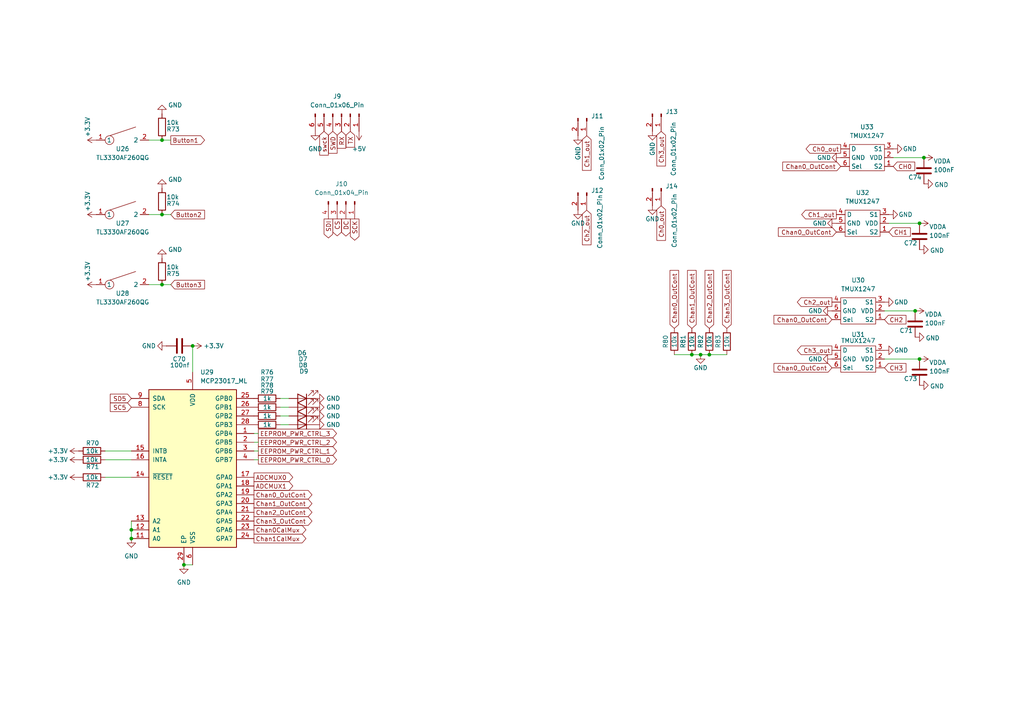
<source format=kicad_sch>
(kicad_sch
	(version 20231120)
	(generator "eeschema")
	(generator_version "8.0")
	(uuid "ab279bce-8f58-4efc-ad81-f15a155ba132")
	(paper "A4")
	(title_block
		(title "LakeShoreOnlyTempMonitor")
		(date "2024-09-09")
		(rev "2.0")
		(company "ChipDesighnSystems")
		(comment 1 "Designed by: Lawrance KIamilev")
	)
	(lib_symbols
		(symbol "+3.3V_1"
			(power)
			(pin_numbers hide)
			(pin_names
				(offset 0) hide)
			(exclude_from_sim no)
			(in_bom yes)
			(on_board yes)
			(property "Reference" "#PWR"
				(at 0 -3.81 0)
				(effects
					(font
						(size 1.27 1.27)
					)
					(hide yes)
				)
			)
			(property "Value" "+3.3V"
				(at 0 3.556 0)
				(effects
					(font
						(size 1.27 1.27)
					)
				)
			)
			(property "Footprint" ""
				(at 0 0 0)
				(effects
					(font
						(size 1.27 1.27)
					)
					(hide yes)
				)
			)
			(property "Datasheet" ""
				(at 0 0 0)
				(effects
					(font
						(size 1.27 1.27)
					)
					(hide yes)
				)
			)
			(property "Description" "Power symbol creates a global label with name \"+3.3V\""
				(at 0 0 0)
				(effects
					(font
						(size 1.27 1.27)
					)
					(hide yes)
				)
			)
			(property "ki_keywords" "global power"
				(at 0 0 0)
				(effects
					(font
						(size 1.27 1.27)
					)
					(hide yes)
				)
			)
			(symbol "+3.3V_1_0_1"
				(polyline
					(pts
						(xy -0.762 1.27) (xy 0 2.54)
					)
					(stroke
						(width 0)
						(type default)
					)
					(fill
						(type none)
					)
				)
				(polyline
					(pts
						(xy 0 0) (xy 0 2.54)
					)
					(stroke
						(width 0)
						(type default)
					)
					(fill
						(type none)
					)
				)
				(polyline
					(pts
						(xy 0 2.54) (xy 0.762 1.27)
					)
					(stroke
						(width 0)
						(type default)
					)
					(fill
						(type none)
					)
				)
			)
			(symbol "+3.3V_1_1_1"
				(pin power_in line
					(at 0 0 90)
					(length 0)
					(name "~"
						(effects
							(font
								(size 1.27 1.27)
							)
						)
					)
					(number "1"
						(effects
							(font
								(size 1.27 1.27)
							)
						)
					)
				)
			)
		)
		(symbol "Connector:Conn_01x02_Pin"
			(pin_names
				(offset 1.016) hide)
			(exclude_from_sim no)
			(in_bom yes)
			(on_board yes)
			(property "Reference" "J"
				(at 0 2.54 0)
				(effects
					(font
						(size 1.27 1.27)
					)
				)
			)
			(property "Value" "Conn_01x02_Pin"
				(at 0 -5.08 0)
				(effects
					(font
						(size 1.27 1.27)
					)
				)
			)
			(property "Footprint" ""
				(at 0 0 0)
				(effects
					(font
						(size 1.27 1.27)
					)
					(hide yes)
				)
			)
			(property "Datasheet" "~"
				(at 0 0 0)
				(effects
					(font
						(size 1.27 1.27)
					)
					(hide yes)
				)
			)
			(property "Description" "Generic connector, single row, 01x02, script generated"
				(at 0 0 0)
				(effects
					(font
						(size 1.27 1.27)
					)
					(hide yes)
				)
			)
			(property "ki_locked" ""
				(at 0 0 0)
				(effects
					(font
						(size 1.27 1.27)
					)
				)
			)
			(property "ki_keywords" "connector"
				(at 0 0 0)
				(effects
					(font
						(size 1.27 1.27)
					)
					(hide yes)
				)
			)
			(property "ki_fp_filters" "Connector*:*_1x??_*"
				(at 0 0 0)
				(effects
					(font
						(size 1.27 1.27)
					)
					(hide yes)
				)
			)
			(symbol "Conn_01x02_Pin_1_1"
				(polyline
					(pts
						(xy 1.27 -2.54) (xy 0.8636 -2.54)
					)
					(stroke
						(width 0.1524)
						(type default)
					)
					(fill
						(type none)
					)
				)
				(polyline
					(pts
						(xy 1.27 0) (xy 0.8636 0)
					)
					(stroke
						(width 0.1524)
						(type default)
					)
					(fill
						(type none)
					)
				)
				(rectangle
					(start 0.8636 -2.413)
					(end 0 -2.667)
					(stroke
						(width 0.1524)
						(type default)
					)
					(fill
						(type outline)
					)
				)
				(rectangle
					(start 0.8636 0.127)
					(end 0 -0.127)
					(stroke
						(width 0.1524)
						(type default)
					)
					(fill
						(type outline)
					)
				)
				(pin passive line
					(at 5.08 0 180)
					(length 3.81)
					(name "Pin_1"
						(effects
							(font
								(size 1.27 1.27)
							)
						)
					)
					(number "1"
						(effects
							(font
								(size 1.27 1.27)
							)
						)
					)
				)
				(pin passive line
					(at 5.08 -2.54 180)
					(length 3.81)
					(name "Pin_2"
						(effects
							(font
								(size 1.27 1.27)
							)
						)
					)
					(number "2"
						(effects
							(font
								(size 1.27 1.27)
							)
						)
					)
				)
			)
		)
		(symbol "Connector:Conn_01x04_Pin"
			(pin_names
				(offset 1.016) hide)
			(exclude_from_sim no)
			(in_bom yes)
			(on_board yes)
			(property "Reference" "J"
				(at 0 5.08 0)
				(effects
					(font
						(size 1.27 1.27)
					)
				)
			)
			(property "Value" "Conn_01x04_Pin"
				(at 0 -7.62 0)
				(effects
					(font
						(size 1.27 1.27)
					)
				)
			)
			(property "Footprint" ""
				(at 0 0 0)
				(effects
					(font
						(size 1.27 1.27)
					)
					(hide yes)
				)
			)
			(property "Datasheet" "~"
				(at 0 0 0)
				(effects
					(font
						(size 1.27 1.27)
					)
					(hide yes)
				)
			)
			(property "Description" "Generic connector, single row, 01x04, script generated"
				(at 0 0 0)
				(effects
					(font
						(size 1.27 1.27)
					)
					(hide yes)
				)
			)
			(property "ki_locked" ""
				(at 0 0 0)
				(effects
					(font
						(size 1.27 1.27)
					)
				)
			)
			(property "ki_keywords" "connector"
				(at 0 0 0)
				(effects
					(font
						(size 1.27 1.27)
					)
					(hide yes)
				)
			)
			(property "ki_fp_filters" "Connector*:*_1x??_*"
				(at 0 0 0)
				(effects
					(font
						(size 1.27 1.27)
					)
					(hide yes)
				)
			)
			(symbol "Conn_01x04_Pin_1_1"
				(polyline
					(pts
						(xy 1.27 -5.08) (xy 0.8636 -5.08)
					)
					(stroke
						(width 0.1524)
						(type default)
					)
					(fill
						(type none)
					)
				)
				(polyline
					(pts
						(xy 1.27 -2.54) (xy 0.8636 -2.54)
					)
					(stroke
						(width 0.1524)
						(type default)
					)
					(fill
						(type none)
					)
				)
				(polyline
					(pts
						(xy 1.27 0) (xy 0.8636 0)
					)
					(stroke
						(width 0.1524)
						(type default)
					)
					(fill
						(type none)
					)
				)
				(polyline
					(pts
						(xy 1.27 2.54) (xy 0.8636 2.54)
					)
					(stroke
						(width 0.1524)
						(type default)
					)
					(fill
						(type none)
					)
				)
				(rectangle
					(start 0.8636 -4.953)
					(end 0 -5.207)
					(stroke
						(width 0.1524)
						(type default)
					)
					(fill
						(type outline)
					)
				)
				(rectangle
					(start 0.8636 -2.413)
					(end 0 -2.667)
					(stroke
						(width 0.1524)
						(type default)
					)
					(fill
						(type outline)
					)
				)
				(rectangle
					(start 0.8636 0.127)
					(end 0 -0.127)
					(stroke
						(width 0.1524)
						(type default)
					)
					(fill
						(type outline)
					)
				)
				(rectangle
					(start 0.8636 2.667)
					(end 0 2.413)
					(stroke
						(width 0.1524)
						(type default)
					)
					(fill
						(type outline)
					)
				)
				(pin passive line
					(at 5.08 2.54 180)
					(length 3.81)
					(name "Pin_1"
						(effects
							(font
								(size 1.27 1.27)
							)
						)
					)
					(number "1"
						(effects
							(font
								(size 1.27 1.27)
							)
						)
					)
				)
				(pin passive line
					(at 5.08 0 180)
					(length 3.81)
					(name "Pin_2"
						(effects
							(font
								(size 1.27 1.27)
							)
						)
					)
					(number "2"
						(effects
							(font
								(size 1.27 1.27)
							)
						)
					)
				)
				(pin passive line
					(at 5.08 -2.54 180)
					(length 3.81)
					(name "Pin_3"
						(effects
							(font
								(size 1.27 1.27)
							)
						)
					)
					(number "3"
						(effects
							(font
								(size 1.27 1.27)
							)
						)
					)
				)
				(pin passive line
					(at 5.08 -5.08 180)
					(length 3.81)
					(name "Pin_4"
						(effects
							(font
								(size 1.27 1.27)
							)
						)
					)
					(number "4"
						(effects
							(font
								(size 1.27 1.27)
							)
						)
					)
				)
			)
		)
		(symbol "Connector:Conn_01x06_Pin"
			(pin_names
				(offset 1.016) hide)
			(exclude_from_sim no)
			(in_bom yes)
			(on_board yes)
			(property "Reference" "J"
				(at 0 7.62 0)
				(effects
					(font
						(size 1.27 1.27)
					)
				)
			)
			(property "Value" "Conn_01x06_Pin"
				(at 0 -10.16 0)
				(effects
					(font
						(size 1.27 1.27)
					)
				)
			)
			(property "Footprint" ""
				(at 0 0 0)
				(effects
					(font
						(size 1.27 1.27)
					)
					(hide yes)
				)
			)
			(property "Datasheet" "~"
				(at 0 0 0)
				(effects
					(font
						(size 1.27 1.27)
					)
					(hide yes)
				)
			)
			(property "Description" "Generic connector, single row, 01x06, script generated"
				(at 0 0 0)
				(effects
					(font
						(size 1.27 1.27)
					)
					(hide yes)
				)
			)
			(property "ki_locked" ""
				(at 0 0 0)
				(effects
					(font
						(size 1.27 1.27)
					)
				)
			)
			(property "ki_keywords" "connector"
				(at 0 0 0)
				(effects
					(font
						(size 1.27 1.27)
					)
					(hide yes)
				)
			)
			(property "ki_fp_filters" "Connector*:*_1x??_*"
				(at 0 0 0)
				(effects
					(font
						(size 1.27 1.27)
					)
					(hide yes)
				)
			)
			(symbol "Conn_01x06_Pin_1_1"
				(polyline
					(pts
						(xy 1.27 -7.62) (xy 0.8636 -7.62)
					)
					(stroke
						(width 0.1524)
						(type default)
					)
					(fill
						(type none)
					)
				)
				(polyline
					(pts
						(xy 1.27 -5.08) (xy 0.8636 -5.08)
					)
					(stroke
						(width 0.1524)
						(type default)
					)
					(fill
						(type none)
					)
				)
				(polyline
					(pts
						(xy 1.27 -2.54) (xy 0.8636 -2.54)
					)
					(stroke
						(width 0.1524)
						(type default)
					)
					(fill
						(type none)
					)
				)
				(polyline
					(pts
						(xy 1.27 0) (xy 0.8636 0)
					)
					(stroke
						(width 0.1524)
						(type default)
					)
					(fill
						(type none)
					)
				)
				(polyline
					(pts
						(xy 1.27 2.54) (xy 0.8636 2.54)
					)
					(stroke
						(width 0.1524)
						(type default)
					)
					(fill
						(type none)
					)
				)
				(polyline
					(pts
						(xy 1.27 5.08) (xy 0.8636 5.08)
					)
					(stroke
						(width 0.1524)
						(type default)
					)
					(fill
						(type none)
					)
				)
				(rectangle
					(start 0.8636 -7.493)
					(end 0 -7.747)
					(stroke
						(width 0.1524)
						(type default)
					)
					(fill
						(type outline)
					)
				)
				(rectangle
					(start 0.8636 -4.953)
					(end 0 -5.207)
					(stroke
						(width 0.1524)
						(type default)
					)
					(fill
						(type outline)
					)
				)
				(rectangle
					(start 0.8636 -2.413)
					(end 0 -2.667)
					(stroke
						(width 0.1524)
						(type default)
					)
					(fill
						(type outline)
					)
				)
				(rectangle
					(start 0.8636 0.127)
					(end 0 -0.127)
					(stroke
						(width 0.1524)
						(type default)
					)
					(fill
						(type outline)
					)
				)
				(rectangle
					(start 0.8636 2.667)
					(end 0 2.413)
					(stroke
						(width 0.1524)
						(type default)
					)
					(fill
						(type outline)
					)
				)
				(rectangle
					(start 0.8636 5.207)
					(end 0 4.953)
					(stroke
						(width 0.1524)
						(type default)
					)
					(fill
						(type outline)
					)
				)
				(pin passive line
					(at 5.08 5.08 180)
					(length 3.81)
					(name "Pin_1"
						(effects
							(font
								(size 1.27 1.27)
							)
						)
					)
					(number "1"
						(effects
							(font
								(size 1.27 1.27)
							)
						)
					)
				)
				(pin passive line
					(at 5.08 2.54 180)
					(length 3.81)
					(name "Pin_2"
						(effects
							(font
								(size 1.27 1.27)
							)
						)
					)
					(number "2"
						(effects
							(font
								(size 1.27 1.27)
							)
						)
					)
				)
				(pin passive line
					(at 5.08 0 180)
					(length 3.81)
					(name "Pin_3"
						(effects
							(font
								(size 1.27 1.27)
							)
						)
					)
					(number "3"
						(effects
							(font
								(size 1.27 1.27)
							)
						)
					)
				)
				(pin passive line
					(at 5.08 -2.54 180)
					(length 3.81)
					(name "Pin_4"
						(effects
							(font
								(size 1.27 1.27)
							)
						)
					)
					(number "4"
						(effects
							(font
								(size 1.27 1.27)
							)
						)
					)
				)
				(pin passive line
					(at 5.08 -5.08 180)
					(length 3.81)
					(name "Pin_5"
						(effects
							(font
								(size 1.27 1.27)
							)
						)
					)
					(number "5"
						(effects
							(font
								(size 1.27 1.27)
							)
						)
					)
				)
				(pin passive line
					(at 5.08 -7.62 180)
					(length 3.81)
					(name "Pin_6"
						(effects
							(font
								(size 1.27 1.27)
							)
						)
					)
					(number "6"
						(effects
							(font
								(size 1.27 1.27)
							)
						)
					)
				)
			)
		)
		(symbol "Device:C"
			(pin_numbers hide)
			(pin_names
				(offset 0.254)
			)
			(exclude_from_sim no)
			(in_bom yes)
			(on_board yes)
			(property "Reference" "C"
				(at 0.635 2.54 0)
				(effects
					(font
						(size 1.27 1.27)
					)
					(justify left)
				)
			)
			(property "Value" "C"
				(at 0.635 -2.54 0)
				(effects
					(font
						(size 1.27 1.27)
					)
					(justify left)
				)
			)
			(property "Footprint" ""
				(at 0.9652 -3.81 0)
				(effects
					(font
						(size 1.27 1.27)
					)
					(hide yes)
				)
			)
			(property "Datasheet" "~"
				(at 0 0 0)
				(effects
					(font
						(size 1.27 1.27)
					)
					(hide yes)
				)
			)
			(property "Description" "Unpolarized capacitor"
				(at 0 0 0)
				(effects
					(font
						(size 1.27 1.27)
					)
					(hide yes)
				)
			)
			(property "ki_keywords" "cap capacitor"
				(at 0 0 0)
				(effects
					(font
						(size 1.27 1.27)
					)
					(hide yes)
				)
			)
			(property "ki_fp_filters" "C_*"
				(at 0 0 0)
				(effects
					(font
						(size 1.27 1.27)
					)
					(hide yes)
				)
			)
			(symbol "C_0_1"
				(polyline
					(pts
						(xy -2.032 -0.762) (xy 2.032 -0.762)
					)
					(stroke
						(width 0.508)
						(type default)
					)
					(fill
						(type none)
					)
				)
				(polyline
					(pts
						(xy -2.032 0.762) (xy 2.032 0.762)
					)
					(stroke
						(width 0.508)
						(type default)
					)
					(fill
						(type none)
					)
				)
			)
			(symbol "C_1_1"
				(pin passive line
					(at 0 3.81 270)
					(length 2.794)
					(name "~"
						(effects
							(font
								(size 1.27 1.27)
							)
						)
					)
					(number "1"
						(effects
							(font
								(size 1.27 1.27)
							)
						)
					)
				)
				(pin passive line
					(at 0 -3.81 90)
					(length 2.794)
					(name "~"
						(effects
							(font
								(size 1.27 1.27)
							)
						)
					)
					(number "2"
						(effects
							(font
								(size 1.27 1.27)
							)
						)
					)
				)
			)
		)
		(symbol "Device:LED"
			(pin_numbers hide)
			(pin_names
				(offset 1.016) hide)
			(exclude_from_sim no)
			(in_bom yes)
			(on_board yes)
			(property "Reference" "D"
				(at 0 2.54 0)
				(effects
					(font
						(size 1.27 1.27)
					)
				)
			)
			(property "Value" "LED"
				(at 0 -2.54 0)
				(effects
					(font
						(size 1.27 1.27)
					)
				)
			)
			(property "Footprint" ""
				(at 0 0 0)
				(effects
					(font
						(size 1.27 1.27)
					)
					(hide yes)
				)
			)
			(property "Datasheet" "~"
				(at 0 0 0)
				(effects
					(font
						(size 1.27 1.27)
					)
					(hide yes)
				)
			)
			(property "Description" "Light emitting diode"
				(at 0 0 0)
				(effects
					(font
						(size 1.27 1.27)
					)
					(hide yes)
				)
			)
			(property "ki_keywords" "LED diode"
				(at 0 0 0)
				(effects
					(font
						(size 1.27 1.27)
					)
					(hide yes)
				)
			)
			(property "ki_fp_filters" "LED* LED_SMD:* LED_THT:*"
				(at 0 0 0)
				(effects
					(font
						(size 1.27 1.27)
					)
					(hide yes)
				)
			)
			(symbol "LED_0_1"
				(polyline
					(pts
						(xy -1.27 -1.27) (xy -1.27 1.27)
					)
					(stroke
						(width 0.254)
						(type default)
					)
					(fill
						(type none)
					)
				)
				(polyline
					(pts
						(xy -1.27 0) (xy 1.27 0)
					)
					(stroke
						(width 0)
						(type default)
					)
					(fill
						(type none)
					)
				)
				(polyline
					(pts
						(xy 1.27 -1.27) (xy 1.27 1.27) (xy -1.27 0) (xy 1.27 -1.27)
					)
					(stroke
						(width 0.254)
						(type default)
					)
					(fill
						(type none)
					)
				)
				(polyline
					(pts
						(xy -3.048 -0.762) (xy -4.572 -2.286) (xy -3.81 -2.286) (xy -4.572 -2.286) (xy -4.572 -1.524)
					)
					(stroke
						(width 0)
						(type default)
					)
					(fill
						(type none)
					)
				)
				(polyline
					(pts
						(xy -1.778 -0.762) (xy -3.302 -2.286) (xy -2.54 -2.286) (xy -3.302 -2.286) (xy -3.302 -1.524)
					)
					(stroke
						(width 0)
						(type default)
					)
					(fill
						(type none)
					)
				)
			)
			(symbol "LED_1_1"
				(pin passive line
					(at -3.81 0 0)
					(length 2.54)
					(name "K"
						(effects
							(font
								(size 1.27 1.27)
							)
						)
					)
					(number "1"
						(effects
							(font
								(size 1.27 1.27)
							)
						)
					)
				)
				(pin passive line
					(at 3.81 0 180)
					(length 2.54)
					(name "A"
						(effects
							(font
								(size 1.27 1.27)
							)
						)
					)
					(number "2"
						(effects
							(font
								(size 1.27 1.27)
							)
						)
					)
				)
			)
		)
		(symbol "Device:R"
			(pin_numbers hide)
			(pin_names
				(offset 0)
			)
			(exclude_from_sim no)
			(in_bom yes)
			(on_board yes)
			(property "Reference" "R"
				(at 2.032 0 90)
				(effects
					(font
						(size 1.27 1.27)
					)
				)
			)
			(property "Value" "R"
				(at 0 0 90)
				(effects
					(font
						(size 1.27 1.27)
					)
				)
			)
			(property "Footprint" ""
				(at -1.778 0 90)
				(effects
					(font
						(size 1.27 1.27)
					)
					(hide yes)
				)
			)
			(property "Datasheet" "~"
				(at 0 0 0)
				(effects
					(font
						(size 1.27 1.27)
					)
					(hide yes)
				)
			)
			(property "Description" "Resistor"
				(at 0 0 0)
				(effects
					(font
						(size 1.27 1.27)
					)
					(hide yes)
				)
			)
			(property "ki_keywords" "R res resistor"
				(at 0 0 0)
				(effects
					(font
						(size 1.27 1.27)
					)
					(hide yes)
				)
			)
			(property "ki_fp_filters" "R_*"
				(at 0 0 0)
				(effects
					(font
						(size 1.27 1.27)
					)
					(hide yes)
				)
			)
			(symbol "R_0_1"
				(rectangle
					(start -1.016 -2.54)
					(end 1.016 2.54)
					(stroke
						(width 0.254)
						(type default)
					)
					(fill
						(type none)
					)
				)
			)
			(symbol "R_1_1"
				(pin passive line
					(at 0 3.81 270)
					(length 1.27)
					(name "~"
						(effects
							(font
								(size 1.27 1.27)
							)
						)
					)
					(number "1"
						(effects
							(font
								(size 1.27 1.27)
							)
						)
					)
				)
				(pin passive line
					(at 0 -3.81 90)
					(length 1.27)
					(name "~"
						(effects
							(font
								(size 1.27 1.27)
							)
						)
					)
					(number "2"
						(effects
							(font
								(size 1.27 1.27)
							)
						)
					)
				)
			)
		)
		(symbol "GND_1"
			(power)
			(pin_numbers hide)
			(pin_names
				(offset 0) hide)
			(exclude_from_sim no)
			(in_bom yes)
			(on_board yes)
			(property "Reference" "#PWR"
				(at 0 -6.35 0)
				(effects
					(font
						(size 1.27 1.27)
					)
					(hide yes)
				)
			)
			(property "Value" "GND"
				(at 0 -3.81 0)
				(effects
					(font
						(size 1.27 1.27)
					)
				)
			)
			(property "Footprint" ""
				(at 0 0 0)
				(effects
					(font
						(size 1.27 1.27)
					)
					(hide yes)
				)
			)
			(property "Datasheet" ""
				(at 0 0 0)
				(effects
					(font
						(size 1.27 1.27)
					)
					(hide yes)
				)
			)
			(property "Description" "Power symbol creates a global label with name \"GND\" , ground"
				(at 0 0 0)
				(effects
					(font
						(size 1.27 1.27)
					)
					(hide yes)
				)
			)
			(property "ki_keywords" "global power"
				(at 0 0 0)
				(effects
					(font
						(size 1.27 1.27)
					)
					(hide yes)
				)
			)
			(symbol "GND_1_0_1"
				(polyline
					(pts
						(xy 0 0) (xy 0 -1.27) (xy 1.27 -1.27) (xy 0 -2.54) (xy -1.27 -1.27) (xy 0 -1.27)
					)
					(stroke
						(width 0)
						(type default)
					)
					(fill
						(type none)
					)
				)
			)
			(symbol "GND_1_1_1"
				(pin power_in line
					(at 0 0 270)
					(length 0)
					(name "~"
						(effects
							(font
								(size 1.27 1.27)
							)
						)
					)
					(number "1"
						(effects
							(font
								(size 1.27 1.27)
							)
						)
					)
				)
			)
		)
		(symbol "Interface_Expansion:MCP23017_ML"
			(pin_names
				(offset 1.016)
			)
			(exclude_from_sim no)
			(in_bom yes)
			(on_board yes)
			(property "Reference" "U"
				(at -11.43 24.13 0)
				(effects
					(font
						(size 1.27 1.27)
					)
				)
			)
			(property "Value" "MCP23017_ML"
				(at 0 0 0)
				(effects
					(font
						(size 1.27 1.27)
					)
				)
			)
			(property "Footprint" "Package_DFN_QFN:QFN-28-1EP_6x6mm_P0.65mm_EP4.25x4.25mm"
				(at 5.08 -25.4 0)
				(effects
					(font
						(size 1.27 1.27)
					)
					(justify left)
					(hide yes)
				)
			)
			(property "Datasheet" "http://ww1.microchip.com/downloads/en/DeviceDoc/20001952C.pdf"
				(at 5.08 -27.94 0)
				(effects
					(font
						(size 1.27 1.27)
					)
					(justify left)
					(hide yes)
				)
			)
			(property "Description" "16-bit I/O expander, I2C, interrupts, w pull-ups, QFN-28"
				(at 0 0 0)
				(effects
					(font
						(size 1.27 1.27)
					)
					(hide yes)
				)
			)
			(property "ki_keywords" "I2C parallel port expander"
				(at 0 0 0)
				(effects
					(font
						(size 1.27 1.27)
					)
					(hide yes)
				)
			)
			(property "ki_fp_filters" "QFN*6x6mm*P0.65mm*"
				(at 0 0 0)
				(effects
					(font
						(size 1.27 1.27)
					)
					(hide yes)
				)
			)
			(symbol "MCP23017_ML_0_1"
				(rectangle
					(start -12.7 22.86)
					(end 12.7 -22.86)
					(stroke
						(width 0.254)
						(type default)
					)
					(fill
						(type background)
					)
				)
			)
			(symbol "MCP23017_ML_1_1"
				(pin bidirectional line
					(at 17.78 10.16 180)
					(length 5.08)
					(name "GPB4"
						(effects
							(font
								(size 1.27 1.27)
							)
						)
					)
					(number "1"
						(effects
							(font
								(size 1.27 1.27)
							)
						)
					)
				)
				(pin no_connect line
					(at -12.7 12.7 0)
					(length 5.08) hide
					(name "NC"
						(effects
							(font
								(size 1.27 1.27)
							)
						)
					)
					(number "10"
						(effects
							(font
								(size 1.27 1.27)
							)
						)
					)
				)
				(pin input line
					(at -17.78 -20.32 0)
					(length 5.08)
					(name "A0"
						(effects
							(font
								(size 1.27 1.27)
							)
						)
					)
					(number "11"
						(effects
							(font
								(size 1.27 1.27)
							)
						)
					)
				)
				(pin input line
					(at -17.78 -17.78 0)
					(length 5.08)
					(name "A1"
						(effects
							(font
								(size 1.27 1.27)
							)
						)
					)
					(number "12"
						(effects
							(font
								(size 1.27 1.27)
							)
						)
					)
				)
				(pin input line
					(at -17.78 -15.24 0)
					(length 5.08)
					(name "A2"
						(effects
							(font
								(size 1.27 1.27)
							)
						)
					)
					(number "13"
						(effects
							(font
								(size 1.27 1.27)
							)
						)
					)
				)
				(pin input line
					(at -17.78 -2.54 0)
					(length 5.08)
					(name "~{RESET}"
						(effects
							(font
								(size 1.27 1.27)
							)
						)
					)
					(number "14"
						(effects
							(font
								(size 1.27 1.27)
							)
						)
					)
				)
				(pin tri_state line
					(at -17.78 5.08 0)
					(length 5.08)
					(name "INTB"
						(effects
							(font
								(size 1.27 1.27)
							)
						)
					)
					(number "15"
						(effects
							(font
								(size 1.27 1.27)
							)
						)
					)
				)
				(pin tri_state line
					(at -17.78 2.54 0)
					(length 5.08)
					(name "INTA"
						(effects
							(font
								(size 1.27 1.27)
							)
						)
					)
					(number "16"
						(effects
							(font
								(size 1.27 1.27)
							)
						)
					)
				)
				(pin bidirectional line
					(at 17.78 -2.54 180)
					(length 5.08)
					(name "GPA0"
						(effects
							(font
								(size 1.27 1.27)
							)
						)
					)
					(number "17"
						(effects
							(font
								(size 1.27 1.27)
							)
						)
					)
				)
				(pin bidirectional line
					(at 17.78 -5.08 180)
					(length 5.08)
					(name "GPA1"
						(effects
							(font
								(size 1.27 1.27)
							)
						)
					)
					(number "18"
						(effects
							(font
								(size 1.27 1.27)
							)
						)
					)
				)
				(pin bidirectional line
					(at 17.78 -7.62 180)
					(length 5.08)
					(name "GPA2"
						(effects
							(font
								(size 1.27 1.27)
							)
						)
					)
					(number "19"
						(effects
							(font
								(size 1.27 1.27)
							)
						)
					)
				)
				(pin bidirectional line
					(at 17.78 7.62 180)
					(length 5.08)
					(name "GPB5"
						(effects
							(font
								(size 1.27 1.27)
							)
						)
					)
					(number "2"
						(effects
							(font
								(size 1.27 1.27)
							)
						)
					)
				)
				(pin bidirectional line
					(at 17.78 -10.16 180)
					(length 5.08)
					(name "GPA3"
						(effects
							(font
								(size 1.27 1.27)
							)
						)
					)
					(number "20"
						(effects
							(font
								(size 1.27 1.27)
							)
						)
					)
				)
				(pin bidirectional line
					(at 17.78 -12.7 180)
					(length 5.08)
					(name "GPA4"
						(effects
							(font
								(size 1.27 1.27)
							)
						)
					)
					(number "21"
						(effects
							(font
								(size 1.27 1.27)
							)
						)
					)
				)
				(pin bidirectional line
					(at 17.78 -15.24 180)
					(length 5.08)
					(name "GPA5"
						(effects
							(font
								(size 1.27 1.27)
							)
						)
					)
					(number "22"
						(effects
							(font
								(size 1.27 1.27)
							)
						)
					)
				)
				(pin bidirectional line
					(at 17.78 -17.78 180)
					(length 5.08)
					(name "GPA6"
						(effects
							(font
								(size 1.27 1.27)
							)
						)
					)
					(number "23"
						(effects
							(font
								(size 1.27 1.27)
							)
						)
					)
				)
				(pin bidirectional line
					(at 17.78 -20.32 180)
					(length 5.08)
					(name "GPA7"
						(effects
							(font
								(size 1.27 1.27)
							)
						)
					)
					(number "24"
						(effects
							(font
								(size 1.27 1.27)
							)
						)
					)
				)
				(pin bidirectional line
					(at 17.78 20.32 180)
					(length 5.08)
					(name "GPB0"
						(effects
							(font
								(size 1.27 1.27)
							)
						)
					)
					(number "25"
						(effects
							(font
								(size 1.27 1.27)
							)
						)
					)
				)
				(pin bidirectional line
					(at 17.78 17.78 180)
					(length 5.08)
					(name "GPB1"
						(effects
							(font
								(size 1.27 1.27)
							)
						)
					)
					(number "26"
						(effects
							(font
								(size 1.27 1.27)
							)
						)
					)
				)
				(pin bidirectional line
					(at 17.78 15.24 180)
					(length 5.08)
					(name "GPB2"
						(effects
							(font
								(size 1.27 1.27)
							)
						)
					)
					(number "27"
						(effects
							(font
								(size 1.27 1.27)
							)
						)
					)
				)
				(pin bidirectional line
					(at 17.78 12.7 180)
					(length 5.08)
					(name "GPB3"
						(effects
							(font
								(size 1.27 1.27)
							)
						)
					)
					(number "28"
						(effects
							(font
								(size 1.27 1.27)
							)
						)
					)
				)
				(pin passive line
					(at -2.54 -27.94 90)
					(length 5.08)
					(name "EP"
						(effects
							(font
								(size 1.27 1.27)
							)
						)
					)
					(number "29"
						(effects
							(font
								(size 1.27 1.27)
							)
						)
					)
				)
				(pin bidirectional line
					(at 17.78 5.08 180)
					(length 5.08)
					(name "GPB6"
						(effects
							(font
								(size 1.27 1.27)
							)
						)
					)
					(number "3"
						(effects
							(font
								(size 1.27 1.27)
							)
						)
					)
				)
				(pin bidirectional line
					(at 17.78 2.54 180)
					(length 5.08)
					(name "GPB7"
						(effects
							(font
								(size 1.27 1.27)
							)
						)
					)
					(number "4"
						(effects
							(font
								(size 1.27 1.27)
							)
						)
					)
				)
				(pin power_in line
					(at 0 27.94 270)
					(length 5.08)
					(name "VDD"
						(effects
							(font
								(size 1.27 1.27)
							)
						)
					)
					(number "5"
						(effects
							(font
								(size 1.27 1.27)
							)
						)
					)
				)
				(pin power_in line
					(at 0 -27.94 90)
					(length 5.08)
					(name "VSS"
						(effects
							(font
								(size 1.27 1.27)
							)
						)
					)
					(number "6"
						(effects
							(font
								(size 1.27 1.27)
							)
						)
					)
				)
				(pin no_connect line
					(at -12.7 15.24 0)
					(length 5.08) hide
					(name "NC"
						(effects
							(font
								(size 1.27 1.27)
							)
						)
					)
					(number "7"
						(effects
							(font
								(size 1.27 1.27)
							)
						)
					)
				)
				(pin input line
					(at -17.78 17.78 0)
					(length 5.08)
					(name "SCK"
						(effects
							(font
								(size 1.27 1.27)
							)
						)
					)
					(number "8"
						(effects
							(font
								(size 1.27 1.27)
							)
						)
					)
				)
				(pin bidirectional line
					(at -17.78 20.32 0)
					(length 5.08)
					(name "SDA"
						(effects
							(font
								(size 1.27 1.27)
							)
						)
					)
					(number "9"
						(effects
							(font
								(size 1.27 1.27)
							)
						)
					)
				)
			)
		)
		(symbol "power:+3.3V"
			(power)
			(pin_names
				(offset 0)
			)
			(exclude_from_sim no)
			(in_bom yes)
			(on_board yes)
			(property "Reference" "#PWR"
				(at 0 -3.81 0)
				(effects
					(font
						(size 1.27 1.27)
					)
					(hide yes)
				)
			)
			(property "Value" "+3.3V"
				(at 0 3.556 0)
				(effects
					(font
						(size 1.27 1.27)
					)
				)
			)
			(property "Footprint" ""
				(at 0 0 0)
				(effects
					(font
						(size 1.27 1.27)
					)
					(hide yes)
				)
			)
			(property "Datasheet" ""
				(at 0 0 0)
				(effects
					(font
						(size 1.27 1.27)
					)
					(hide yes)
				)
			)
			(property "Description" "Power symbol creates a global label with name \"+3.3V\""
				(at 0 0 0)
				(effects
					(font
						(size 1.27 1.27)
					)
					(hide yes)
				)
			)
			(property "ki_keywords" "global power"
				(at 0 0 0)
				(effects
					(font
						(size 1.27 1.27)
					)
					(hide yes)
				)
			)
			(symbol "+3.3V_0_1"
				(polyline
					(pts
						(xy -0.762 1.27) (xy 0 2.54)
					)
					(stroke
						(width 0)
						(type default)
					)
					(fill
						(type none)
					)
				)
				(polyline
					(pts
						(xy 0 0) (xy 0 2.54)
					)
					(stroke
						(width 0)
						(type default)
					)
					(fill
						(type none)
					)
				)
				(polyline
					(pts
						(xy 0 2.54) (xy 0.762 1.27)
					)
					(stroke
						(width 0)
						(type default)
					)
					(fill
						(type none)
					)
				)
			)
			(symbol "+3.3V_1_1"
				(pin power_in line
					(at 0 0 90)
					(length 0) hide
					(name "+3.3V"
						(effects
							(font
								(size 1.27 1.27)
							)
						)
					)
					(number "1"
						(effects
							(font
								(size 1.27 1.27)
							)
						)
					)
				)
			)
		)
		(symbol "power:+5V"
			(power)
			(pin_names
				(offset 0)
			)
			(exclude_from_sim no)
			(in_bom yes)
			(on_board yes)
			(property "Reference" "#PWR"
				(at 0 -3.81 0)
				(effects
					(font
						(size 1.27 1.27)
					)
					(hide yes)
				)
			)
			(property "Value" "+5V"
				(at 0 3.556 0)
				(effects
					(font
						(size 1.27 1.27)
					)
				)
			)
			(property "Footprint" ""
				(at 0 0 0)
				(effects
					(font
						(size 1.27 1.27)
					)
					(hide yes)
				)
			)
			(property "Datasheet" ""
				(at 0 0 0)
				(effects
					(font
						(size 1.27 1.27)
					)
					(hide yes)
				)
			)
			(property "Description" "Power symbol creates a global label with name \"+5V\""
				(at 0 0 0)
				(effects
					(font
						(size 1.27 1.27)
					)
					(hide yes)
				)
			)
			(property "ki_keywords" "global power"
				(at 0 0 0)
				(effects
					(font
						(size 1.27 1.27)
					)
					(hide yes)
				)
			)
			(symbol "+5V_0_1"
				(polyline
					(pts
						(xy -0.762 1.27) (xy 0 2.54)
					)
					(stroke
						(width 0)
						(type default)
					)
					(fill
						(type none)
					)
				)
				(polyline
					(pts
						(xy 0 0) (xy 0 2.54)
					)
					(stroke
						(width 0)
						(type default)
					)
					(fill
						(type none)
					)
				)
				(polyline
					(pts
						(xy 0 2.54) (xy 0.762 1.27)
					)
					(stroke
						(width 0)
						(type default)
					)
					(fill
						(type none)
					)
				)
			)
			(symbol "+5V_1_1"
				(pin power_in line
					(at 0 0 90)
					(length 0) hide
					(name "+5V"
						(effects
							(font
								(size 1.27 1.27)
							)
						)
					)
					(number "1"
						(effects
							(font
								(size 1.27 1.27)
							)
						)
					)
				)
			)
		)
		(symbol "power:GND"
			(power)
			(pin_names
				(offset 0)
			)
			(exclude_from_sim no)
			(in_bom yes)
			(on_board yes)
			(property "Reference" "#PWR"
				(at 0 -6.35 0)
				(effects
					(font
						(size 1.27 1.27)
					)
					(hide yes)
				)
			)
			(property "Value" "GND"
				(at 0 -3.81 0)
				(effects
					(font
						(size 1.27 1.27)
					)
				)
			)
			(property "Footprint" ""
				(at 0 0 0)
				(effects
					(font
						(size 1.27 1.27)
					)
					(hide yes)
				)
			)
			(property "Datasheet" ""
				(at 0 0 0)
				(effects
					(font
						(size 1.27 1.27)
					)
					(hide yes)
				)
			)
			(property "Description" "Power symbol creates a global label with name \"GND\" , ground"
				(at 0 0 0)
				(effects
					(font
						(size 1.27 1.27)
					)
					(hide yes)
				)
			)
			(property "ki_keywords" "global power"
				(at 0 0 0)
				(effects
					(font
						(size 1.27 1.27)
					)
					(hide yes)
				)
			)
			(symbol "GND_0_1"
				(polyline
					(pts
						(xy 0 0) (xy 0 -1.27) (xy 1.27 -1.27) (xy 0 -2.54) (xy -1.27 -1.27) (xy 0 -1.27)
					)
					(stroke
						(width 0)
						(type default)
					)
					(fill
						(type none)
					)
				)
			)
			(symbol "GND_1_1"
				(pin power_in line
					(at 0 0 270)
					(length 0) hide
					(name "GND"
						(effects
							(font
								(size 1.27 1.27)
							)
						)
					)
					(number "1"
						(effects
							(font
								(size 1.27 1.27)
							)
						)
					)
				)
			)
		)
		(symbol "power:VDDA"
			(power)
			(pin_names
				(offset 0)
			)
			(exclude_from_sim no)
			(in_bom yes)
			(on_board yes)
			(property "Reference" "#PWR"
				(at 0 -3.81 0)
				(effects
					(font
						(size 1.27 1.27)
					)
					(hide yes)
				)
			)
			(property "Value" "VDDA"
				(at 0 3.81 0)
				(effects
					(font
						(size 1.27 1.27)
					)
				)
			)
			(property "Footprint" ""
				(at 0 0 0)
				(effects
					(font
						(size 1.27 1.27)
					)
					(hide yes)
				)
			)
			(property "Datasheet" ""
				(at 0 0 0)
				(effects
					(font
						(size 1.27 1.27)
					)
					(hide yes)
				)
			)
			(property "Description" "Power symbol creates a global label with name \"VDDA\""
				(at 0 0 0)
				(effects
					(font
						(size 1.27 1.27)
					)
					(hide yes)
				)
			)
			(property "ki_keywords" "global power"
				(at 0 0 0)
				(effects
					(font
						(size 1.27 1.27)
					)
					(hide yes)
				)
			)
			(symbol "VDDA_0_1"
				(polyline
					(pts
						(xy -0.762 1.27) (xy 0 2.54)
					)
					(stroke
						(width 0)
						(type default)
					)
					(fill
						(type none)
					)
				)
				(polyline
					(pts
						(xy 0 0) (xy 0 2.54)
					)
					(stroke
						(width 0)
						(type default)
					)
					(fill
						(type none)
					)
				)
				(polyline
					(pts
						(xy 0 2.54) (xy 0.762 1.27)
					)
					(stroke
						(width 0)
						(type default)
					)
					(fill
						(type none)
					)
				)
			)
			(symbol "VDDA_1_1"
				(pin power_in line
					(at 0 0 90)
					(length 0) hide
					(name "VDDA"
						(effects
							(font
								(size 1.27 1.27)
							)
						)
					)
					(number "1"
						(effects
							(font
								(size 1.27 1.27)
							)
						)
					)
				)
			)
		)
		(symbol "user:TL3330"
			(exclude_from_sim no)
			(in_bom yes)
			(on_board yes)
			(property "Reference" "U"
				(at 0 0 0)
				(effects
					(font
						(size 1.27 1.27)
					)
				)
			)
			(property "Value" ""
				(at 0 0 0)
				(effects
					(font
						(size 1.27 1.27)
					)
				)
			)
			(property "Footprint" ""
				(at 0 0 0)
				(effects
					(font
						(size 1.27 1.27)
					)
					(hide yes)
				)
			)
			(property "Datasheet" ""
				(at 0 0 0)
				(effects
					(font
						(size 1.27 1.27)
					)
					(hide yes)
				)
			)
			(property "Description" ""
				(at 0 0 0)
				(effects
					(font
						(size 1.27 1.27)
					)
					(hide yes)
				)
			)
			(symbol "TL3330_0_1"
				(circle
					(center -3.81 0)
					(radius 1.27)
					(stroke
						(width 0)
						(type default)
					)
					(fill
						(type none)
					)
				)
				(polyline
					(pts
						(xy -3.81 1.27) (xy 3.81 3.81)
					)
					(stroke
						(width 0)
						(type default)
					)
					(fill
						(type none)
					)
				)
			)
			(symbol "TL3330_1_1"
				(pin input line
					(at -7.62 0 0)
					(length 2.54)
					(name "1"
						(effects
							(font
								(size 1.27 1.27)
							)
						)
					)
					(number "1"
						(effects
							(font
								(size 1.27 1.27)
							)
						)
					)
				)
				(pin input line
					(at 7.62 0 180)
					(length 2.54)
					(name "2"
						(effects
							(font
								(size 1.27 1.27)
							)
						)
					)
					(number "2"
						(effects
							(font
								(size 1.27 1.27)
							)
						)
					)
				)
			)
		)
		(symbol "user:Tmux1247"
			(exclude_from_sim no)
			(in_bom yes)
			(on_board yes)
			(property "Reference" "U"
				(at 0 -4.826 0)
				(effects
					(font
						(size 1.27 1.27)
					)
				)
			)
			(property "Value" ""
				(at -1.27 0 0)
				(effects
					(font
						(size 1.27 1.27)
					)
				)
			)
			(property "Footprint" ""
				(at -1.27 0 0)
				(effects
					(font
						(size 1.27 1.27)
					)
					(hide yes)
				)
			)
			(property "Datasheet" ""
				(at -1.27 0 0)
				(effects
					(font
						(size 1.27 1.27)
					)
					(hide yes)
				)
			)
			(property "Description" ""
				(at -1.27 0 0)
				(effects
					(font
						(size 1.27 1.27)
					)
					(hide yes)
				)
			)
			(symbol "Tmux1247_0_1"
				(rectangle
					(start -5.08 3.81)
					(end 5.08 -3.81)
					(stroke
						(width 0)
						(type default)
					)
					(fill
						(type none)
					)
				)
			)
			(symbol "Tmux1247_1_1"
				(pin input line
					(at -7.62 2.54 0)
					(length 2.54)
					(name "S2"
						(effects
							(font
								(size 1.27 1.27)
							)
						)
					)
					(number "1"
						(effects
							(font
								(size 1.27 1.27)
							)
						)
					)
				)
				(pin input line
					(at -7.62 0 0)
					(length 2.54)
					(name "VDD"
						(effects
							(font
								(size 1.27 1.27)
							)
						)
					)
					(number "2"
						(effects
							(font
								(size 1.27 1.27)
							)
						)
					)
				)
				(pin input line
					(at -7.62 -2.54 0)
					(length 2.54)
					(name "S1"
						(effects
							(font
								(size 1.27 1.27)
							)
						)
					)
					(number "3"
						(effects
							(font
								(size 1.27 1.27)
							)
						)
					)
				)
				(pin input line
					(at 7.62 -2.54 180)
					(length 2.54)
					(name "D"
						(effects
							(font
								(size 1.27 1.27)
							)
						)
					)
					(number "4"
						(effects
							(font
								(size 1.27 1.27)
							)
						)
					)
				)
				(pin input line
					(at 7.62 0 180)
					(length 2.54)
					(name "GND"
						(effects
							(font
								(size 1.27 1.27)
							)
						)
					)
					(number "5"
						(effects
							(font
								(size 1.27 1.27)
							)
						)
					)
				)
				(pin input line
					(at 7.62 2.54 180)
					(length 2.54)
					(name "Sel"
						(effects
							(font
								(size 1.27 1.27)
							)
						)
					)
					(number "6"
						(effects
							(font
								(size 1.27 1.27)
							)
						)
					)
				)
			)
		)
	)
	(junction
		(at 46.99 40.64)
		(diameter 0)
		(color 0 0 0 0)
		(uuid "106b855d-1be5-4586-a6eb-f513663f12b9")
	)
	(junction
		(at 53.34 163.83)
		(diameter 0)
		(color 0 0 0 0)
		(uuid "1a0b1202-d0f8-4857-bbfc-c3db2adf5336")
	)
	(junction
		(at 46.99 82.55)
		(diameter 0)
		(color 0 0 0 0)
		(uuid "1d5571eb-72a8-4daf-82e3-8934c76600f0")
	)
	(junction
		(at 38.1 156.21)
		(diameter 0)
		(color 0 0 0 0)
		(uuid "1ee639d6-bacb-452e-9146-34405e2d4b98")
	)
	(junction
		(at 203.2 102.87)
		(diameter 0)
		(color 0 0 0 0)
		(uuid "2a516c62-2014-42e1-92d6-27dbc9dd08a6")
	)
	(junction
		(at 200.66 102.87)
		(diameter 0)
		(color 0 0 0 0)
		(uuid "3e99cf3b-b9a7-446f-9e0c-1c026bbf92bb")
	)
	(junction
		(at 267.97 45.72)
		(diameter 0)
		(color 0 0 0 0)
		(uuid "49dd40d0-6232-4760-a010-478dbcf5eff9")
	)
	(junction
		(at 266.7 104.14)
		(diameter 0)
		(color 0 0 0 0)
		(uuid "6e045d7e-3413-4c5e-910a-954d86f728cc")
	)
	(junction
		(at 265.43 90.17)
		(diameter 0)
		(color 0 0 0 0)
		(uuid "8d560e37-a096-4489-9f01-f1193d1c8def")
	)
	(junction
		(at 55.88 100.33)
		(diameter 0)
		(color 0 0 0 0)
		(uuid "96d9d2ec-511d-4844-adf5-6793a4b94e61")
	)
	(junction
		(at 38.1 153.67)
		(diameter 0)
		(color 0 0 0 0)
		(uuid "d7d9a727-dac9-4f3e-a7d5-d9bb8dd14fbe")
	)
	(junction
		(at 205.74 102.87)
		(diameter 0)
		(color 0 0 0 0)
		(uuid "fa0ad7e6-a09e-4f47-b8a4-f77ee178562f")
	)
	(junction
		(at 46.99 62.23)
		(diameter 0)
		(color 0 0 0 0)
		(uuid "fe8861a0-68b2-4a63-9934-7b3bd91f2a79")
	)
	(junction
		(at 266.7 64.77)
		(diameter 0)
		(color 0 0 0 0)
		(uuid "ffac3707-0698-4032-8c64-beea7d2a0299")
	)
	(wire
		(pts
			(xy 30.48 138.43) (xy 38.1 138.43)
		)
		(stroke
			(width 0)
			(type default)
		)
		(uuid "0a542edb-8d19-49b6-98df-0dd4fa7b3113")
	)
	(wire
		(pts
			(xy 266.7 64.77) (xy 257.81 64.77)
		)
		(stroke
			(width 0)
			(type default)
		)
		(uuid "16b2968f-f5aa-41c6-851e-afcb277d5fb4")
	)
	(wire
		(pts
			(xy 81.28 120.65) (xy 83.82 120.65)
		)
		(stroke
			(width 0)
			(type default)
		)
		(uuid "1b1b33c6-d0dd-4c3d-91e8-910135583832")
	)
	(wire
		(pts
			(xy 81.28 123.19) (xy 83.82 123.19)
		)
		(stroke
			(width 0)
			(type default)
		)
		(uuid "1f9fd39f-e8f1-4884-966a-3c35f256018a")
	)
	(wire
		(pts
			(xy 43.18 62.23) (xy 46.99 62.23)
		)
		(stroke
			(width 0)
			(type default)
		)
		(uuid "2ce8db78-d4d5-405e-a33c-8c5a8f822705")
	)
	(wire
		(pts
			(xy 43.18 40.64) (xy 46.99 40.64)
		)
		(stroke
			(width 0)
			(type default)
		)
		(uuid "33272aae-a9d7-4f07-b194-c07a02fb5b72")
	)
	(wire
		(pts
			(xy 73.66 125.73) (xy 74.93 125.73)
		)
		(stroke
			(width 0)
			(type default)
		)
		(uuid "35f31239-273b-4811-aebe-2cba51c2926f")
	)
	(wire
		(pts
			(xy 43.18 82.55) (xy 46.99 82.55)
		)
		(stroke
			(width 0)
			(type default)
		)
		(uuid "4d81befc-7f8f-4c42-917f-049834f2512b")
	)
	(wire
		(pts
			(xy 30.48 130.81) (xy 38.1 130.81)
		)
		(stroke
			(width 0)
			(type default)
		)
		(uuid "5cae115c-964b-43ee-a5d4-d9a131c1a130")
	)
	(wire
		(pts
			(xy 38.1 151.13) (xy 38.1 153.67)
		)
		(stroke
			(width 0)
			(type default)
		)
		(uuid "6ded8344-aa82-4751-8a9d-c5097114922d")
	)
	(wire
		(pts
			(xy 205.74 102.87) (xy 210.82 102.87)
		)
		(stroke
			(width 0)
			(type default)
		)
		(uuid "78724d64-9771-4ddd-a60c-769d76ab267b")
	)
	(wire
		(pts
			(xy 38.1 153.67) (xy 38.1 156.21)
		)
		(stroke
			(width 0)
			(type default)
		)
		(uuid "7c522930-1ca3-4a62-97c3-7079f9be0ba3")
	)
	(wire
		(pts
			(xy 203.2 102.87) (xy 205.74 102.87)
		)
		(stroke
			(width 0)
			(type default)
		)
		(uuid "81185f93-70e0-4e88-af37-01690856f3ca")
	)
	(wire
		(pts
			(xy 55.88 100.33) (xy 55.88 107.95)
		)
		(stroke
			(width 0)
			(type default)
		)
		(uuid "8dee726f-6d91-4c45-894c-1b0485210772")
	)
	(wire
		(pts
			(xy 267.97 45.72) (xy 259.08 45.72)
		)
		(stroke
			(width 0)
			(type default)
		)
		(uuid "96980597-6d97-4ec5-aef5-b8f9ed51b162")
	)
	(wire
		(pts
			(xy 53.34 163.83) (xy 55.88 163.83)
		)
		(stroke
			(width 0)
			(type default)
		)
		(uuid "97f82c15-2838-4c07-8201-c3d38908463c")
	)
	(wire
		(pts
			(xy 74.93 130.81) (xy 73.66 130.81)
		)
		(stroke
			(width 0)
			(type default)
		)
		(uuid "97fc4db7-bf23-446e-b3b8-c2c6d309180b")
	)
	(wire
		(pts
			(xy 30.48 133.35) (xy 38.1 133.35)
		)
		(stroke
			(width 0)
			(type default)
		)
		(uuid "9961de0c-f124-415d-ae3f-eafba26781f8")
	)
	(wire
		(pts
			(xy 49.53 62.23) (xy 46.99 62.23)
		)
		(stroke
			(width 0)
			(type default)
		)
		(uuid "9b4b1c30-c857-47bb-979c-00030e0d5339")
	)
	(wire
		(pts
			(xy 200.66 102.87) (xy 203.2 102.87)
		)
		(stroke
			(width 0)
			(type default)
		)
		(uuid "9e53fd85-795c-4a58-80e1-11df577b8646")
	)
	(wire
		(pts
			(xy 265.43 90.17) (xy 256.54 90.17)
		)
		(stroke
			(width 0)
			(type default)
		)
		(uuid "a4d3c470-28d9-411c-96a7-1136d10189af")
	)
	(wire
		(pts
			(xy 49.53 82.55) (xy 46.99 82.55)
		)
		(stroke
			(width 0)
			(type default)
		)
		(uuid "a960e687-3611-4de5-82c2-e7cecc2d91ec")
	)
	(wire
		(pts
			(xy 81.28 115.57) (xy 83.82 115.57)
		)
		(stroke
			(width 0)
			(type default)
		)
		(uuid "bf31609b-0d89-49e6-a1d8-3e1eb988efdb")
	)
	(wire
		(pts
			(xy 74.93 128.27) (xy 73.66 128.27)
		)
		(stroke
			(width 0)
			(type default)
		)
		(uuid "cc3c41a0-1f8b-462a-b3d2-e3f12e52b2d1")
	)
	(wire
		(pts
			(xy 49.53 40.64) (xy 46.99 40.64)
		)
		(stroke
			(width 0)
			(type default)
		)
		(uuid "cee41d02-80d7-46f6-ad5e-5f05e5b02a3b")
	)
	(wire
		(pts
			(xy 266.7 104.14) (xy 256.54 104.14)
		)
		(stroke
			(width 0)
			(type default)
		)
		(uuid "e0f4b078-639c-43ad-babf-a8bcacfd03b5")
	)
	(wire
		(pts
			(xy 195.58 102.87) (xy 200.66 102.87)
		)
		(stroke
			(width 0)
			(type default)
		)
		(uuid "e429248f-8e4b-4b43-9f30-c519db96b612")
	)
	(wire
		(pts
			(xy 81.28 118.11) (xy 83.82 118.11)
		)
		(stroke
			(width 0)
			(type default)
		)
		(uuid "ee307aa2-a162-45a4-98e6-31976293f055")
	)
	(wire
		(pts
			(xy 74.93 133.35) (xy 73.66 133.35)
		)
		(stroke
			(width 0)
			(type default)
		)
		(uuid "f3fc8102-575d-41b7-bb31-c9229dcde3da")
	)
	(global_label "CH0"
		(shape input)
		(at 259.08 48.26 0)
		(fields_autoplaced yes)
		(effects
			(font
				(size 1.27 1.27)
			)
			(justify left)
		)
		(uuid "129a1b96-b183-4437-b31e-8b020656bfa8")
		(property "Intersheetrefs" "${INTERSHEET_REFS}"
			(at 265.8752 48.26 0)
			(effects
				(font
					(size 1.27 1.27)
				)
				(justify left)
				(hide yes)
			)
		)
		(property "Netclass" "ANALOG"
			(at 259.08 50.4508 0)
			(effects
				(font
					(size 1.27 1.27)
				)
				(justify left)
				(hide yes)
			)
		)
	)
	(global_label "CH3"
		(shape input)
		(at 256.54 106.68 0)
		(fields_autoplaced yes)
		(effects
			(font
				(size 1.27 1.27)
			)
			(justify left)
		)
		(uuid "1406c733-f119-4dea-a1c0-ad3512483e7f")
		(property "Intersheetrefs" "${INTERSHEET_REFS}"
			(at 263.3352 106.68 0)
			(effects
				(font
					(size 1.27 1.27)
				)
				(justify left)
				(hide yes)
			)
		)
		(property "Netclass" "ANALOG"
			(at 256.54 108.8708 0)
			(effects
				(font
					(size 1.27 1.27)
				)
				(justify left)
				(hide yes)
			)
		)
	)
	(global_label "SC5"
		(shape input)
		(at 38.1 118.11 180)
		(fields_autoplaced yes)
		(effects
			(font
				(size 1.27 1.27)
			)
			(justify right)
		)
		(uuid "1e849cc1-1840-46d9-a31f-8ac381ca4860")
		(property "Intersheetrefs" "${INTERSHEET_REFS}"
			(at 31.4258 118.11 0)
			(effects
				(font
					(size 1.27 1.27)
				)
				(justify right)
				(hide yes)
			)
		)
		(property "Netclass" "I2C"
			(at 38.1 120.3008 0)
			(effects
				(font
					(size 1.27 1.27)
				)
				(justify right)
				(hide yes)
			)
		)
	)
	(global_label "RX"
		(shape input)
		(at 99.06 38.1 270)
		(fields_autoplaced yes)
		(effects
			(font
				(size 1.27 1.27)
			)
			(justify right)
		)
		(uuid "20bcb0c2-0289-47dc-b8db-ebc3539afcc3")
		(property "Intersheetrefs" "${INTERSHEET_REFS}"
			(at 99.06 43.5647 90)
			(effects
				(font
					(size 1.27 1.27)
				)
				(justify right)
				(hide yes)
			)
		)
		(property "Netclass" "I2C"
			(at 101.2508 38.1 90)
			(effects
				(font
					(size 1.27 1.27)
				)
				(justify right)
				(hide yes)
			)
		)
	)
	(global_label "Chan3_OutCont"
		(shape output)
		(at 73.66 151.13 0)
		(fields_autoplaced yes)
		(effects
			(font
				(size 1.27 1.27)
			)
			(justify left)
		)
		(uuid "2611ed51-a4cf-4c9b-bf0d-3e4dbee252a9")
		(property "Intersheetrefs" "${INTERSHEET_REFS}"
			(at 91.0382 151.13 0)
			(effects
				(font
					(size 1.27 1.27)
				)
				(justify left)
				(hide yes)
			)
		)
		(property "Netclass" "Voltage"
			(at 73.66 153.3208 0)
			(effects
				(font
					(size 1.27 1.27)
				)
				(justify left)
				(hide yes)
			)
		)
	)
	(global_label "Ch3_out"
		(shape output)
		(at 241.3 101.6 180)
		(fields_autoplaced yes)
		(effects
			(font
				(size 1.27 1.27)
			)
			(justify right)
		)
		(uuid "2adf5568-889f-4c8c-8ce4-1ececc4181ac")
		(property "Intersheetrefs" "${INTERSHEET_REFS}"
			(at 230.695 101.6 0)
			(effects
				(font
					(size 1.27 1.27)
				)
				(justify right)
				(hide yes)
			)
		)
		(property "Netclass" "ANALOG"
			(at 241.3 103.7908 0)
			(effects
				(font
					(size 1.27 1.27)
				)
				(justify right)
				(hide yes)
			)
		)
	)
	(global_label "Ch1_out"
		(shape input)
		(at 170.18 39.37 270)
		(fields_autoplaced yes)
		(effects
			(font
				(size 1.27 1.27)
			)
			(justify right)
		)
		(uuid "312c5fc3-3718-48dc-b48d-9ec7a4d7e86a")
		(property "Intersheetrefs" "${INTERSHEET_REFS}"
			(at 170.18 49.975 90)
			(effects
				(font
					(size 1.27 1.27)
				)
				(justify right)
				(hide yes)
			)
		)
		(property "Netclass" "ANALOG"
			(at 172.3708 39.37 90)
			(effects
				(font
					(size 1.27 1.27)
				)
				(justify right)
				(hide yes)
			)
		)
	)
	(global_label "SWD"
		(shape input)
		(at 96.52 38.1 270)
		(fields_autoplaced yes)
		(effects
			(font
				(size 1.27 1.27)
			)
			(justify right)
		)
		(uuid "3a78a467-82b4-40ee-9b8f-80954c4fe821")
		(property "Intersheetrefs" "${INTERSHEET_REFS}"
			(at 96.52 45.0161 90)
			(effects
				(font
					(size 1.27 1.27)
				)
				(justify right)
				(hide yes)
			)
		)
		(property "Netclass" "I2C"
			(at 98.7108 38.1 90)
			(effects
				(font
					(size 1.27 1.27)
				)
				(justify right)
				(hide yes)
			)
		)
	)
	(global_label "Chan1CalMux"
		(shape output)
		(at 73.66 156.21 0)
		(fields_autoplaced yes)
		(effects
			(font
				(size 1.27 1.27)
			)
			(justify left)
		)
		(uuid "3cec0a4e-6bab-4651-a69a-d373eb2e27a6")
		(property "Intersheetrefs" "${INTERSHEET_REFS}"
			(at 89.2844 156.21 0)
			(effects
				(font
					(size 1.27 1.27)
				)
				(justify left)
				(hide yes)
			)
		)
		(property "Netclass" "Voltage"
			(at 73.66 158.4008 0)
			(effects
				(font
					(size 1.27 1.27)
				)
				(justify left)
				(hide yes)
			)
		)
	)
	(global_label "Ch1_out"
		(shape output)
		(at 242.57 62.23 180)
		(fields_autoplaced yes)
		(effects
			(font
				(size 1.27 1.27)
			)
			(justify right)
		)
		(uuid "3d12f2ab-facd-41e6-99c9-85deb3961d8c")
		(property "Intersheetrefs" "${INTERSHEET_REFS}"
			(at 231.965 62.23 0)
			(effects
				(font
					(size 1.27 1.27)
				)
				(justify right)
				(hide yes)
			)
		)
		(property "Netclass" "ANALOG"
			(at 242.57 64.4208 0)
			(effects
				(font
					(size 1.27 1.27)
				)
				(justify right)
				(hide yes)
			)
		)
	)
	(global_label "Chan0_OutCont"
		(shape input)
		(at 195.58 95.25 90)
		(fields_autoplaced yes)
		(effects
			(font
				(size 1.27 1.27)
			)
			(justify left)
		)
		(uuid "4849a551-ffea-4a0d-851c-f36c8d3073ec")
		(property "Intersheetrefs" "${INTERSHEET_REFS}"
			(at 195.58 77.8718 90)
			(effects
				(font
					(size 1.27 1.27)
				)
				(justify left)
				(hide yes)
			)
		)
		(property "Netclass" "Voltage"
			(at 197.7708 95.25 90)
			(effects
				(font
					(size 1.27 1.27)
				)
				(justify left)
				(hide yes)
			)
		)
	)
	(global_label "Chan0_OutCont"
		(shape input)
		(at 241.3 92.71 180)
		(fields_autoplaced yes)
		(effects
			(font
				(size 1.27 1.27)
			)
			(justify right)
		)
		(uuid "4e560f2e-6b0c-4a18-9bcb-267683a6c002")
		(property "Intersheetrefs" "${INTERSHEET_REFS}"
			(at 223.9218 92.71 0)
			(effects
				(font
					(size 1.27 1.27)
				)
				(justify right)
				(hide yes)
			)
		)
		(property "Netclass" "Voltage"
			(at 241.3 94.9008 0)
			(effects
				(font
					(size 1.27 1.27)
				)
				(justify right)
				(hide yes)
			)
		)
	)
	(global_label "SD5"
		(shape input)
		(at 38.1 115.57 180)
		(fields_autoplaced yes)
		(effects
			(font
				(size 1.27 1.27)
			)
			(justify right)
		)
		(uuid "536fc220-b5ec-4d64-b751-4322789ed20b")
		(property "Intersheetrefs" "${INTERSHEET_REFS}"
			(at 31.4258 115.57 0)
			(effects
				(font
					(size 1.27 1.27)
				)
				(justify right)
				(hide yes)
			)
		)
		(property "Netclass" "I2C"
			(at 38.1 117.7608 0)
			(effects
				(font
					(size 1.27 1.27)
				)
				(justify right)
				(hide yes)
			)
		)
	)
	(global_label "Button2"
		(shape input)
		(at 49.53 62.23 0)
		(fields_autoplaced yes)
		(effects
			(font
				(size 1.27 1.27)
			)
			(justify left)
		)
		(uuid "53f46c69-b4c9-4951-a158-3ab77c34f7bf")
		(property "Intersheetrefs" "${INTERSHEET_REFS}"
			(at 59.8931 62.23 0)
			(effects
				(font
					(size 1.27 1.27)
				)
				(justify left)
				(hide yes)
			)
		)
		(property "Netclass" "Voltage"
			(at 49.53 64.4208 0)
			(effects
				(font
					(size 1.27 1.27)
				)
				(justify left)
				(hide yes)
			)
		)
	)
	(global_label "ADCMUX0"
		(shape output)
		(at 73.66 138.43 0)
		(fields_autoplaced yes)
		(effects
			(font
				(size 1.27 1.27)
			)
			(justify left)
		)
		(uuid "68d3dfa9-7115-43a0-bc3d-71ea24c3cdb2")
		(property "Intersheetrefs" "${INTERSHEET_REFS}"
			(at 85.4747 138.43 0)
			(effects
				(font
					(size 1.27 1.27)
				)
				(justify left)
				(hide yes)
			)
		)
		(property "Netclass" "Voltage"
			(at 73.66 140.6208 0)
			(effects
				(font
					(size 1.27 1.27)
				)
				(justify left)
				(hide yes)
			)
		)
	)
	(global_label "Chan0_OutCont"
		(shape input)
		(at 243.84 48.26 180)
		(fields_autoplaced yes)
		(effects
			(font
				(size 1.27 1.27)
			)
			(justify right)
		)
		(uuid "77130d6e-9769-498f-9854-e32ed2fe064d")
		(property "Intersheetrefs" "${INTERSHEET_REFS}"
			(at 226.4618 48.26 0)
			(effects
				(font
					(size 1.27 1.27)
				)
				(justify right)
				(hide yes)
			)
		)
		(property "Netclass" "Voltage"
			(at 243.84 50.4508 0)
			(effects
				(font
					(size 1.27 1.27)
				)
				(justify right)
				(hide yes)
			)
		)
	)
	(global_label "Chan3_OutCont"
		(shape input)
		(at 210.82 95.25 90)
		(fields_autoplaced yes)
		(effects
			(font
				(size 1.27 1.27)
			)
			(justify left)
		)
		(uuid "797d3ce6-14f5-4376-89e8-ce57b9f0085b")
		(property "Intersheetrefs" "${INTERSHEET_REFS}"
			(at 210.82 77.8718 90)
			(effects
				(font
					(size 1.27 1.27)
				)
				(justify left)
				(hide yes)
			)
		)
		(property "Netclass" "Voltage"
			(at 213.0108 95.25 90)
			(effects
				(font
					(size 1.27 1.27)
				)
				(justify left)
				(hide yes)
			)
		)
	)
	(global_label "Chan2_OutCont"
		(shape output)
		(at 73.66 148.59 0)
		(fields_autoplaced yes)
		(effects
			(font
				(size 1.27 1.27)
			)
			(justify left)
		)
		(uuid "7d81f73a-de34-4fb8-9c88-50328e9f03ef")
		(property "Intersheetrefs" "${INTERSHEET_REFS}"
			(at 91.0382 148.59 0)
			(effects
				(font
					(size 1.27 1.27)
				)
				(justify left)
				(hide yes)
			)
		)
		(property "Netclass" "Voltage"
			(at 73.66 150.7808 0)
			(effects
				(font
					(size 1.27 1.27)
				)
				(justify left)
				(hide yes)
			)
		)
	)
	(global_label "TX"
		(shape input)
		(at 101.6 38.1 270)
		(fields_autoplaced yes)
		(effects
			(font
				(size 1.27 1.27)
			)
			(justify right)
		)
		(uuid "813f6910-8cbe-42a3-9e7c-9f45b3dd4ac6")
		(property "Intersheetrefs" "${INTERSHEET_REFS}"
			(at 101.6 43.2623 90)
			(effects
				(font
					(size 1.27 1.27)
				)
				(justify right)
				(hide yes)
			)
		)
		(property "Netclass" "I2C"
			(at 103.7908 38.1 90)
			(effects
				(font
					(size 1.27 1.27)
				)
				(justify right)
				(hide yes)
			)
		)
	)
	(global_label "Button3"
		(shape input)
		(at 49.53 82.55 0)
		(fields_autoplaced yes)
		(effects
			(font
				(size 1.27 1.27)
			)
			(justify left)
		)
		(uuid "84419d80-3fe3-448c-8377-bd6729c375d0")
		(property "Intersheetrefs" "${INTERSHEET_REFS}"
			(at 59.8931 82.55 0)
			(effects
				(font
					(size 1.27 1.27)
				)
				(justify left)
				(hide yes)
			)
		)
		(property "Netclass" "Voltage"
			(at 49.53 84.7408 0)
			(effects
				(font
					(size 1.27 1.27)
				)
				(justify left)
				(hide yes)
			)
		)
	)
	(global_label "Chan1_OutCont"
		(shape input)
		(at 200.66 95.25 90)
		(fields_autoplaced yes)
		(effects
			(font
				(size 1.27 1.27)
			)
			(justify left)
		)
		(uuid "8b67f028-8585-4ee2-bd64-9398ea876d48")
		(property "Intersheetrefs" "${INTERSHEET_REFS}"
			(at 200.66 77.8718 90)
			(effects
				(font
					(size 1.27 1.27)
				)
				(justify left)
				(hide yes)
			)
		)
		(property "Netclass" "Voltage"
			(at 202.8508 95.25 90)
			(effects
				(font
					(size 1.27 1.27)
				)
				(justify left)
				(hide yes)
			)
		)
	)
	(global_label "Ch0_out"
		(shape input)
		(at 191.77 59.69 270)
		(fields_autoplaced yes)
		(effects
			(font
				(size 1.27 1.27)
			)
			(justify right)
		)
		(uuid "8d8b5593-a7b1-44f6-b7ac-ebbda79f8f47")
		(property "Intersheetrefs" "${INTERSHEET_REFS}"
			(at 191.77 70.295 90)
			(effects
				(font
					(size 1.27 1.27)
				)
				(justify right)
				(hide yes)
			)
		)
		(property "Netclass" "ANALOG"
			(at 193.9608 59.69 90)
			(effects
				(font
					(size 1.27 1.27)
				)
				(justify right)
				(hide yes)
			)
		)
	)
	(global_label "Button1"
		(shape output)
		(at 49.53 40.64 0)
		(fields_autoplaced yes)
		(effects
			(font
				(size 1.27 1.27)
			)
			(justify left)
		)
		(uuid "8dbd08fa-b17b-46c9-9180-d22eed099684")
		(property "Intersheetrefs" "${INTERSHEET_REFS}"
			(at 59.8931 40.64 0)
			(effects
				(font
					(size 1.27 1.27)
				)
				(justify left)
				(hide yes)
			)
		)
		(property "Netclass" "Voltage"
			(at 49.53 42.8308 0)
			(effects
				(font
					(size 1.27 1.27)
				)
				(justify left)
				(hide yes)
			)
		)
	)
	(global_label "EEPROM_PWR_CTRL_3"
		(shape output)
		(at 74.93 125.73 0)
		(fields_autoplaced yes)
		(effects
			(font
				(size 1.27 1.27)
			)
			(justify left)
		)
		(uuid "90516689-9dbb-48e3-9164-9cecd4b7a824")
		(property "Intersheetrefs" "${INTERSHEET_REFS}"
			(at 98.1745 125.73 0)
			(effects
				(font
					(size 1.27 1.27)
				)
				(justify left)
				(hide yes)
			)
		)
		(property "Netclass" "Voltage"
			(at 74.93 127.9208 0)
			(effects
				(font
					(size 1.27 1.27)
				)
				(justify left)
				(hide yes)
			)
		)
	)
	(global_label "DC"
		(shape output)
		(at 100.33 63.5 270)
		(fields_autoplaced yes)
		(effects
			(font
				(size 1.27 1.27)
			)
			(justify right)
		)
		(uuid "96705838-8cbe-4e2c-9957-47ea6f572c05")
		(property "Intersheetrefs" "${INTERSHEET_REFS}"
			(at 100.33 69.0252 90)
			(effects
				(font
					(size 1.27 1.27)
				)
				(justify right)
				(hide yes)
			)
		)
		(property "Netclass" "SPI"
			(at 102.5208 63.5 90)
			(effects
				(font
					(size 1.27 1.27)
				)
				(justify right)
				(hide yes)
			)
		)
	)
	(global_label "Chan1_OutCont"
		(shape output)
		(at 73.66 146.05 0)
		(fields_autoplaced yes)
		(effects
			(font
				(size 1.27 1.27)
			)
			(justify left)
		)
		(uuid "98406dfc-1dec-4e74-ac60-882c922eb3d1")
		(property "Intersheetrefs" "${INTERSHEET_REFS}"
			(at 91.0382 146.05 0)
			(effects
				(font
					(size 1.27 1.27)
				)
				(justify left)
				(hide yes)
			)
		)
		(property "Netclass" "Voltage"
			(at 73.66 148.2408 0)
			(effects
				(font
					(size 1.27 1.27)
				)
				(justify left)
				(hide yes)
			)
		)
	)
	(global_label "Chan0_OutCont"
		(shape input)
		(at 242.57 67.31 180)
		(fields_autoplaced yes)
		(effects
			(font
				(size 1.27 1.27)
			)
			(justify right)
		)
		(uuid "a18d3c2c-b023-4fd5-a88a-c36a06f2f44e")
		(property "Intersheetrefs" "${INTERSHEET_REFS}"
			(at 225.1918 67.31 0)
			(effects
				(font
					(size 1.27 1.27)
				)
				(justify right)
				(hide yes)
			)
		)
		(property "Netclass" "Voltage"
			(at 242.57 69.5008 0)
			(effects
				(font
					(size 1.27 1.27)
				)
				(justify right)
				(hide yes)
			)
		)
	)
	(global_label "Chan2_OutCont"
		(shape input)
		(at 205.74 95.25 90)
		(fields_autoplaced yes)
		(effects
			(font
				(size 1.27 1.27)
			)
			(justify left)
		)
		(uuid "a99611c6-9188-40d1-9bc6-f090e24fb5b5")
		(property "Intersheetrefs" "${INTERSHEET_REFS}"
			(at 205.74 77.8718 90)
			(effects
				(font
					(size 1.27 1.27)
				)
				(justify left)
				(hide yes)
			)
		)
		(property "Netclass" "Voltage"
			(at 207.9308 95.25 90)
			(effects
				(font
					(size 1.27 1.27)
				)
				(justify left)
				(hide yes)
			)
		)
	)
	(global_label "Ch0_out"
		(shape output)
		(at 243.84 43.18 180)
		(fields_autoplaced yes)
		(effects
			(font
				(size 1.27 1.27)
			)
			(justify right)
		)
		(uuid "aa102203-6308-4ca6-b110-51be80f2d1a8")
		(property "Intersheetrefs" "${INTERSHEET_REFS}"
			(at 233.235 43.18 0)
			(effects
				(font
					(size 1.27 1.27)
				)
				(justify right)
				(hide yes)
			)
		)
		(property "Netclass" "ANALOG"
			(at 243.84 45.3708 0)
			(effects
				(font
					(size 1.27 1.27)
				)
				(justify right)
				(hide yes)
			)
		)
	)
	(global_label "SDI"
		(shape output)
		(at 95.25 63.5 270)
		(fields_autoplaced yes)
		(effects
			(font
				(size 1.27 1.27)
			)
			(justify right)
		)
		(uuid "ac7d1b32-60fe-4d30-a2bc-da950d8ffe8f")
		(property "Intersheetrefs" "${INTERSHEET_REFS}"
			(at 95.25 69.5695 90)
			(effects
				(font
					(size 1.27 1.27)
				)
				(justify right)
				(hide yes)
			)
		)
		(property "Netclass" "SPI"
			(at 97.4408 63.5 90)
			(effects
				(font
					(size 1.27 1.27)
				)
				(justify right)
				(hide yes)
			)
		)
	)
	(global_label "Chan0CalMux"
		(shape output)
		(at 73.66 153.67 0)
		(fields_autoplaced yes)
		(effects
			(font
				(size 1.27 1.27)
			)
			(justify left)
		)
		(uuid "b29c407a-411f-4c64-93fb-9f514a14ff73")
		(property "Intersheetrefs" "${INTERSHEET_REFS}"
			(at 89.2844 153.67 0)
			(effects
				(font
					(size 1.27 1.27)
				)
				(justify left)
				(hide yes)
			)
		)
		(property "Netclass" "Voltage"
			(at 73.66 155.8608 0)
			(effects
				(font
					(size 1.27 1.27)
				)
				(justify left)
				(hide yes)
			)
		)
	)
	(global_label "EEPROM_PWR_CTRL_0"
		(shape output)
		(at 74.93 133.35 0)
		(fields_autoplaced yes)
		(effects
			(font
				(size 1.27 1.27)
			)
			(justify left)
		)
		(uuid "c25d788b-14a8-4b93-ae1b-cecf8cfca6bb")
		(property "Intersheetrefs" "${INTERSHEET_REFS}"
			(at 98.1745 133.35 0)
			(effects
				(font
					(size 1.27 1.27)
				)
				(justify left)
				(hide yes)
			)
		)
		(property "Netclass" "Voltage"
			(at 74.93 135.5408 0)
			(effects
				(font
					(size 1.27 1.27)
				)
				(justify left)
				(hide yes)
			)
		)
	)
	(global_label "Chan0_OutCont"
		(shape input)
		(at 241.3 106.68 180)
		(fields_autoplaced yes)
		(effects
			(font
				(size 1.27 1.27)
			)
			(justify right)
		)
		(uuid "c83af951-51e5-4cf7-b8fb-289f761a666b")
		(property "Intersheetrefs" "${INTERSHEET_REFS}"
			(at 223.9218 106.68 0)
			(effects
				(font
					(size 1.27 1.27)
				)
				(justify right)
				(hide yes)
			)
		)
		(property "Netclass" "Voltage"
			(at 241.3 108.8708 0)
			(effects
				(font
					(size 1.27 1.27)
				)
				(justify right)
				(hide yes)
			)
		)
	)
	(global_label "EEPROM_PWR_CTRL_1"
		(shape output)
		(at 74.93 130.81 0)
		(fields_autoplaced yes)
		(effects
			(font
				(size 1.27 1.27)
			)
			(justify left)
		)
		(uuid "cddf7b4c-1334-4be2-98f8-d5e8767dd33f")
		(property "Intersheetrefs" "${INTERSHEET_REFS}"
			(at 98.1745 130.81 0)
			(effects
				(font
					(size 1.27 1.27)
				)
				(justify left)
				(hide yes)
			)
		)
		(property "Netclass" "Voltage"
			(at 74.93 133.0008 0)
			(effects
				(font
					(size 1.27 1.27)
				)
				(justify left)
				(hide yes)
			)
		)
	)
	(global_label "EEPROM_PWR_CTRL_2"
		(shape output)
		(at 74.93 128.27 0)
		(fields_autoplaced yes)
		(effects
			(font
				(size 1.27 1.27)
			)
			(justify left)
		)
		(uuid "ce875329-993d-4387-83b6-071072242cb0")
		(property "Intersheetrefs" "${INTERSHEET_REFS}"
			(at 98.1745 128.27 0)
			(effects
				(font
					(size 1.27 1.27)
				)
				(justify left)
				(hide yes)
			)
		)
		(property "Netclass" "Voltage"
			(at 74.93 130.4608 0)
			(effects
				(font
					(size 1.27 1.27)
				)
				(justify left)
				(hide yes)
			)
		)
	)
	(global_label "CH1"
		(shape input)
		(at 257.81 67.31 0)
		(fields_autoplaced yes)
		(effects
			(font
				(size 1.27 1.27)
			)
			(justify left)
		)
		(uuid "d19071e5-ccff-4d6a-a41b-b900ee86ba82")
		(property "Intersheetrefs" "${INTERSHEET_REFS}"
			(at 264.6052 67.31 0)
			(effects
				(font
					(size 1.27 1.27)
				)
				(justify left)
				(hide yes)
			)
		)
		(property "Netclass" "ANALOG"
			(at 257.81 69.5008 0)
			(effects
				(font
					(size 1.27 1.27)
				)
				(justify left)
				(hide yes)
			)
		)
	)
	(global_label "Ch2_out"
		(shape input)
		(at 170.18 60.96 270)
		(fields_autoplaced yes)
		(effects
			(font
				(size 1.27 1.27)
			)
			(justify right)
		)
		(uuid "d2e502c9-6159-4a5e-a862-5bb847058f33")
		(property "Intersheetrefs" "${INTERSHEET_REFS}"
			(at 170.18 71.565 90)
			(effects
				(font
					(size 1.27 1.27)
				)
				(justify right)
				(hide yes)
			)
		)
		(property "Netclass" "ANALOG"
			(at 172.3708 60.96 90)
			(effects
				(font
					(size 1.27 1.27)
				)
				(justify right)
				(hide yes)
			)
		)
	)
	(global_label "Chan0_OutCont"
		(shape output)
		(at 73.66 143.51 0)
		(fields_autoplaced yes)
		(effects
			(font
				(size 1.27 1.27)
			)
			(justify left)
		)
		(uuid "d8a10000-d1e0-4eea-9826-e4effbd4d2ae")
		(property "Intersheetrefs" "${INTERSHEET_REFS}"
			(at 91.0382 143.51 0)
			(effects
				(font
					(size 1.27 1.27)
				)
				(justify left)
				(hide yes)
			)
		)
		(property "Netclass" "Voltage"
			(at 73.66 145.7008 0)
			(effects
				(font
					(size 1.27 1.27)
				)
				(justify left)
				(hide yes)
			)
		)
	)
	(global_label "Ch3_out"
		(shape input)
		(at 191.77 38.1 270)
		(fields_autoplaced yes)
		(effects
			(font
				(size 1.27 1.27)
			)
			(justify right)
		)
		(uuid "e38e62b5-4a2c-4074-9ebc-e4b2fc645a67")
		(property "Intersheetrefs" "${INTERSHEET_REFS}"
			(at 191.77 48.705 90)
			(effects
				(font
					(size 1.27 1.27)
				)
				(justify right)
				(hide yes)
			)
		)
		(property "Netclass" "ANALOG"
			(at 193.9608 38.1 90)
			(effects
				(font
					(size 1.27 1.27)
				)
				(justify right)
				(hide yes)
			)
		)
	)
	(global_label "SCK"
		(shape output)
		(at 102.87 63.5 270)
		(fields_autoplaced yes)
		(effects
			(font
				(size 1.27 1.27)
			)
			(justify right)
		)
		(uuid "e5664bba-343d-49e2-a58a-a3ff18bbdb9c")
		(property "Intersheetrefs" "${INTERSHEET_REFS}"
			(at 102.87 70.2347 90)
			(effects
				(font
					(size 1.27 1.27)
				)
				(justify right)
				(hide yes)
			)
		)
		(property "Netclass" "SPI"
			(at 105.0608 63.5 90)
			(effects
				(font
					(size 1.27 1.27)
				)
				(justify right)
				(hide yes)
			)
		)
	)
	(global_label "ADCMUX1"
		(shape output)
		(at 73.66 140.97 0)
		(fields_autoplaced yes)
		(effects
			(font
				(size 1.27 1.27)
			)
			(justify left)
		)
		(uuid "e5bac553-a781-4d39-bdff-f8badaac1654")
		(property "Intersheetrefs" "${INTERSHEET_REFS}"
			(at 85.4747 140.97 0)
			(effects
				(font
					(size 1.27 1.27)
				)
				(justify left)
				(hide yes)
			)
		)
		(property "Netclass" "Voltage"
			(at 73.66 143.1608 0)
			(effects
				(font
					(size 1.27 1.27)
				)
				(justify left)
				(hide yes)
			)
		)
	)
	(global_label "Ch2_out"
		(shape output)
		(at 241.3 87.63 180)
		(fields_autoplaced yes)
		(effects
			(font
				(size 1.27 1.27)
			)
			(justify right)
		)
		(uuid "e661df12-8ba6-4b01-b5ae-11c6b54d4584")
		(property "Intersheetrefs" "${INTERSHEET_REFS}"
			(at 230.695 87.63 0)
			(effects
				(font
					(size 1.27 1.27)
				)
				(justify right)
				(hide yes)
			)
		)
		(property "Netclass" "ANALOG"
			(at 241.3 89.8208 0)
			(effects
				(font
					(size 1.27 1.27)
				)
				(justify right)
				(hide yes)
			)
		)
	)
	(global_label "CS"
		(shape output)
		(at 97.79 63.5 270)
		(fields_autoplaced yes)
		(effects
			(font
				(size 1.27 1.27)
			)
			(justify right)
		)
		(uuid "ee151c01-a1ef-491e-95b9-80c6a6ff2cd8")
		(property "Intersheetrefs" "${INTERSHEET_REFS}"
			(at 97.79 68.9647 90)
			(effects
				(font
					(size 1.27 1.27)
				)
				(justify right)
				(hide yes)
			)
		)
		(property "Netclass" "SPI"
			(at 99.9808 63.5 90)
			(effects
				(font
					(size 1.27 1.27)
				)
				(justify right)
				(hide yes)
			)
		)
	)
	(global_label "swck"
		(shape input)
		(at 93.98 38.1 270)
		(fields_autoplaced yes)
		(effects
			(font
				(size 1.27 1.27)
			)
			(justify right)
		)
		(uuid "ef97a836-da1d-4284-8266-0d2759a735e5")
		(property "Intersheetrefs" "${INTERSHEET_REFS}"
			(at 93.98 45.5605 90)
			(effects
				(font
					(size 1.27 1.27)
				)
				(justify right)
				(hide yes)
			)
		)
		(property "Netclass" "I2C"
			(at 96.1708 38.1 90)
			(effects
				(font
					(size 1.27 1.27)
				)
				(justify right)
				(hide yes)
			)
		)
	)
	(global_label "CH2"
		(shape input)
		(at 256.54 92.71 0)
		(fields_autoplaced yes)
		(effects
			(font
				(size 1.27 1.27)
			)
			(justify left)
		)
		(uuid "f3645eac-d662-496d-a7c9-a11e25596b10")
		(property "Intersheetrefs" "${INTERSHEET_REFS}"
			(at 263.3352 92.71 0)
			(effects
				(font
					(size 1.27 1.27)
				)
				(justify left)
				(hide yes)
			)
		)
		(property "Netclass" "ANALOG"
			(at 256.54 94.9008 0)
			(effects
				(font
					(size 1.27 1.27)
				)
				(justify left)
				(hide yes)
			)
		)
	)
	(symbol
		(lib_id "Device:R")
		(at 210.82 99.06 180)
		(unit 1)
		(exclude_from_sim no)
		(in_bom yes)
		(on_board yes)
		(dnp no)
		(uuid "0ad70e28-bbe6-4260-a565-813843382101")
		(property "Reference" "R83"
			(at 208.28 99.06 90)
			(effects
				(font
					(size 1.27 1.27)
				)
			)
		)
		(property "Value" "10k"
			(at 210.82 99.06 90)
			(effects
				(font
					(size 1.27 1.27)
				)
			)
		)
		(property "Footprint" "Resistor_SMD:R_0402_1005Metric_Pad0.72x0.64mm_HandSolder"
			(at 212.598 99.06 90)
			(effects
				(font
					(size 1.27 1.27)
				)
				(hide yes)
			)
		)
		(property "Datasheet" "~"
			(at 210.82 99.06 0)
			(effects
				(font
					(size 1.27 1.27)
				)
				(hide yes)
			)
		)
		(property "Description" ""
			(at 210.82 99.06 0)
			(effects
				(font
					(size 1.27 1.27)
				)
				(hide yes)
			)
		)
		(property "Prt#" "10k 0402 1%"
			(at 210.82 99.06 0)
			(effects
				(font
					(size 1.27 1.27)
				)
				(hide yes)
			)
		)
		(pin "1"
			(uuid "7bae308d-24dd-487b-993f-31d67ccff93c")
		)
		(pin "2"
			(uuid "0dfb26b9-b7e9-460d-8edb-ba7f04bba16f")
		)
		(instances
			(project "TempMonitorLakeshoreOnly"
				(path "/5bc95d03-3d49-4a22-95a5-f7a33450fd02/7eb396d7-8786-41d2-bf27-e96c4df29090"
					(reference "R83")
					(unit 1)
				)
			)
		)
	)
	(symbol
		(lib_id "Device:R")
		(at 205.74 99.06 180)
		(unit 1)
		(exclude_from_sim no)
		(in_bom yes)
		(on_board yes)
		(dnp no)
		(uuid "0e40fa80-b120-4f67-b472-b7dc2d55670f")
		(property "Reference" "R82"
			(at 203.2 99.06 90)
			(effects
				(font
					(size 1.27 1.27)
				)
			)
		)
		(property "Value" "10k"
			(at 205.74 99.06 90)
			(effects
				(font
					(size 1.27 1.27)
				)
			)
		)
		(property "Footprint" "Resistor_SMD:R_0402_1005Metric_Pad0.72x0.64mm_HandSolder"
			(at 207.518 99.06 90)
			(effects
				(font
					(size 1.27 1.27)
				)
				(hide yes)
			)
		)
		(property "Datasheet" "~"
			(at 205.74 99.06 0)
			(effects
				(font
					(size 1.27 1.27)
				)
				(hide yes)
			)
		)
		(property "Description" ""
			(at 205.74 99.06 0)
			(effects
				(font
					(size 1.27 1.27)
				)
				(hide yes)
			)
		)
		(property "Prt#" "10k 0402 1%"
			(at 205.74 99.06 0)
			(effects
				(font
					(size 1.27 1.27)
				)
				(hide yes)
			)
		)
		(pin "1"
			(uuid "657618ac-22f4-4247-b057-074b39b1bb8c")
		)
		(pin "2"
			(uuid "7367f7eb-0e7f-44ec-9dc6-780d4dcd55dd")
		)
		(instances
			(project "TempMonitorLakeshoreOnly"
				(path "/5bc95d03-3d49-4a22-95a5-f7a33450fd02/7eb396d7-8786-41d2-bf27-e96c4df29090"
					(reference "R82")
					(unit 1)
				)
			)
		)
	)
	(symbol
		(lib_id "Device:R")
		(at 77.47 123.19 270)
		(unit 1)
		(exclude_from_sim no)
		(in_bom yes)
		(on_board yes)
		(dnp no)
		(uuid "12f60fdc-db6d-4e17-8694-22c0c8a49a27")
		(property "Reference" "R79"
			(at 77.47 113.538 90)
			(effects
				(font
					(size 1.27 1.27)
				)
			)
		)
		(property "Value" "1k"
			(at 77.47 123.19 90)
			(effects
				(font
					(size 1.27 1.27)
				)
			)
		)
		(property "Footprint" "Resistor_SMD:R_0603_1608Metric_Pad0.98x0.95mm_HandSolder"
			(at 77.47 121.412 90)
			(effects
				(font
					(size 1.27 1.27)
				)
				(hide yes)
			)
		)
		(property "Datasheet" "~"
			(at 77.47 123.19 0)
			(effects
				(font
					(size 1.27 1.27)
				)
				(hide yes)
			)
		)
		(property "Description" ""
			(at 77.47 123.19 0)
			(effects
				(font
					(size 1.27 1.27)
				)
				(hide yes)
			)
		)
		(property "Prt#" "1k 0603 1%"
			(at 77.47 123.19 0)
			(effects
				(font
					(size 1.27 1.27)
				)
				(hide yes)
			)
		)
		(pin "1"
			(uuid "dd6d5ac4-1d09-41ba-affa-9298adbc9358")
		)
		(pin "2"
			(uuid "7c87b2b6-bd90-4278-8238-84add7cf5dfc")
		)
		(instances
			(project "TempMonitorLakeshoreOnly"
				(path "/5bc95d03-3d49-4a22-95a5-f7a33450fd02/7eb396d7-8786-41d2-bf27-e96c4df29090"
					(reference "R79")
					(unit 1)
				)
			)
		)
	)
	(symbol
		(lib_id "Device:R")
		(at 200.66 99.06 180)
		(unit 1)
		(exclude_from_sim no)
		(in_bom yes)
		(on_board yes)
		(dnp no)
		(uuid "16f2898f-b3c7-4e62-a367-6879255bb7e7")
		(property "Reference" "R81"
			(at 198.12 99.06 90)
			(effects
				(font
					(size 1.27 1.27)
				)
			)
		)
		(property "Value" "10k"
			(at 200.66 99.06 90)
			(effects
				(font
					(size 1.27 1.27)
				)
			)
		)
		(property "Footprint" "Resistor_SMD:R_0402_1005Metric_Pad0.72x0.64mm_HandSolder"
			(at 202.438 99.06 90)
			(effects
				(font
					(size 1.27 1.27)
				)
				(hide yes)
			)
		)
		(property "Datasheet" "~"
			(at 200.66 99.06 0)
			(effects
				(font
					(size 1.27 1.27)
				)
				(hide yes)
			)
		)
		(property "Description" ""
			(at 200.66 99.06 0)
			(effects
				(font
					(size 1.27 1.27)
				)
				(hide yes)
			)
		)
		(property "Prt#" "10k 0402 1%"
			(at 200.66 99.06 0)
			(effects
				(font
					(size 1.27 1.27)
				)
				(hide yes)
			)
		)
		(pin "1"
			(uuid "fc52321e-7cfb-4d41-ad76-21f63100757d")
		)
		(pin "2"
			(uuid "07f90cc3-6450-43a5-8b56-20153de2652b")
		)
		(instances
			(project "TempMonitorLakeshoreOnly"
				(path "/5bc95d03-3d49-4a22-95a5-f7a33450fd02/7eb396d7-8786-41d2-bf27-e96c4df29090"
					(reference "R81")
					(unit 1)
				)
			)
		)
	)
	(symbol
		(lib_id "Connector:Conn_01x02_Pin")
		(at 191.77 54.61 270)
		(unit 1)
		(exclude_from_sim no)
		(in_bom yes)
		(on_board yes)
		(dnp no)
		(uuid "18b3f6a8-ccec-4752-917c-b18df71791dd")
		(property "Reference" "J14"
			(at 193.04 53.975 90)
			(effects
				(font
					(size 1.27 1.27)
				)
				(justify left)
			)
		)
		(property "Value" "Conn_01x02_Pin"
			(at 195.58 56.134 0)
			(effects
				(font
					(size 1.27 1.27)
				)
				(justify left)
			)
		)
		(property "Footprint" "Connector_JST:JST_PH_S2B-PH-K_1x02_P2.00mm_Horizontal"
			(at 191.77 54.61 0)
			(effects
				(font
					(size 1.27 1.27)
				)
				(hide yes)
			)
		)
		(property "Datasheet" "https://www.jst-mfg.com/product/pdf/eng/ePH.pdf"
			(at 191.77 54.61 0)
			(effects
				(font
					(size 1.27 1.27)
				)
				(hide yes)
			)
		)
		(property "Description" ""
			(at 191.77 54.61 0)
			(effects
				(font
					(size 1.27 1.27)
				)
				(hide yes)
			)
		)
		(property "digikey" "https://www.digikey.com/en/products/detail/jst-sales-america-inc/S2B-PH-SM4-TB/926655"
			(at 191.77 54.61 90)
			(effects
				(font
					(size 1.27 1.27)
				)
				(hide yes)
			)
		)
		(pin "1"
			(uuid "b1a9fb1f-499c-43fd-a8a9-fdc150d3c3e5")
		)
		(pin "2"
			(uuid "660431f1-a98a-4400-9a9c-95f15eec1227")
		)
		(instances
			(project "TempMonitorLakeshoreOnly"
				(path "/5bc95d03-3d49-4a22-95a5-f7a33450fd02/7eb396d7-8786-41d2-bf27-e96c4df29090"
					(reference "J14")
					(unit 1)
				)
			)
		)
	)
	(symbol
		(lib_id "power:GND")
		(at 189.23 59.69 0)
		(unit 1)
		(exclude_from_sim no)
		(in_bom yes)
		(on_board yes)
		(dnp no)
		(uuid "193b7b59-4e9c-40f0-ad8c-5912f0c2ce1f")
		(property "Reference" "#PWR0176"
			(at 189.23 66.04 0)
			(effects
				(font
					(size 1.27 1.27)
				)
				(hide yes)
			)
		)
		(property "Value" "GND"
			(at 189.23 63.5 0)
			(effects
				(font
					(size 1.27 1.27)
				)
			)
		)
		(property "Footprint" ""
			(at 189.23 59.69 0)
			(effects
				(font
					(size 1.27 1.27)
				)
				(hide yes)
			)
		)
		(property "Datasheet" ""
			(at 189.23 59.69 0)
			(effects
				(font
					(size 1.27 1.27)
				)
				(hide yes)
			)
		)
		(property "Description" ""
			(at 189.23 59.69 0)
			(effects
				(font
					(size 1.27 1.27)
				)
				(hide yes)
			)
		)
		(pin "1"
			(uuid "c8292c1b-5c83-4309-a7cc-9fc0cb8a3235")
		)
		(instances
			(project "TempMonitorLakeshoreOnly"
				(path "/5bc95d03-3d49-4a22-95a5-f7a33450fd02/7eb396d7-8786-41d2-bf27-e96c4df29090"
					(reference "#PWR0176")
					(unit 1)
				)
			)
		)
	)
	(symbol
		(lib_id "power:+3.3V")
		(at 27.94 62.23 90)
		(unit 1)
		(exclude_from_sim no)
		(in_bom yes)
		(on_board yes)
		(dnp no)
		(uuid "1f429ac7-e776-41b0-bc81-c2c87b84fd79")
		(property "Reference" "#PWR0158"
			(at 31.75 62.23 0)
			(effects
				(font
					(size 1.27 1.27)
				)
				(hide yes)
			)
		)
		(property "Value" "+3.3V"
			(at 25.4 58.42 0)
			(effects
				(font
					(size 1.27 1.27)
				)
			)
		)
		(property "Footprint" ""
			(at 27.94 62.23 0)
			(effects
				(font
					(size 1.27 1.27)
				)
				(hide yes)
			)
		)
		(property "Datasheet" ""
			(at 27.94 62.23 0)
			(effects
				(font
					(size 1.27 1.27)
				)
				(hide yes)
			)
		)
		(property "Description" ""
			(at 27.94 62.23 0)
			(effects
				(font
					(size 1.27 1.27)
				)
				(hide yes)
			)
		)
		(pin "1"
			(uuid "bf874282-b0c8-4905-8a2d-13166ca4a52c")
		)
		(instances
			(project "TempMonitorLakeshoreOnly"
				(path "/5bc95d03-3d49-4a22-95a5-f7a33450fd02/7eb396d7-8786-41d2-bf27-e96c4df29090"
					(reference "#PWR0158")
					(unit 1)
				)
			)
		)
	)
	(symbol
		(lib_id "user:Tmux1247")
		(at 250.19 64.77 180)
		(unit 1)
		(exclude_from_sim no)
		(in_bom yes)
		(on_board yes)
		(dnp no)
		(fields_autoplaced yes)
		(uuid "1f68ebea-a64f-4665-80bd-200d0a7c0798")
		(property "Reference" "U32"
			(at 250.19 55.88 0)
			(effects
				(font
					(size 1.27 1.27)
				)
			)
		)
		(property "Value" "TMUX1247"
			(at 250.19 58.42 0)
			(effects
				(font
					(size 1.27 1.27)
				)
			)
		)
		(property "Footprint" "LawranceUserLib:TMUX1247"
			(at 251.46 64.77 0)
			(effects
				(font
					(size 1.27 1.27)
				)
				(hide yes)
			)
		)
		(property "Datasheet" "https://www.ti.com/lit/ds/symlink/tmux1247.pdf?HQS=dis-dk-null-digikeymode-dsf-pf-null-wwe&ts=1725897172032&ref_url=https%253A%252F%252Fwww.ti.com%252Fgeneral%252Fdocs%252Fsuppproductinfo.tsp%253FdistId%253D10%2526gotoUrl%253Dhttps%253A%252F%252Fwww.ti.com%252Flit%252Fgpn%252Ftmux1247"
			(at 251.46 64.77 0)
			(effects
				(font
					(size 1.27 1.27)
				)
				(hide yes)
			)
		)
		(property "Description" "2:1 MUX 3Ohm"
			(at 251.46 64.77 0)
			(effects
				(font
					(size 1.27 1.27)
				)
				(hide yes)
			)
		)
		(property "digikey" "https://www.digikey.com/en/products/detail/texas-instruments/TMUX1247DCKR/10445032"
			(at 250.19 64.77 0)
			(effects
				(font
					(size 1.27 1.27)
				)
				(hide yes)
			)
		)
		(pin "4"
			(uuid "9d0b2972-c224-408b-9da8-f593bc64c6d6")
		)
		(pin "6"
			(uuid "fb0776c0-378d-47e0-a8d8-b333fd114123")
		)
		(pin "3"
			(uuid "c104e698-b960-4432-b24c-59a4b24cca3a")
		)
		(pin "2"
			(uuid "ff216399-0aa8-4be5-a735-ffc9617c1fbd")
		)
		(pin "5"
			(uuid "e2107f53-b1fb-48dd-a2fb-9d3f39614976")
		)
		(pin "1"
			(uuid "416194ff-60a7-4bbe-902f-209929bbd0c5")
		)
		(instances
			(project "TempMonitorLakeshoreOnly"
				(path "/5bc95d03-3d49-4a22-95a5-f7a33450fd02/7eb396d7-8786-41d2-bf27-e96c4df29090"
					(reference "U32")
					(unit 1)
				)
			)
		)
	)
	(symbol
		(lib_id "power:VDDA")
		(at 266.7 64.77 270)
		(unit 1)
		(exclude_from_sim no)
		(in_bom yes)
		(on_board yes)
		(dnp no)
		(uuid "2157d70b-0972-4885-8ffc-fdd041411545")
		(property "Reference" "#PWR0188"
			(at 262.89 64.77 0)
			(effects
				(font
					(size 1.27 1.27)
				)
				(hide yes)
			)
		)
		(property "Value" "VDDA"
			(at 269.494 65.786 90)
			(effects
				(font
					(size 1.27 1.27)
				)
				(justify left)
			)
		)
		(property "Footprint" ""
			(at 266.7 64.77 0)
			(effects
				(font
					(size 1.27 1.27)
				)
				(hide yes)
			)
		)
		(property "Datasheet" ""
			(at 266.7 64.77 0)
			(effects
				(font
					(size 1.27 1.27)
				)
				(hide yes)
			)
		)
		(property "Description" ""
			(at 266.7 64.77 0)
			(effects
				(font
					(size 1.27 1.27)
				)
				(hide yes)
			)
		)
		(pin "1"
			(uuid "99049f91-1632-4f2a-8b81-1377719a8eb7")
		)
		(instances
			(project "TempMonitorLakeshoreOnly"
				(path "/5bc95d03-3d49-4a22-95a5-f7a33450fd02/7eb396d7-8786-41d2-bf27-e96c4df29090"
					(reference "#PWR0188")
					(unit 1)
				)
			)
		)
	)
	(symbol
		(lib_id "power:VDDA")
		(at 265.43 90.17 270)
		(unit 1)
		(exclude_from_sim no)
		(in_bom yes)
		(on_board yes)
		(dnp no)
		(uuid "24a6ed2e-a467-439c-96e4-bdc0745fcbb3")
		(property "Reference" "#PWR0186"
			(at 261.62 90.17 0)
			(effects
				(font
					(size 1.27 1.27)
				)
				(hide yes)
			)
		)
		(property "Value" "VDDA"
			(at 268.224 91.186 90)
			(effects
				(font
					(size 1.27 1.27)
				)
				(justify left)
			)
		)
		(property "Footprint" ""
			(at 265.43 90.17 0)
			(effects
				(font
					(size 1.27 1.27)
				)
				(hide yes)
			)
		)
		(property "Datasheet" ""
			(at 265.43 90.17 0)
			(effects
				(font
					(size 1.27 1.27)
				)
				(hide yes)
			)
		)
		(property "Description" ""
			(at 265.43 90.17 0)
			(effects
				(font
					(size 1.27 1.27)
				)
				(hide yes)
			)
		)
		(pin "1"
			(uuid "fbe1b39d-d293-4f90-993e-d879b93b4888")
		)
		(instances
			(project "TempMonitorLakeshoreOnly"
				(path "/5bc95d03-3d49-4a22-95a5-f7a33450fd02/7eb396d7-8786-41d2-bf27-e96c4df29090"
					(reference "#PWR0186")
					(unit 1)
				)
			)
		)
	)
	(symbol
		(lib_id "power:GND")
		(at 241.3 104.14 270)
		(unit 1)
		(exclude_from_sim no)
		(in_bom yes)
		(on_board yes)
		(dnp no)
		(uuid "298e5219-35fc-43eb-9319-124c1d906d3b")
		(property "Reference" "#PWR0179"
			(at 234.95 104.14 0)
			(effects
				(font
					(size 1.27 1.27)
				)
				(hide yes)
			)
		)
		(property "Value" "GND"
			(at 236.474 104.14 90)
			(effects
				(font
					(size 1.27 1.27)
				)
			)
		)
		(property "Footprint" ""
			(at 241.3 104.14 0)
			(effects
				(font
					(size 1.27 1.27)
				)
				(hide yes)
			)
		)
		(property "Datasheet" ""
			(at 241.3 104.14 0)
			(effects
				(font
					(size 1.27 1.27)
				)
				(hide yes)
			)
		)
		(property "Description" ""
			(at 241.3 104.14 0)
			(effects
				(font
					(size 1.27 1.27)
				)
				(hide yes)
			)
		)
		(pin "1"
			(uuid "07520c41-69e3-49be-915d-54f4694bb5c8")
		)
		(instances
			(project "TempMonitorLakeshoreOnly"
				(path "/5bc95d03-3d49-4a22-95a5-f7a33450fd02/7eb396d7-8786-41d2-bf27-e96c4df29090"
					(reference "#PWR0179")
					(unit 1)
				)
			)
		)
	)
	(symbol
		(lib_id "Connector:Conn_01x06_Pin")
		(at 99.06 33.02 270)
		(unit 1)
		(exclude_from_sim no)
		(in_bom yes)
		(on_board yes)
		(dnp no)
		(fields_autoplaced yes)
		(uuid "2b4d04b5-3ee3-424a-bf62-21bb57d96ad5")
		(property "Reference" "J9"
			(at 97.79 27.94 90)
			(effects
				(font
					(size 1.27 1.27)
				)
			)
		)
		(property "Value" "Conn_01x06_Pin"
			(at 97.79 30.48 90)
			(effects
				(font
					(size 1.27 1.27)
				)
			)
		)
		(property "Footprint" "Connector_PinHeader_2.54mm:PinHeader_2x03_P2.54mm_Vertical_SMD"
			(at 99.06 33.02 0)
			(effects
				(font
					(size 1.27 1.27)
				)
				(hide yes)
			)
		)
		(property "Datasheet" "~"
			(at 99.06 33.02 0)
			(effects
				(font
					(size 1.27 1.27)
				)
				(hide yes)
			)
		)
		(property "Description" "Generic connector, single row, 01x06, script generated"
			(at 99.06 33.02 0)
			(effects
				(font
					(size 1.27 1.27)
				)
				(hide yes)
			)
		)
		(pin "3"
			(uuid "26bd5f2c-e235-429a-b403-7768c6829f5e")
		)
		(pin "2"
			(uuid "19a2c9bb-013c-45a4-92c7-13c31150da0c")
		)
		(pin "5"
			(uuid "baeb6ba6-c4da-4738-8f54-453ef782250d")
		)
		(pin "1"
			(uuid "4b9b8fb0-98c5-4d06-83e7-b00cc9eea22c")
		)
		(pin "6"
			(uuid "430f1834-27a7-4314-a472-58808b33f5c1")
		)
		(pin "4"
			(uuid "e6ff81b1-61fd-499f-95f2-9735d5f38e76")
		)
		(instances
			(project "TempMonitorLakeshoreOnly"
				(path "/5bc95d03-3d49-4a22-95a5-f7a33450fd02/7eb396d7-8786-41d2-bf27-e96c4df29090"
					(reference "J9")
					(unit 1)
				)
			)
		)
	)
	(symbol
		(lib_id "power:GND")
		(at 242.57 64.77 270)
		(unit 1)
		(exclude_from_sim no)
		(in_bom yes)
		(on_board yes)
		(dnp no)
		(uuid "2bed0978-6df0-4dc1-b2ef-5d6b19049e4e")
		(property "Reference" "#PWR0180"
			(at 236.22 64.77 0)
			(effects
				(font
					(size 1.27 1.27)
				)
				(hide yes)
			)
		)
		(property "Value" "GND"
			(at 237.744 64.77 90)
			(effects
				(font
					(size 1.27 1.27)
				)
			)
		)
		(property "Footprint" ""
			(at 242.57 64.77 0)
			(effects
				(font
					(size 1.27 1.27)
				)
				(hide yes)
			)
		)
		(property "Datasheet" ""
			(at 242.57 64.77 0)
			(effects
				(font
					(size 1.27 1.27)
				)
				(hide yes)
			)
		)
		(property "Description" ""
			(at 242.57 64.77 0)
			(effects
				(font
					(size 1.27 1.27)
				)
				(hide yes)
			)
		)
		(pin "1"
			(uuid "1f7ba7fa-40c9-4c5a-9657-c2b8da166083")
		)
		(instances
			(project "TempMonitorLakeshoreOnly"
				(path "/5bc95d03-3d49-4a22-95a5-f7a33450fd02/7eb396d7-8786-41d2-bf27-e96c4df29090"
					(reference "#PWR0180")
					(unit 1)
				)
			)
		)
	)
	(symbol
		(lib_id "Device:C")
		(at 266.7 68.58 180)
		(unit 1)
		(exclude_from_sim no)
		(in_bom yes)
		(on_board yes)
		(dnp no)
		(uuid "30a8a848-f82f-4523-93bb-c25918deaaf4")
		(property "Reference" "C72"
			(at 266.065 70.485 0)
			(effects
				(font
					(size 1.27 1.27)
				)
				(justify left)
			)
		)
		(property "Value" "100nF"
			(at 275.59 68.326 0)
			(effects
				(font
					(size 1.27 1.27)
				)
				(justify left)
			)
		)
		(property "Footprint" "Capacitor_SMD:C_0603_1608Metric_Pad1.08x0.95mm_HandSolder"
			(at 265.7348 64.77 0)
			(effects
				(font
					(size 1.27 1.27)
				)
				(hide yes)
			)
		)
		(property "Datasheet" "~"
			(at 266.7 68.58 0)
			(effects
				(font
					(size 1.27 1.27)
				)
				(hide yes)
			)
		)
		(property "Description" ""
			(at 266.7 68.58 0)
			(effects
				(font
					(size 1.27 1.27)
				)
				(hide yes)
			)
		)
		(property "Prt#" " 100nF 0603 25V x7r"
			(at 266.7 68.58 0)
			(effects
				(font
					(size 1.27 1.27)
				)
				(hide yes)
			)
		)
		(pin "1"
			(uuid "ba7bd8b8-2131-4d65-add6-4ee5fbd95d6a")
		)
		(pin "2"
			(uuid "8d71140f-ab66-44ff-83c2-941624fee611")
		)
		(instances
			(project "TempMonitorLakeshoreOnly"
				(path "/5bc95d03-3d49-4a22-95a5-f7a33450fd02/7eb396d7-8786-41d2-bf27-e96c4df29090"
					(reference "C72")
					(unit 1)
				)
			)
		)
	)
	(symbol
		(lib_id "Device:LED")
		(at 87.63 115.57 180)
		(unit 1)
		(exclude_from_sim no)
		(in_bom yes)
		(on_board yes)
		(dnp no)
		(uuid "30d7d28b-b276-4a98-aeb4-c47ebc46400f")
		(property "Reference" "D6"
			(at 87.63 102.362 0)
			(effects
				(font
					(size 1.27 1.27)
				)
			)
		)
		(property "Value" "CN"
			(at 87.884 113.03 0)
			(effects
				(font
					(size 1.27 1.27)
				)
				(hide yes)
			)
		)
		(property "Footprint" "LED_SMD:LED_0603_1608Metric_Pad1.05x0.95mm_HandSolder"
			(at 87.63 115.57 0)
			(effects
				(font
					(size 1.27 1.27)
				)
				(hide yes)
			)
		)
		(property "Datasheet" "https://www.we-online.com/katalog/datasheet/150060RS75000.pdf"
			(at 87.63 115.57 0)
			(effects
				(font
					(size 1.27 1.27)
				)
				(hide yes)
			)
		)
		(property "Description" ""
			(at 87.63 115.57 0)
			(effects
				(font
					(size 1.27 1.27)
				)
				(hide yes)
			)
		)
		(property "Prt#" "150060RS75000"
			(at 87.63 115.57 0)
			(effects
				(font
					(size 1.27 1.27)
				)
				(hide yes)
			)
		)
		(pin "1"
			(uuid "ab36793d-e491-4f2c-9927-f9c6eb5fa642")
		)
		(pin "2"
			(uuid "0cefbf2c-1cf4-47be-8bc5-616ef670a1fc")
		)
		(instances
			(project "TempMonitorLakeshoreOnly"
				(path "/5bc95d03-3d49-4a22-95a5-f7a33450fd02/7eb396d7-8786-41d2-bf27-e96c4df29090"
					(reference "D6")
					(unit 1)
				)
			)
		)
	)
	(symbol
		(lib_id "power:GND")
		(at 189.23 38.1 0)
		(unit 1)
		(exclude_from_sim no)
		(in_bom yes)
		(on_board yes)
		(dnp no)
		(uuid "31b05b64-82a1-4f5d-8a8a-5b7e0d4c675f")
		(property "Reference" "#PWR0175"
			(at 189.23 44.45 0)
			(effects
				(font
					(size 1.27 1.27)
				)
				(hide yes)
			)
		)
		(property "Value" "GND"
			(at 189.23 43.18 90)
			(effects
				(font
					(size 1.27 1.27)
				)
			)
		)
		(property "Footprint" ""
			(at 189.23 38.1 0)
			(effects
				(font
					(size 1.27 1.27)
				)
				(hide yes)
			)
		)
		(property "Datasheet" ""
			(at 189.23 38.1 0)
			(effects
				(font
					(size 1.27 1.27)
				)
				(hide yes)
			)
		)
		(property "Description" ""
			(at 189.23 38.1 0)
			(effects
				(font
					(size 1.27 1.27)
				)
				(hide yes)
			)
		)
		(pin "1"
			(uuid "0761950f-c849-40e6-a008-303f4889db3f")
		)
		(instances
			(project "TempMonitorLakeshoreOnly"
				(path "/5bc95d03-3d49-4a22-95a5-f7a33450fd02/7eb396d7-8786-41d2-bf27-e96c4df29090"
					(reference "#PWR0175")
					(unit 1)
				)
			)
		)
	)
	(symbol
		(lib_id "user:Tmux1247")
		(at 251.46 45.72 180)
		(unit 1)
		(exclude_from_sim no)
		(in_bom yes)
		(on_board yes)
		(dnp no)
		(fields_autoplaced yes)
		(uuid "35b6bafc-ea81-426a-8bb9-555873881366")
		(property "Reference" "U33"
			(at 251.46 36.83 0)
			(effects
				(font
					(size 1.27 1.27)
				)
			)
		)
		(property "Value" "TMUX1247"
			(at 251.46 39.37 0)
			(effects
				(font
					(size 1.27 1.27)
				)
			)
		)
		(property "Footprint" "LawranceUserLib:TMUX1247"
			(at 252.73 45.72 0)
			(effects
				(font
					(size 1.27 1.27)
				)
				(hide yes)
			)
		)
		(property "Datasheet" "https://www.ti.com/lit/ds/symlink/tmux1247.pdf?HQS=dis-dk-null-digikeymode-dsf-pf-null-wwe&ts=1725897172032&ref_url=https%253A%252F%252Fwww.ti.com%252Fgeneral%252Fdocs%252Fsuppproductinfo.tsp%253FdistId%253D10%2526gotoUrl%253Dhttps%253A%252F%252Fwww.ti.com%252Flit%252Fgpn%252Ftmux1247"
			(at 252.73 45.72 0)
			(effects
				(font
					(size 1.27 1.27)
				)
				(hide yes)
			)
		)
		(property "Description" "2:1 MUX 3Ohm"
			(at 252.73 45.72 0)
			(effects
				(font
					(size 1.27 1.27)
				)
				(hide yes)
			)
		)
		(property "digikey" "https://www.digikey.com/en/products/detail/texas-instruments/TMUX1247DCKR/10445032"
			(at 251.46 45.72 0)
			(effects
				(font
					(size 1.27 1.27)
				)
				(hide yes)
			)
		)
		(pin "4"
			(uuid "a7cb6215-ef07-472c-876e-fcc61d6b082c")
		)
		(pin "6"
			(uuid "103a06e3-a4b1-4957-880b-dfdcc638c70d")
		)
		(pin "3"
			(uuid "29b83de7-ee6d-493a-9648-73a704f59c73")
		)
		(pin "2"
			(uuid "59a09a90-1695-46c9-8d0d-2cda65fd9e2b")
		)
		(pin "5"
			(uuid "1a46fe72-a78d-4f88-af7c-bf2ba9ebf16f")
		)
		(pin "1"
			(uuid "9afdfd31-1f56-4b47-b017-b3d1aaae2635")
		)
		(instances
			(project "TempMonitorLakeshoreOnly"
				(path "/5bc95d03-3d49-4a22-95a5-f7a33450fd02/7eb396d7-8786-41d2-bf27-e96c4df29090"
					(reference "U33")
					(unit 1)
				)
			)
		)
	)
	(symbol
		(lib_id "power:+3.3V")
		(at 27.94 40.64 90)
		(unit 1)
		(exclude_from_sim no)
		(in_bom yes)
		(on_board yes)
		(dnp no)
		(uuid "3e1d59c9-210c-47c7-889d-ad398bdbcacd")
		(property "Reference" "#PWR0157"
			(at 31.75 40.64 0)
			(effects
				(font
					(size 1.27 1.27)
				)
				(hide yes)
			)
		)
		(property "Value" "+3.3V"
			(at 25.4 36.83 0)
			(effects
				(font
					(size 1.27 1.27)
				)
			)
		)
		(property "Footprint" ""
			(at 27.94 40.64 0)
			(effects
				(font
					(size 1.27 1.27)
				)
				(hide yes)
			)
		)
		(property "Datasheet" ""
			(at 27.94 40.64 0)
			(effects
				(font
					(size 1.27 1.27)
				)
				(hide yes)
			)
		)
		(property "Description" ""
			(at 27.94 40.64 0)
			(effects
				(font
					(size 1.27 1.27)
				)
				(hide yes)
			)
		)
		(pin "1"
			(uuid "f7d3d871-7102-4614-a2f4-578e0a06fb55")
		)
		(instances
			(project "TempMonitorLakeshoreOnly"
				(path "/5bc95d03-3d49-4a22-95a5-f7a33450fd02/7eb396d7-8786-41d2-bf27-e96c4df29090"
					(reference "#PWR0157")
					(unit 1)
				)
			)
		)
	)
	(symbol
		(lib_id "user:TL3330")
		(at 35.56 40.64 0)
		(unit 1)
		(exclude_from_sim no)
		(in_bom yes)
		(on_board yes)
		(dnp no)
		(uuid "3ef5a70c-f2fe-4c25-a7e1-1e2baea6f6d1")
		(property "Reference" "U26"
			(at 35.56 43.18 0)
			(effects
				(font
					(size 1.27 1.27)
				)
			)
		)
		(property "Value" "TL3330AF260QG"
			(at 35.56 45.72 0)
			(effects
				(font
					(size 1.27 1.27)
				)
			)
		)
		(property "Footprint" "LawranceUserLib:TL3330"
			(at 35.56 40.64 0)
			(effects
				(font
					(size 1.27 1.27)
				)
				(hide yes)
			)
		)
		(property "Datasheet" "https://sten-eswitch-13110800-production.s3.amazonaws.com/system/asset/product_line/data_sheet/163/TL3330.pdf"
			(at 35.56 40.64 0)
			(effects
				(font
					(size 1.27 1.27)
				)
				(hide yes)
			)
		)
		(property "Description" ""
			(at 35.56 40.64 0)
			(effects
				(font
					(size 1.27 1.27)
				)
				(hide yes)
			)
		)
		(property "digikey" "https://www.digikey.com/en/products/detail/e-switch/TL3330AF260QG/1426836"
			(at 35.56 40.64 0)
			(effects
				(font
					(size 1.27 1.27)
				)
				(hide yes)
			)
		)
		(pin "1"
			(uuid "4344fd3c-6a3e-46aa-81a3-0860c53e93e5")
		)
		(pin "2"
			(uuid "d56e7e59-61e4-4bdf-a9df-bba012af8df1")
		)
		(instances
			(project "TempMonitorLakeshoreOnly"
				(path "/5bc95d03-3d49-4a22-95a5-f7a33450fd02/7eb396d7-8786-41d2-bf27-e96c4df29090"
					(reference "U26")
					(unit 1)
				)
			)
		)
	)
	(symbol
		(lib_name "+3.3V_1")
		(lib_id "power:+3.3V")
		(at 55.88 100.33 270)
		(unit 1)
		(exclude_from_sim no)
		(in_bom yes)
		(on_board yes)
		(dnp no)
		(uuid "401b8d09-ba51-4242-8f21-d0e88bdea214")
		(property "Reference" "#PWR0166"
			(at 52.07 100.33 0)
			(effects
				(font
					(size 1.27 1.27)
				)
				(hide yes)
			)
		)
		(property "Value" "+3.3V"
			(at 61.976 100.33 90)
			(effects
				(font
					(size 1.27 1.27)
				)
			)
		)
		(property "Footprint" ""
			(at 55.88 100.33 0)
			(effects
				(font
					(size 1.27 1.27)
				)
				(hide yes)
			)
		)
		(property "Datasheet" ""
			(at 55.88 100.33 0)
			(effects
				(font
					(size 1.27 1.27)
				)
				(hide yes)
			)
		)
		(property "Description" "Power symbol creates a global label with name \"+3.3V\""
			(at 55.88 100.33 0)
			(effects
				(font
					(size 1.27 1.27)
				)
				(hide yes)
			)
		)
		(pin "1"
			(uuid "e6d01680-5813-4ff8-86cf-c3a7e8ee9890")
		)
		(instances
			(project "TempMonitorLakeshoreOnly"
				(path "/5bc95d03-3d49-4a22-95a5-f7a33450fd02/7eb396d7-8786-41d2-bf27-e96c4df29090"
					(reference "#PWR0166")
					(unit 1)
				)
			)
		)
	)
	(symbol
		(lib_id "power:GND")
		(at 167.64 39.37 0)
		(unit 1)
		(exclude_from_sim no)
		(in_bom yes)
		(on_board yes)
		(dnp no)
		(uuid "41cc27d1-c187-4b25-be0d-61c85eb70438")
		(property "Reference" "#PWR0173"
			(at 167.64 45.72 0)
			(effects
				(font
					(size 1.27 1.27)
				)
				(hide yes)
			)
		)
		(property "Value" "GND"
			(at 167.64 44.45 90)
			(effects
				(font
					(size 1.27 1.27)
				)
			)
		)
		(property "Footprint" ""
			(at 167.64 39.37 0)
			(effects
				(font
					(size 1.27 1.27)
				)
				(hide yes)
			)
		)
		(property "Datasheet" ""
			(at 167.64 39.37 0)
			(effects
				(font
					(size 1.27 1.27)
				)
				(hide yes)
			)
		)
		(property "Description" ""
			(at 167.64 39.37 0)
			(effects
				(font
					(size 1.27 1.27)
				)
				(hide yes)
			)
		)
		(pin "1"
			(uuid "9ed84d8d-969c-4e1a-aa69-1a4fa28a5b9f")
		)
		(instances
			(project "TempMonitorLakeshoreOnly"
				(path "/5bc95d03-3d49-4a22-95a5-f7a33450fd02/7eb396d7-8786-41d2-bf27-e96c4df29090"
					(reference "#PWR0173")
					(unit 1)
				)
			)
		)
	)
	(symbol
		(lib_id "power:GND")
		(at 167.64 60.96 0)
		(unit 1)
		(exclude_from_sim no)
		(in_bom yes)
		(on_board yes)
		(dnp no)
		(uuid "42f03f8d-90a7-49bd-9862-3cd7da37e11d")
		(property "Reference" "#PWR0174"
			(at 167.64 67.31 0)
			(effects
				(font
					(size 1.27 1.27)
				)
				(hide yes)
			)
		)
		(property "Value" "GND"
			(at 167.64 64.77 0)
			(effects
				(font
					(size 1.27 1.27)
				)
			)
		)
		(property "Footprint" ""
			(at 167.64 60.96 0)
			(effects
				(font
					(size 1.27 1.27)
				)
				(hide yes)
			)
		)
		(property "Datasheet" ""
			(at 167.64 60.96 0)
			(effects
				(font
					(size 1.27 1.27)
				)
				(hide yes)
			)
		)
		(property "Description" ""
			(at 167.64 60.96 0)
			(effects
				(font
					(size 1.27 1.27)
				)
				(hide yes)
			)
		)
		(pin "1"
			(uuid "076909ee-3357-4365-865b-c59a05918381")
		)
		(instances
			(project "TempMonitorLakeshoreOnly"
				(path "/5bc95d03-3d49-4a22-95a5-f7a33450fd02/7eb396d7-8786-41d2-bf27-e96c4df29090"
					(reference "#PWR0174")
					(unit 1)
				)
			)
		)
	)
	(symbol
		(lib_id "user:TL3330")
		(at 35.56 82.55 0)
		(unit 1)
		(exclude_from_sim no)
		(in_bom yes)
		(on_board yes)
		(dnp no)
		(uuid "476800cd-731e-488e-ace6-2fed3d697f71")
		(property "Reference" "U28"
			(at 35.56 85.09 0)
			(effects
				(font
					(size 1.27 1.27)
				)
			)
		)
		(property "Value" "TL3330AF260QG"
			(at 35.56 87.63 0)
			(effects
				(font
					(size 1.27 1.27)
				)
			)
		)
		(property "Footprint" "LawranceUserLib:TL3330"
			(at 35.56 82.55 0)
			(effects
				(font
					(size 1.27 1.27)
				)
				(hide yes)
			)
		)
		(property "Datasheet" "https://sten-eswitch-13110800-production.s3.amazonaws.com/system/asset/product_line/data_sheet/163/TL3330.pdf"
			(at 35.56 82.55 0)
			(effects
				(font
					(size 1.27 1.27)
				)
				(hide yes)
			)
		)
		(property "Description" ""
			(at 35.56 82.55 0)
			(effects
				(font
					(size 1.27 1.27)
				)
				(hide yes)
			)
		)
		(property "digikey" "https://www.digikey.com/en/products/detail/e-switch/TL3330AF260QG/1426836"
			(at 35.56 82.55 0)
			(effects
				(font
					(size 1.27 1.27)
				)
				(hide yes)
			)
		)
		(pin "1"
			(uuid "e0d41932-4359-4035-9c24-cd5c248bd694")
		)
		(pin "2"
			(uuid "b5b6f2bb-fc60-4efc-b819-e94f06a99f44")
		)
		(instances
			(project "TempMonitorLakeshoreOnly"
				(path "/5bc95d03-3d49-4a22-95a5-f7a33450fd02/7eb396d7-8786-41d2-bf27-e96c4df29090"
					(reference "U28")
					(unit 1)
				)
			)
		)
	)
	(symbol
		(lib_id "power:GND")
		(at 259.08 43.18 90)
		(unit 1)
		(exclude_from_sim no)
		(in_bom yes)
		(on_board yes)
		(dnp no)
		(uuid "47b50429-e4b1-4edc-8da7-105e1efdac46")
		(property "Reference" "#PWR0185"
			(at 265.43 43.18 0)
			(effects
				(font
					(size 1.27 1.27)
				)
				(hide yes)
			)
		)
		(property "Value" "GND"
			(at 263.906 43.18 90)
			(effects
				(font
					(size 1.27 1.27)
				)
			)
		)
		(property "Footprint" ""
			(at 259.08 43.18 0)
			(effects
				(font
					(size 1.27 1.27)
				)
				(hide yes)
			)
		)
		(property "Datasheet" ""
			(at 259.08 43.18 0)
			(effects
				(font
					(size 1.27 1.27)
				)
				(hide yes)
			)
		)
		(property "Description" ""
			(at 259.08 43.18 0)
			(effects
				(font
					(size 1.27 1.27)
				)
				(hide yes)
			)
		)
		(pin "1"
			(uuid "65f9b4ec-eb39-44f6-9e78-9fa622f3aa7f")
		)
		(instances
			(project "TempMonitorLakeshoreOnly"
				(path "/5bc95d03-3d49-4a22-95a5-f7a33450fd02/7eb396d7-8786-41d2-bf27-e96c4df29090"
					(reference "#PWR0185")
					(unit 1)
				)
			)
		)
	)
	(symbol
		(lib_id "power:GND")
		(at 265.43 97.79 90)
		(unit 1)
		(exclude_from_sim no)
		(in_bom yes)
		(on_board yes)
		(dnp no)
		(uuid "4bad3a1b-c983-4767-b94f-ec333dd50083")
		(property "Reference" "#PWR0187"
			(at 271.78 97.79 0)
			(effects
				(font
					(size 1.27 1.27)
				)
				(hide yes)
			)
		)
		(property "Value" "GND"
			(at 270.51 98.044 90)
			(effects
				(font
					(size 1.27 1.27)
				)
			)
		)
		(property "Footprint" ""
			(at 265.43 97.79 0)
			(effects
				(font
					(size 1.27 1.27)
				)
				(hide yes)
			)
		)
		(property "Datasheet" ""
			(at 265.43 97.79 0)
			(effects
				(font
					(size 1.27 1.27)
				)
				(hide yes)
			)
		)
		(property "Description" ""
			(at 265.43 97.79 0)
			(effects
				(font
					(size 1.27 1.27)
				)
				(hide yes)
			)
		)
		(pin "1"
			(uuid "9066bfc0-c719-49e2-ac73-dca306103c47")
		)
		(instances
			(project "TempMonitorLakeshoreOnly"
				(path "/5bc95d03-3d49-4a22-95a5-f7a33450fd02/7eb396d7-8786-41d2-bf27-e96c4df29090"
					(reference "#PWR0187")
					(unit 1)
				)
			)
		)
	)
	(symbol
		(lib_id "power:GND")
		(at 46.99 54.61 180)
		(unit 1)
		(exclude_from_sim no)
		(in_bom yes)
		(on_board yes)
		(dnp no)
		(uuid "4c81d0b3-e6ad-41a1-948a-ad01189642dd")
		(property "Reference" "#PWR0162"
			(at 46.99 48.26 0)
			(effects
				(font
					(size 1.27 1.27)
				)
				(hide yes)
			)
		)
		(property "Value" "GND"
			(at 50.8 52.07 0)
			(effects
				(font
					(size 1.27 1.27)
				)
			)
		)
		(property "Footprint" ""
			(at 46.99 54.61 0)
			(effects
				(font
					(size 1.27 1.27)
				)
				(hide yes)
			)
		)
		(property "Datasheet" ""
			(at 46.99 54.61 0)
			(effects
				(font
					(size 1.27 1.27)
				)
				(hide yes)
			)
		)
		(property "Description" ""
			(at 46.99 54.61 0)
			(effects
				(font
					(size 1.27 1.27)
				)
				(hide yes)
			)
		)
		(pin "1"
			(uuid "d25dcb85-6a6d-4b0b-bb13-ea2984b530a3")
		)
		(instances
			(project "TempMonitorLakeshoreOnly"
				(path "/5bc95d03-3d49-4a22-95a5-f7a33450fd02/7eb396d7-8786-41d2-bf27-e96c4df29090"
					(reference "#PWR0162")
					(unit 1)
				)
			)
		)
	)
	(symbol
		(lib_id "power:GND")
		(at 243.84 45.72 270)
		(unit 1)
		(exclude_from_sim no)
		(in_bom yes)
		(on_board yes)
		(dnp no)
		(uuid "50e9b8e0-1085-4668-b422-f4e5d225cac9")
		(property "Reference" "#PWR0181"
			(at 237.49 45.72 0)
			(effects
				(font
					(size 1.27 1.27)
				)
				(hide yes)
			)
		)
		(property "Value" "GND"
			(at 239.014 45.72 90)
			(effects
				(font
					(size 1.27 1.27)
				)
			)
		)
		(property "Footprint" ""
			(at 243.84 45.72 0)
			(effects
				(font
					(size 1.27 1.27)
				)
				(hide yes)
			)
		)
		(property "Datasheet" ""
			(at 243.84 45.72 0)
			(effects
				(font
					(size 1.27 1.27)
				)
				(hide yes)
			)
		)
		(property "Description" ""
			(at 243.84 45.72 0)
			(effects
				(font
					(size 1.27 1.27)
				)
				(hide yes)
			)
		)
		(pin "1"
			(uuid "310e520a-f1c8-4c06-b94e-245df1e01372")
		)
		(instances
			(project "TempMonitorLakeshoreOnly"
				(path "/5bc95d03-3d49-4a22-95a5-f7a33450fd02/7eb396d7-8786-41d2-bf27-e96c4df29090"
					(reference "#PWR0181")
					(unit 1)
				)
			)
		)
	)
	(symbol
		(lib_id "Connector:Conn_01x04_Pin")
		(at 100.33 58.42 270)
		(unit 1)
		(exclude_from_sim no)
		(in_bom yes)
		(on_board yes)
		(dnp no)
		(fields_autoplaced yes)
		(uuid "510c8bea-b411-4e79-8961-85b835ed5533")
		(property "Reference" "J10"
			(at 99.06 53.34 90)
			(effects
				(font
					(size 1.27 1.27)
				)
			)
		)
		(property "Value" "Conn_01x04_Pin"
			(at 99.06 55.88 90)
			(effects
				(font
					(size 1.27 1.27)
				)
			)
		)
		(property "Footprint" "Connector_PinHeader_2.54mm:PinHeader_1x04_P2.54mm_Vertical_SMD_Pin1Left"
			(at 100.33 58.42 0)
			(effects
				(font
					(size 1.27 1.27)
				)
				(hide yes)
			)
		)
		(property "Datasheet" "~"
			(at 100.33 58.42 0)
			(effects
				(font
					(size 1.27 1.27)
				)
				(hide yes)
			)
		)
		(property "Description" "Generic connector, single row, 01x04, script generated"
			(at 100.33 58.42 0)
			(effects
				(font
					(size 1.27 1.27)
				)
				(hide yes)
			)
		)
		(pin "4"
			(uuid "34ff4d2a-2597-4b48-9f33-da69ba8ba929")
		)
		(pin "3"
			(uuid "e9a7eba1-c62a-427f-bf00-0b281e56c729")
		)
		(pin "1"
			(uuid "cb9cafe9-fce2-48b6-ac8a-f2564a09eef6")
		)
		(pin "2"
			(uuid "510a0984-5d25-4b7d-b4af-684aa02fc6f1")
		)
		(instances
			(project "TempMonitorLakeshoreOnly"
				(path "/5bc95d03-3d49-4a22-95a5-f7a33450fd02/7eb396d7-8786-41d2-bf27-e96c4df29090"
					(reference "J10")
					(unit 1)
				)
			)
		)
	)
	(symbol
		(lib_name "+3.3V_1")
		(lib_id "power:+3.3V")
		(at 22.86 133.35 90)
		(unit 1)
		(exclude_from_sim no)
		(in_bom yes)
		(on_board yes)
		(dnp no)
		(uuid "56bc6f18-f316-450f-b711-41309309c46e")
		(property "Reference" "#PWR0155"
			(at 26.67 133.35 0)
			(effects
				(font
					(size 1.27 1.27)
				)
				(hide yes)
			)
		)
		(property "Value" "+3.3V"
			(at 16.764 133.35 90)
			(effects
				(font
					(size 1.27 1.27)
				)
			)
		)
		(property "Footprint" ""
			(at 22.86 133.35 0)
			(effects
				(font
					(size 1.27 1.27)
				)
				(hide yes)
			)
		)
		(property "Datasheet" ""
			(at 22.86 133.35 0)
			(effects
				(font
					(size 1.27 1.27)
				)
				(hide yes)
			)
		)
		(property "Description" "Power symbol creates a global label with name \"+3.3V\""
			(at 22.86 133.35 0)
			(effects
				(font
					(size 1.27 1.27)
				)
				(hide yes)
			)
		)
		(pin "1"
			(uuid "1e35b149-5783-43d0-b5c0-a90bc6865594")
		)
		(instances
			(project "TempMonitorLakeshoreOnly"
				(path "/5bc95d03-3d49-4a22-95a5-f7a33450fd02/7eb396d7-8786-41d2-bf27-e96c4df29090"
					(reference "#PWR0155")
					(unit 1)
				)
			)
		)
	)
	(symbol
		(lib_id "power:GND")
		(at 256.54 101.6 90)
		(unit 1)
		(exclude_from_sim no)
		(in_bom yes)
		(on_board yes)
		(dnp no)
		(uuid "57b9cc43-1fca-4e97-ae43-4d13f08f845c")
		(property "Reference" "#PWR0183"
			(at 262.89 101.6 0)
			(effects
				(font
					(size 1.27 1.27)
				)
				(hide yes)
			)
		)
		(property "Value" "GND"
			(at 261.366 101.6 90)
			(effects
				(font
					(size 1.27 1.27)
				)
			)
		)
		(property "Footprint" ""
			(at 256.54 101.6 0)
			(effects
				(font
					(size 1.27 1.27)
				)
				(hide yes)
			)
		)
		(property "Datasheet" ""
			(at 256.54 101.6 0)
			(effects
				(font
					(size 1.27 1.27)
				)
				(hide yes)
			)
		)
		(property "Description" ""
			(at 256.54 101.6 0)
			(effects
				(font
					(size 1.27 1.27)
				)
				(hide yes)
			)
		)
		(pin "1"
			(uuid "f84ad04b-4ec8-4707-b1f3-93c925233ee3")
		)
		(instances
			(project "TempMonitorLakeshoreOnly"
				(path "/5bc95d03-3d49-4a22-95a5-f7a33450fd02/7eb396d7-8786-41d2-bf27-e96c4df29090"
					(reference "#PWR0183")
					(unit 1)
				)
			)
		)
	)
	(symbol
		(lib_id "power:GND")
		(at 266.7 111.76 90)
		(unit 1)
		(exclude_from_sim no)
		(in_bom yes)
		(on_board yes)
		(dnp no)
		(uuid "61e09f1b-bf22-4c07-b713-2fae42f31471")
		(property "Reference" "#PWR0191"
			(at 273.05 111.76 0)
			(effects
				(font
					(size 1.27 1.27)
				)
				(hide yes)
			)
		)
		(property "Value" "GND"
			(at 271.78 112.014 90)
			(effects
				(font
					(size 1.27 1.27)
				)
			)
		)
		(property "Footprint" ""
			(at 266.7 111.76 0)
			(effects
				(font
					(size 1.27 1.27)
				)
				(hide yes)
			)
		)
		(property "Datasheet" ""
			(at 266.7 111.76 0)
			(effects
				(font
					(size 1.27 1.27)
				)
				(hide yes)
			)
		)
		(property "Description" ""
			(at 266.7 111.76 0)
			(effects
				(font
					(size 1.27 1.27)
				)
				(hide yes)
			)
		)
		(pin "1"
			(uuid "f7bbfc4a-13a2-485d-a181-b952fb9c9a53")
		)
		(instances
			(project "TempMonitorLakeshoreOnly"
				(path "/5bc95d03-3d49-4a22-95a5-f7a33450fd02/7eb396d7-8786-41d2-bf27-e96c4df29090"
					(reference "#PWR0191")
					(unit 1)
				)
			)
		)
	)
	(symbol
		(lib_id "Device:R")
		(at 46.99 36.83 0)
		(unit 1)
		(exclude_from_sim no)
		(in_bom yes)
		(on_board yes)
		(dnp no)
		(uuid "665c8d39-932c-4796-afa6-d18beab2dbca")
		(property "Reference" "R73"
			(at 48.26 37.465 0)
			(effects
				(font
					(size 1.27 1.27)
				)
				(justify left)
			)
		)
		(property "Value" "10k"
			(at 48.26 35.56 0)
			(effects
				(font
					(size 1.27 1.27)
				)
				(justify left)
			)
		)
		(property "Footprint" "Resistor_SMD:R_0603_1608Metric_Pad0.98x0.95mm_HandSolder"
			(at 45.212 36.83 90)
			(effects
				(font
					(size 1.27 1.27)
				)
				(hide yes)
			)
		)
		(property "Datasheet" "~"
			(at 46.99 36.83 0)
			(effects
				(font
					(size 1.27 1.27)
				)
				(hide yes)
			)
		)
		(property "Description" ""
			(at 46.99 36.83 0)
			(effects
				(font
					(size 1.27 1.27)
				)
				(hide yes)
			)
		)
		(property "Prt#" "10K 0603 1%"
			(at 46.99 36.83 0)
			(effects
				(font
					(size 1.27 1.27)
				)
				(hide yes)
			)
		)
		(pin "1"
			(uuid "a9a9da22-21eb-4561-92ae-c597fb61bbb9")
		)
		(pin "2"
			(uuid "b05df8be-7e40-4b8a-97ba-43d926993740")
		)
		(instances
			(project "TempMonitorLakeshoreOnly"
				(path "/5bc95d03-3d49-4a22-95a5-f7a33450fd02/7eb396d7-8786-41d2-bf27-e96c4df29090"
					(reference "R73")
					(unit 1)
				)
			)
		)
	)
	(symbol
		(lib_id "power:GND")
		(at 91.44 115.57 90)
		(unit 1)
		(exclude_from_sim no)
		(in_bom yes)
		(on_board yes)
		(dnp no)
		(fields_autoplaced yes)
		(uuid "670865e9-69a9-43de-a78b-66c9fb1ee93a")
		(property "Reference" "#PWR0168"
			(at 97.79 115.57 0)
			(effects
				(font
					(size 1.27 1.27)
				)
				(hide yes)
			)
		)
		(property "Value" "GND"
			(at 94.615 115.57 90)
			(effects
				(font
					(size 1.27 1.27)
				)
				(justify right)
			)
		)
		(property "Footprint" ""
			(at 91.44 115.57 0)
			(effects
				(font
					(size 1.27 1.27)
				)
				(hide yes)
			)
		)
		(property "Datasheet" ""
			(at 91.44 115.57 0)
			(effects
				(font
					(size 1.27 1.27)
				)
				(hide yes)
			)
		)
		(property "Description" ""
			(at 91.44 115.57 0)
			(effects
				(font
					(size 1.27 1.27)
				)
				(hide yes)
			)
		)
		(pin "1"
			(uuid "15eb3898-5870-45db-a531-2d40c8420b01")
		)
		(instances
			(project "TempMonitorLakeshoreOnly"
				(path "/5bc95d03-3d49-4a22-95a5-f7a33450fd02/7eb396d7-8786-41d2-bf27-e96c4df29090"
					(reference "#PWR0168")
					(unit 1)
				)
			)
		)
	)
	(symbol
		(lib_id "Device:R")
		(at 26.67 130.81 270)
		(unit 1)
		(exclude_from_sim no)
		(in_bom yes)
		(on_board yes)
		(dnp no)
		(uuid "6c29d89c-726d-4497-b8bb-bab3e6544d31")
		(property "Reference" "R70"
			(at 24.892 128.524 90)
			(effects
				(font
					(size 1.27 1.27)
				)
				(justify left)
			)
		)
		(property "Value" "10k"
			(at 24.892 130.81 90)
			(effects
				(font
					(size 1.27 1.27)
				)
				(justify left)
			)
		)
		(property "Footprint" "Resistor_SMD:R_0603_1608Metric_Pad0.98x0.95mm_HandSolder"
			(at 26.67 129.032 90)
			(effects
				(font
					(size 1.27 1.27)
				)
				(hide yes)
			)
		)
		(property "Datasheet" "~"
			(at 26.67 130.81 0)
			(effects
				(font
					(size 1.27 1.27)
				)
				(hide yes)
			)
		)
		(property "Description" ""
			(at 26.67 130.81 0)
			(effects
				(font
					(size 1.27 1.27)
				)
				(hide yes)
			)
		)
		(property "Prt#" "10K 0603 1%"
			(at 26.67 130.81 0)
			(effects
				(font
					(size 1.27 1.27)
				)
				(hide yes)
			)
		)
		(pin "1"
			(uuid "c3ea930f-7b8b-42a4-b022-b209c2daf5e3")
		)
		(pin "2"
			(uuid "8aa8f2aa-f630-4585-bf7c-22b55265935e")
		)
		(instances
			(project "TempMonitorLakeshoreOnly"
				(path "/5bc95d03-3d49-4a22-95a5-f7a33450fd02/7eb396d7-8786-41d2-bf27-e96c4df29090"
					(reference "R70")
					(unit 1)
				)
			)
		)
	)
	(symbol
		(lib_id "power:GND")
		(at 46.99 74.93 180)
		(unit 1)
		(exclude_from_sim no)
		(in_bom yes)
		(on_board yes)
		(dnp no)
		(uuid "70d237f4-dc88-48db-8dad-4b272fba8d70")
		(property "Reference" "#PWR0163"
			(at 46.99 68.58 0)
			(effects
				(font
					(size 1.27 1.27)
				)
				(hide yes)
			)
		)
		(property "Value" "GND"
			(at 50.8 72.39 0)
			(effects
				(font
					(size 1.27 1.27)
				)
			)
		)
		(property "Footprint" ""
			(at 46.99 74.93 0)
			(effects
				(font
					(size 1.27 1.27)
				)
				(hide yes)
			)
		)
		(property "Datasheet" ""
			(at 46.99 74.93 0)
			(effects
				(font
					(size 1.27 1.27)
				)
				(hide yes)
			)
		)
		(property "Description" ""
			(at 46.99 74.93 0)
			(effects
				(font
					(size 1.27 1.27)
				)
				(hide yes)
			)
		)
		(pin "1"
			(uuid "75a8c519-2a11-447e-b2dd-6bcaf7cf7c2f")
		)
		(instances
			(project "TempMonitorLakeshoreOnly"
				(path "/5bc95d03-3d49-4a22-95a5-f7a33450fd02/7eb396d7-8786-41d2-bf27-e96c4df29090"
					(reference "#PWR0163")
					(unit 1)
				)
			)
		)
	)
	(symbol
		(lib_name "+3.3V_1")
		(lib_id "power:+3.3V")
		(at 22.86 130.81 90)
		(unit 1)
		(exclude_from_sim no)
		(in_bom yes)
		(on_board yes)
		(dnp no)
		(uuid "738155ff-10a9-42b3-854f-244125cee400")
		(property "Reference" "#PWR0154"
			(at 26.67 130.81 0)
			(effects
				(font
					(size 1.27 1.27)
				)
				(hide yes)
			)
		)
		(property "Value" "+3.3V"
			(at 16.764 130.81 90)
			(effects
				(font
					(size 1.27 1.27)
				)
			)
		)
		(property "Footprint" ""
			(at 22.86 130.81 0)
			(effects
				(font
					(size 1.27 1.27)
				)
				(hide yes)
			)
		)
		(property "Datasheet" ""
			(at 22.86 130.81 0)
			(effects
				(font
					(size 1.27 1.27)
				)
				(hide yes)
			)
		)
		(property "Description" "Power symbol creates a global label with name \"+3.3V\""
			(at 22.86 130.81 0)
			(effects
				(font
					(size 1.27 1.27)
				)
				(hide yes)
			)
		)
		(pin "1"
			(uuid "bb64a768-609b-4dec-ba2d-41ad06597bf9")
		)
		(instances
			(project "TempMonitorLakeshoreOnly"
				(path "/5bc95d03-3d49-4a22-95a5-f7a33450fd02/7eb396d7-8786-41d2-bf27-e96c4df29090"
					(reference "#PWR0154")
					(unit 1)
				)
			)
		)
	)
	(symbol
		(lib_id "Device:R")
		(at 26.67 138.43 270)
		(unit 1)
		(exclude_from_sim no)
		(in_bom yes)
		(on_board yes)
		(dnp no)
		(uuid "757b01ce-3f3b-4a2c-bb0f-4a76b8125041")
		(property "Reference" "R72"
			(at 24.892 140.716 90)
			(effects
				(font
					(size 1.27 1.27)
				)
				(justify left)
			)
		)
		(property "Value" "10k"
			(at 24.892 138.43 90)
			(effects
				(font
					(size 1.27 1.27)
				)
				(justify left)
			)
		)
		(property "Footprint" "Resistor_SMD:R_0603_1608Metric_Pad0.98x0.95mm_HandSolder"
			(at 26.67 136.652 90)
			(effects
				(font
					(size 1.27 1.27)
				)
				(hide yes)
			)
		)
		(property "Datasheet" "~"
			(at 26.67 138.43 0)
			(effects
				(font
					(size 1.27 1.27)
				)
				(hide yes)
			)
		)
		(property "Description" ""
			(at 26.67 138.43 0)
			(effects
				(font
					(size 1.27 1.27)
				)
				(hide yes)
			)
		)
		(property "Prt#" "10K 0603 1%"
			(at 26.67 138.43 0)
			(effects
				(font
					(size 1.27 1.27)
				)
				(hide yes)
			)
		)
		(pin "1"
			(uuid "59e63418-91f3-40ac-a2a8-90487a90933b")
		)
		(pin "2"
			(uuid "c72d3965-72ed-455f-a7a9-a19206c7e64e")
		)
		(instances
			(project "TempMonitorLakeshoreOnly"
				(path "/5bc95d03-3d49-4a22-95a5-f7a33450fd02/7eb396d7-8786-41d2-bf27-e96c4df29090"
					(reference "R72")
					(unit 1)
				)
			)
		)
	)
	(symbol
		(lib_id "Device:LED")
		(at 87.63 123.19 180)
		(unit 1)
		(exclude_from_sim no)
		(in_bom yes)
		(on_board yes)
		(dnp no)
		(uuid "77eb0fc6-9397-4f10-86a4-fdf58672a106")
		(property "Reference" "D9"
			(at 88.138 107.696 0)
			(effects
				(font
					(size 1.27 1.27)
				)
			)
		)
		(property "Value" "CN"
			(at 90.932 123.19 0)
			(effects
				(font
					(size 1.27 1.27)
				)
				(hide yes)
			)
		)
		(property "Footprint" "LED_SMD:LED_0603_1608Metric_Pad1.05x0.95mm_HandSolder"
			(at 87.63 123.19 0)
			(effects
				(font
					(size 1.27 1.27)
				)
				(hide yes)
			)
		)
		(property "Datasheet" "https://www.we-online.com/katalog/datasheet/150060RS75000.pdf"
			(at 87.63 123.19 0)
			(effects
				(font
					(size 1.27 1.27)
				)
				(hide yes)
			)
		)
		(property "Description" ""
			(at 87.63 123.19 0)
			(effects
				(font
					(size 1.27 1.27)
				)
				(hide yes)
			)
		)
		(property "Prt#" "150060RS75000"
			(at 87.63 123.19 0)
			(effects
				(font
					(size 1.27 1.27)
				)
				(hide yes)
			)
		)
		(pin "1"
			(uuid "e1955110-19c7-45b9-91dd-491e69e6ade1")
		)
		(pin "2"
			(uuid "bc0c7f35-0f5a-4596-8d10-98643ecff6af")
		)
		(instances
			(project "TempMonitorLakeshoreOnly"
				(path "/5bc95d03-3d49-4a22-95a5-f7a33450fd02/7eb396d7-8786-41d2-bf27-e96c4df29090"
					(reference "D9")
					(unit 1)
				)
			)
		)
	)
	(symbol
		(lib_id "Device:C")
		(at 52.07 100.33 270)
		(unit 1)
		(exclude_from_sim no)
		(in_bom yes)
		(on_board yes)
		(dnp no)
		(uuid "8535fe38-0556-47b9-adf0-420728805a65")
		(property "Reference" "C70"
			(at 50.038 104.14 90)
			(effects
				(font
					(size 1.27 1.27)
				)
				(justify left)
			)
		)
		(property "Value" "100nf"
			(at 49.276 105.918 90)
			(effects
				(font
					(size 1.27 1.27)
				)
				(justify left)
			)
		)
		(property "Footprint" "Capacitor_SMD:C_0402_1005Metric_Pad0.74x0.62mm_HandSolder"
			(at 48.26 101.2952 0)
			(effects
				(font
					(size 1.27 1.27)
				)
				(hide yes)
			)
		)
		(property "Datasheet" "~"
			(at 52.07 100.33 0)
			(effects
				(font
					(size 1.27 1.27)
				)
				(hide yes)
			)
		)
		(property "Description" ""
			(at 52.07 100.33 0)
			(effects
				(font
					(size 1.27 1.27)
				)
				(hide yes)
			)
		)
		(property "Prt#" " 100nF 0402 25V x7r"
			(at 52.07 100.33 0)
			(effects
				(font
					(size 1.27 1.27)
				)
				(hide yes)
			)
		)
		(pin "1"
			(uuid "5d22e051-474b-4b64-8e30-580c354972be")
		)
		(pin "2"
			(uuid "cb040d13-76b7-4653-add6-4fcbb78ed7de")
		)
		(instances
			(project "TempMonitorLakeshoreOnly"
				(path "/5bc95d03-3d49-4a22-95a5-f7a33450fd02/7eb396d7-8786-41d2-bf27-e96c4df29090"
					(reference "C70")
					(unit 1)
				)
			)
		)
	)
	(symbol
		(lib_id "power:GND")
		(at 257.81 62.23 90)
		(unit 1)
		(exclude_from_sim no)
		(in_bom yes)
		(on_board yes)
		(dnp no)
		(uuid "8c06d662-a6a1-4af4-9d8c-769903b18727")
		(property "Reference" "#PWR0184"
			(at 264.16 62.23 0)
			(effects
				(font
					(size 1.27 1.27)
				)
				(hide yes)
			)
		)
		(property "Value" "GND"
			(at 262.636 62.23 90)
			(effects
				(font
					(size 1.27 1.27)
				)
			)
		)
		(property "Footprint" ""
			(at 257.81 62.23 0)
			(effects
				(font
					(size 1.27 1.27)
				)
				(hide yes)
			)
		)
		(property "Datasheet" ""
			(at 257.81 62.23 0)
			(effects
				(font
					(size 1.27 1.27)
				)
				(hide yes)
			)
		)
		(property "Description" ""
			(at 257.81 62.23 0)
			(effects
				(font
					(size 1.27 1.27)
				)
				(hide yes)
			)
		)
		(pin "1"
			(uuid "6d6ac38a-a436-42bd-bb30-6b9e7632ecd9")
		)
		(instances
			(project "TempMonitorLakeshoreOnly"
				(path "/5bc95d03-3d49-4a22-95a5-f7a33450fd02/7eb396d7-8786-41d2-bf27-e96c4df29090"
					(reference "#PWR0184")
					(unit 1)
				)
			)
		)
	)
	(symbol
		(lib_id "Device:LED")
		(at 87.63 118.11 180)
		(unit 1)
		(exclude_from_sim no)
		(in_bom yes)
		(on_board yes)
		(dnp no)
		(uuid "8cfcaf8e-0c5b-47de-8c7c-23cd691596db")
		(property "Reference" "D7"
			(at 87.884 104.14 0)
			(effects
				(font
					(size 1.27 1.27)
				)
			)
		)
		(property "Value" "CN"
			(at 90.932 116.586 0)
			(effects
				(font
					(size 1.27 1.27)
				)
				(hide yes)
			)
		)
		(property "Footprint" "LED_SMD:LED_0603_1608Metric_Pad1.05x0.95mm_HandSolder"
			(at 87.63 118.11 0)
			(effects
				(font
					(size 1.27 1.27)
				)
				(hide yes)
			)
		)
		(property "Datasheet" "https://www.we-online.com/katalog/datasheet/150060RS75000.pdf"
			(at 87.63 118.11 0)
			(effects
				(font
					(size 1.27 1.27)
				)
				(hide yes)
			)
		)
		(property "Description" ""
			(at 87.63 118.11 0)
			(effects
				(font
					(size 1.27 1.27)
				)
				(hide yes)
			)
		)
		(property "Prt#" "150060RS75000"
			(at 87.63 118.11 0)
			(effects
				(font
					(size 1.27 1.27)
				)
				(hide yes)
			)
		)
		(pin "1"
			(uuid "816b6322-b4e0-420d-9a91-c9cd5c7e84a8")
		)
		(pin "2"
			(uuid "dc548046-a86b-4e4b-9a20-6fe03711b008")
		)
		(instances
			(project "TempMonitorLakeshoreOnly"
				(path "/5bc95d03-3d49-4a22-95a5-f7a33450fd02/7eb396d7-8786-41d2-bf27-e96c4df29090"
					(reference "D7")
					(unit 1)
				)
			)
		)
	)
	(symbol
		(lib_name "GND_1")
		(lib_id "power:GND")
		(at 53.34 163.83 0)
		(unit 1)
		(exclude_from_sim no)
		(in_bom yes)
		(on_board yes)
		(dnp no)
		(fields_autoplaced yes)
		(uuid "8e06c8ca-07e9-4133-a823-d8212f8aa294")
		(property "Reference" "#PWR0165"
			(at 53.34 170.18 0)
			(effects
				(font
					(size 1.27 1.27)
				)
				(hide yes)
			)
		)
		(property "Value" "GND"
			(at 53.34 168.91 0)
			(effects
				(font
					(size 1.27 1.27)
				)
			)
		)
		(property "Footprint" ""
			(at 53.34 163.83 0)
			(effects
				(font
					(size 1.27 1.27)
				)
				(hide yes)
			)
		)
		(property "Datasheet" ""
			(at 53.34 163.83 0)
			(effects
				(font
					(size 1.27 1.27)
				)
				(hide yes)
			)
		)
		(property "Description" "Power symbol creates a global label with name \"GND\" , ground"
			(at 53.34 163.83 0)
			(effects
				(font
					(size 1.27 1.27)
				)
				(hide yes)
			)
		)
		(pin "1"
			(uuid "bb794ff3-82d3-4215-aa13-b320c1b72bff")
		)
		(instances
			(project "TempMonitorLakeshoreOnly"
				(path "/5bc95d03-3d49-4a22-95a5-f7a33450fd02/7eb396d7-8786-41d2-bf27-e96c4df29090"
					(reference "#PWR0165")
					(unit 1)
				)
			)
		)
	)
	(symbol
		(lib_id "Device:R")
		(at 26.67 133.35 270)
		(unit 1)
		(exclude_from_sim no)
		(in_bom yes)
		(on_board yes)
		(dnp no)
		(uuid "8f23cc14-5ce7-4691-b163-8bc707daf160")
		(property "Reference" "R71"
			(at 24.892 135.382 90)
			(effects
				(font
					(size 1.27 1.27)
				)
				(justify left)
			)
		)
		(property "Value" "10k"
			(at 24.892 133.35 90)
			(effects
				(font
					(size 1.27 1.27)
				)
				(justify left)
			)
		)
		(property "Footprint" "Resistor_SMD:R_0603_1608Metric_Pad0.98x0.95mm_HandSolder"
			(at 26.67 131.572 90)
			(effects
				(font
					(size 1.27 1.27)
				)
				(hide yes)
			)
		)
		(property "Datasheet" "~"
			(at 26.67 133.35 0)
			(effects
				(font
					(size 1.27 1.27)
				)
				(hide yes)
			)
		)
		(property "Description" ""
			(at 26.67 133.35 0)
			(effects
				(font
					(size 1.27 1.27)
				)
				(hide yes)
			)
		)
		(property "Prt#" "10K 0603 1%"
			(at 26.67 133.35 0)
			(effects
				(font
					(size 1.27 1.27)
				)
				(hide yes)
			)
		)
		(pin "1"
			(uuid "40053ca0-b42e-483b-936e-2673f9f6fa63")
		)
		(pin "2"
			(uuid "d9a477c5-49a0-4b77-b315-1e6ca674ee83")
		)
		(instances
			(project "TempMonitorLakeshoreOnly"
				(path "/5bc95d03-3d49-4a22-95a5-f7a33450fd02/7eb396d7-8786-41d2-bf27-e96c4df29090"
					(reference "R71")
					(unit 1)
				)
			)
		)
	)
	(symbol
		(lib_name "GND_1")
		(lib_id "power:GND")
		(at 48.26 100.33 270)
		(unit 1)
		(exclude_from_sim no)
		(in_bom yes)
		(on_board yes)
		(dnp no)
		(uuid "8f875ff4-488b-4781-8944-f79aceb1c76d")
		(property "Reference" "#PWR0164"
			(at 41.91 100.33 0)
			(effects
				(font
					(size 1.27 1.27)
				)
				(hide yes)
			)
		)
		(property "Value" "GND"
			(at 43.18 100.33 90)
			(effects
				(font
					(size 1.27 1.27)
				)
			)
		)
		(property "Footprint" ""
			(at 48.26 100.33 0)
			(effects
				(font
					(size 1.27 1.27)
				)
				(hide yes)
			)
		)
		(property "Datasheet" ""
			(at 48.26 100.33 0)
			(effects
				(font
					(size 1.27 1.27)
				)
				(hide yes)
			)
		)
		(property "Description" "Power symbol creates a global label with name \"GND\" , ground"
			(at 48.26 100.33 0)
			(effects
				(font
					(size 1.27 1.27)
				)
				(hide yes)
			)
		)
		(pin "1"
			(uuid "c24b22af-3688-49af-a469-4282592e4ec9")
		)
		(instances
			(project "TempMonitorLakeshoreOnly"
				(path "/5bc95d03-3d49-4a22-95a5-f7a33450fd02/7eb396d7-8786-41d2-bf27-e96c4df29090"
					(reference "#PWR0164")
					(unit 1)
				)
			)
		)
	)
	(symbol
		(lib_name "GND_1")
		(lib_id "power:GND")
		(at 38.1 156.21 0)
		(unit 1)
		(exclude_from_sim no)
		(in_bom yes)
		(on_board yes)
		(dnp no)
		(fields_autoplaced yes)
		(uuid "8feef29a-b6d8-4954-8edc-2f07bd688da2")
		(property "Reference" "#PWR0160"
			(at 38.1 162.56 0)
			(effects
				(font
					(size 1.27 1.27)
				)
				(hide yes)
			)
		)
		(property "Value" "GND"
			(at 38.1 161.29 0)
			(effects
				(font
					(size 1.27 1.27)
				)
			)
		)
		(property "Footprint" ""
			(at 38.1 156.21 0)
			(effects
				(font
					(size 1.27 1.27)
				)
				(hide yes)
			)
		)
		(property "Datasheet" ""
			(at 38.1 156.21 0)
			(effects
				(font
					(size 1.27 1.27)
				)
				(hide yes)
			)
		)
		(property "Description" "Power symbol creates a global label with name \"GND\" , ground"
			(at 38.1 156.21 0)
			(effects
				(font
					(size 1.27 1.27)
				)
				(hide yes)
			)
		)
		(pin "1"
			(uuid "87f8e883-141d-4bec-99e0-2a6352a88ddd")
		)
		(instances
			(project "TempMonitorLakeshoreOnly"
				(path "/5bc95d03-3d49-4a22-95a5-f7a33450fd02/7eb396d7-8786-41d2-bf27-e96c4df29090"
					(reference "#PWR0160")
					(unit 1)
				)
			)
		)
	)
	(symbol
		(lib_id "power:VDDA")
		(at 267.97 45.72 270)
		(unit 1)
		(exclude_from_sim no)
		(in_bom yes)
		(on_board yes)
		(dnp no)
		(uuid "91645cd3-0867-4a15-8a7f-2ad2231c73ed")
		(property "Reference" "#PWR0192"
			(at 264.16 45.72 0)
			(effects
				(font
					(size 1.27 1.27)
				)
				(hide yes)
			)
		)
		(property "Value" "VDDA"
			(at 270.764 46.736 90)
			(effects
				(font
					(size 1.27 1.27)
				)
				(justify left)
			)
		)
		(property "Footprint" ""
			(at 267.97 45.72 0)
			(effects
				(font
					(size 1.27 1.27)
				)
				(hide yes)
			)
		)
		(property "Datasheet" ""
			(at 267.97 45.72 0)
			(effects
				(font
					(size 1.27 1.27)
				)
				(hide yes)
			)
		)
		(property "Description" ""
			(at 267.97 45.72 0)
			(effects
				(font
					(size 1.27 1.27)
				)
				(hide yes)
			)
		)
		(pin "1"
			(uuid "e6465739-dc17-4d03-8cde-b8e19ea1b321")
		)
		(instances
			(project "TempMonitorLakeshoreOnly"
				(path "/5bc95d03-3d49-4a22-95a5-f7a33450fd02/7eb396d7-8786-41d2-bf27-e96c4df29090"
					(reference "#PWR0192")
					(unit 1)
				)
			)
		)
	)
	(symbol
		(lib_id "power:+5V")
		(at 104.14 38.1 180)
		(unit 1)
		(exclude_from_sim no)
		(in_bom yes)
		(on_board yes)
		(dnp no)
		(fields_autoplaced yes)
		(uuid "99eb91bb-767a-462d-9eb9-61951555bf38")
		(property "Reference" "#PWR0172"
			(at 104.14 34.29 0)
			(effects
				(font
					(size 1.27 1.27)
				)
				(hide yes)
			)
		)
		(property "Value" "+5V"
			(at 104.14 43.18 0)
			(effects
				(font
					(size 1.27 1.27)
				)
			)
		)
		(property "Footprint" ""
			(at 104.14 38.1 0)
			(effects
				(font
					(size 1.27 1.27)
				)
				(hide yes)
			)
		)
		(property "Datasheet" ""
			(at 104.14 38.1 0)
			(effects
				(font
					(size 1.27 1.27)
				)
				(hide yes)
			)
		)
		(property "Description" ""
			(at 104.14 38.1 0)
			(effects
				(font
					(size 1.27 1.27)
				)
				(hide yes)
			)
		)
		(pin "1"
			(uuid "9a445a94-e013-413e-bb14-75d2aed781e8")
		)
		(instances
			(project "TempMonitorLakeshoreOnly"
				(path "/5bc95d03-3d49-4a22-95a5-f7a33450fd02/7eb396d7-8786-41d2-bf27-e96c4df29090"
					(reference "#PWR0172")
					(unit 1)
				)
			)
		)
	)
	(symbol
		(lib_id "Device:C")
		(at 267.97 49.53 180)
		(unit 1)
		(exclude_from_sim no)
		(in_bom yes)
		(on_board yes)
		(dnp no)
		(uuid "9e39d543-6587-4288-9db5-a3e92bc7be31")
		(property "Reference" "C74"
			(at 267.335 51.435 0)
			(effects
				(font
					(size 1.27 1.27)
				)
				(justify left)
			)
		)
		(property "Value" "100nF"
			(at 276.86 49.276 0)
			(effects
				(font
					(size 1.27 1.27)
				)
				(justify left)
			)
		)
		(property "Footprint" "Capacitor_SMD:C_0603_1608Metric_Pad1.08x0.95mm_HandSolder"
			(at 267.0048 45.72 0)
			(effects
				(font
					(size 1.27 1.27)
				)
				(hide yes)
			)
		)
		(property "Datasheet" "~"
			(at 267.97 49.53 0)
			(effects
				(font
					(size 1.27 1.27)
				)
				(hide yes)
			)
		)
		(property "Description" ""
			(at 267.97 49.53 0)
			(effects
				(font
					(size 1.27 1.27)
				)
				(hide yes)
			)
		)
		(property "Prt#" " 100nF 0603 25V x7r"
			(at 267.97 49.53 0)
			(effects
				(font
					(size 1.27 1.27)
				)
				(hide yes)
			)
		)
		(pin "1"
			(uuid "99683045-3f7b-4a6d-ba07-13a8fadb9b01")
		)
		(pin "2"
			(uuid "f1ea8b46-fe87-485c-85e4-555c339e462c")
		)
		(instances
			(project "TempMonitorLakeshoreOnly"
				(path "/5bc95d03-3d49-4a22-95a5-f7a33450fd02/7eb396d7-8786-41d2-bf27-e96c4df29090"
					(reference "C74")
					(unit 1)
				)
			)
		)
	)
	(symbol
		(lib_id "user:TL3330")
		(at 35.56 62.23 0)
		(unit 1)
		(exclude_from_sim no)
		(in_bom yes)
		(on_board yes)
		(dnp no)
		(uuid "a246fa8c-b92d-4e60-97c0-09d6956f6e14")
		(property "Reference" "U27"
			(at 35.56 64.77 0)
			(effects
				(font
					(size 1.27 1.27)
				)
			)
		)
		(property "Value" "TL3330AF260QG"
			(at 35.56 67.31 0)
			(effects
				(font
					(size 1.27 1.27)
				)
			)
		)
		(property "Footprint" "LawranceUserLib:TL3330"
			(at 35.56 62.23 0)
			(effects
				(font
					(size 1.27 1.27)
				)
				(hide yes)
			)
		)
		(property "Datasheet" "https://sten-eswitch-13110800-production.s3.amazonaws.com/system/asset/product_line/data_sheet/163/TL3330.pdf"
			(at 35.56 62.23 0)
			(effects
				(font
					(size 1.27 1.27)
				)
				(hide yes)
			)
		)
		(property "Description" ""
			(at 35.56 62.23 0)
			(effects
				(font
					(size 1.27 1.27)
				)
				(hide yes)
			)
		)
		(property "digikey" "https://www.digikey.com/en/products/detail/e-switch/TL3330AF260QG/1426836"
			(at 35.56 62.23 0)
			(effects
				(font
					(size 1.27 1.27)
				)
				(hide yes)
			)
		)
		(pin "1"
			(uuid "a30b9644-ae59-4bd8-80b8-e25d168f5d68")
		)
		(pin "2"
			(uuid "d180ee7d-5c38-44a9-b84f-ddae4349e6c2")
		)
		(instances
			(project "TempMonitorLakeshoreOnly"
				(path "/5bc95d03-3d49-4a22-95a5-f7a33450fd02/7eb396d7-8786-41d2-bf27-e96c4df29090"
					(reference "U27")
					(unit 1)
				)
			)
		)
	)
	(symbol
		(lib_id "power:GND")
		(at 203.2 102.87 0)
		(unit 1)
		(exclude_from_sim no)
		(in_bom yes)
		(on_board yes)
		(dnp no)
		(uuid "a540905c-b9e5-4662-b2b6-79b6afbad5b4")
		(property "Reference" "#PWR0177"
			(at 203.2 109.22 0)
			(effects
				(font
					(size 1.27 1.27)
				)
				(hide yes)
			)
		)
		(property "Value" "GND"
			(at 203.2 106.68 0)
			(effects
				(font
					(size 1.27 1.27)
				)
			)
		)
		(property "Footprint" ""
			(at 203.2 102.87 0)
			(effects
				(font
					(size 1.27 1.27)
				)
				(hide yes)
			)
		)
		(property "Datasheet" ""
			(at 203.2 102.87 0)
			(effects
				(font
					(size 1.27 1.27)
				)
				(hide yes)
			)
		)
		(property "Description" ""
			(at 203.2 102.87 0)
			(effects
				(font
					(size 1.27 1.27)
				)
				(hide yes)
			)
		)
		(pin "1"
			(uuid "592a6689-ca9b-4998-8429-e77e2c1b1853")
		)
		(instances
			(project "TempMonitorLakeshoreOnly"
				(path "/5bc95d03-3d49-4a22-95a5-f7a33450fd02/7eb396d7-8786-41d2-bf27-e96c4df29090"
					(reference "#PWR0177")
					(unit 1)
				)
			)
		)
	)
	(symbol
		(lib_id "Device:LED")
		(at 87.63 120.65 180)
		(unit 1)
		(exclude_from_sim no)
		(in_bom yes)
		(on_board yes)
		(dnp no)
		(uuid "a545421e-34db-43c4-a5da-12491b06fba0")
		(property "Reference" "D8"
			(at 87.884 105.918 0)
			(effects
				(font
					(size 1.27 1.27)
				)
			)
		)
		(property "Value" "CN"
			(at 90.932 120.65 0)
			(effects
				(font
					(size 1.27 1.27)
				)
				(hide yes)
			)
		)
		(property "Footprint" "LED_SMD:LED_0603_1608Metric_Pad1.05x0.95mm_HandSolder"
			(at 87.63 120.65 0)
			(effects
				(font
					(size 1.27 1.27)
				)
				(hide yes)
			)
		)
		(property "Datasheet" "https://www.we-online.com/katalog/datasheet/150060RS75000.pdf"
			(at 87.63 120.65 0)
			(effects
				(font
					(size 1.27 1.27)
				)
				(hide yes)
			)
		)
		(property "Description" ""
			(at 87.63 120.65 0)
			(effects
				(font
					(size 1.27 1.27)
				)
				(hide yes)
			)
		)
		(property "Prt#" "150060RS75000"
			(at 87.63 120.65 0)
			(effects
				(font
					(size 1.27 1.27)
				)
				(hide yes)
			)
		)
		(pin "1"
			(uuid "7952367c-d249-42b0-ac28-ae858b092f5f")
		)
		(pin "2"
			(uuid "8d1437b5-3533-41f8-870f-cc178146c4d1")
		)
		(instances
			(project "TempMonitorLakeshoreOnly"
				(path "/5bc95d03-3d49-4a22-95a5-f7a33450fd02/7eb396d7-8786-41d2-bf27-e96c4df29090"
					(reference "D8")
					(unit 1)
				)
			)
		)
	)
	(symbol
		(lib_id "power:GND")
		(at 91.44 123.19 90)
		(unit 1)
		(exclude_from_sim no)
		(in_bom yes)
		(on_board yes)
		(dnp no)
		(fields_autoplaced yes)
		(uuid "ad7d93f0-8369-44d1-9674-8f0eb916b80d")
		(property "Reference" "#PWR0171"
			(at 97.79 123.19 0)
			(effects
				(font
					(size 1.27 1.27)
				)
				(hide yes)
			)
		)
		(property "Value" "GND"
			(at 94.615 123.19 90)
			(effects
				(font
					(size 1.27 1.27)
				)
				(justify right)
			)
		)
		(property "Footprint" ""
			(at 91.44 123.19 0)
			(effects
				(font
					(size 1.27 1.27)
				)
				(hide yes)
			)
		)
		(property "Datasheet" ""
			(at 91.44 123.19 0)
			(effects
				(font
					(size 1.27 1.27)
				)
				(hide yes)
			)
		)
		(property "Description" ""
			(at 91.44 123.19 0)
			(effects
				(font
					(size 1.27 1.27)
				)
				(hide yes)
			)
		)
		(pin "1"
			(uuid "36a941ed-e4dc-4940-bb61-8e1246130bf2")
		)
		(instances
			(project "TempMonitorLakeshoreOnly"
				(path "/5bc95d03-3d49-4a22-95a5-f7a33450fd02/7eb396d7-8786-41d2-bf27-e96c4df29090"
					(reference "#PWR0171")
					(unit 1)
				)
			)
		)
	)
	(symbol
		(lib_id "Device:R")
		(at 77.47 118.11 270)
		(unit 1)
		(exclude_from_sim no)
		(in_bom yes)
		(on_board yes)
		(dnp no)
		(uuid "b2b26d52-f44c-4449-aed5-9bb56123cc14")
		(property "Reference" "R77"
			(at 77.47 109.982 90)
			(effects
				(font
					(size 1.27 1.27)
				)
			)
		)
		(property "Value" "1k"
			(at 77.47 118.11 90)
			(effects
				(font
					(size 1.27 1.27)
				)
			)
		)
		(property "Footprint" "Resistor_SMD:R_0603_1608Metric_Pad0.98x0.95mm_HandSolder"
			(at 77.47 116.332 90)
			(effects
				(font
					(size 1.27 1.27)
				)
				(hide yes)
			)
		)
		(property "Datasheet" "~"
			(at 77.47 118.11 0)
			(effects
				(font
					(size 1.27 1.27)
				)
				(hide yes)
			)
		)
		(property "Description" ""
			(at 77.47 118.11 0)
			(effects
				(font
					(size 1.27 1.27)
				)
				(hide yes)
			)
		)
		(property "Prt#" "1k 0603 1%"
			(at 77.47 118.11 0)
			(effects
				(font
					(size 1.27 1.27)
				)
				(hide yes)
			)
		)
		(pin "1"
			(uuid "e0cc3518-db04-497c-9fdc-4e785f58d141")
		)
		(pin "2"
			(uuid "77378a88-5b29-4e81-b923-7826cee6b709")
		)
		(instances
			(project "TempMonitorLakeshoreOnly"
				(path "/5bc95d03-3d49-4a22-95a5-f7a33450fd02/7eb396d7-8786-41d2-bf27-e96c4df29090"
					(reference "R77")
					(unit 1)
				)
			)
		)
	)
	(symbol
		(lib_id "power:GND")
		(at 266.7 72.39 90)
		(unit 1)
		(exclude_from_sim no)
		(in_bom yes)
		(on_board yes)
		(dnp no)
		(uuid "b310cc24-9382-4a61-9c44-f2554968f26f")
		(property "Reference" "#PWR0189"
			(at 273.05 72.39 0)
			(effects
				(font
					(size 1.27 1.27)
				)
				(hide yes)
			)
		)
		(property "Value" "GND"
			(at 271.78 72.644 90)
			(effects
				(font
					(size 1.27 1.27)
				)
			)
		)
		(property "Footprint" ""
			(at 266.7 72.39 0)
			(effects
				(font
					(size 1.27 1.27)
				)
				(hide yes)
			)
		)
		(property "Datasheet" ""
			(at 266.7 72.39 0)
			(effects
				(font
					(size 1.27 1.27)
				)
				(hide yes)
			)
		)
		(property "Description" ""
			(at 266.7 72.39 0)
			(effects
				(font
					(size 1.27 1.27)
				)
				(hide yes)
			)
		)
		(pin "1"
			(uuid "2efc2af5-0503-4279-b798-5c7405c01628")
		)
		(instances
			(project "TempMonitorLakeshoreOnly"
				(path "/5bc95d03-3d49-4a22-95a5-f7a33450fd02/7eb396d7-8786-41d2-bf27-e96c4df29090"
					(reference "#PWR0189")
					(unit 1)
				)
			)
		)
	)
	(symbol
		(lib_id "Device:R")
		(at 77.47 115.57 270)
		(unit 1)
		(exclude_from_sim no)
		(in_bom yes)
		(on_board yes)
		(dnp no)
		(uuid "b408c227-a2f7-4670-ac99-d2763c59ffa0")
		(property "Reference" "R76"
			(at 77.47 107.95 90)
			(effects
				(font
					(size 1.27 1.27)
				)
			)
		)
		(property "Value" "1k"
			(at 77.47 115.57 90)
			(effects
				(font
					(size 1.27 1.27)
				)
			)
		)
		(property "Footprint" "Resistor_SMD:R_0603_1608Metric_Pad0.98x0.95mm_HandSolder"
			(at 77.47 113.792 90)
			(effects
				(font
					(size 1.27 1.27)
				)
				(hide yes)
			)
		)
		(property "Datasheet" "~"
			(at 77.47 115.57 0)
			(effects
				(font
					(size 1.27 1.27)
				)
				(hide yes)
			)
		)
		(property "Description" ""
			(at 77.47 115.57 0)
			(effects
				(font
					(size 1.27 1.27)
				)
				(hide yes)
			)
		)
		(property "Prt#" "1k 0603 1%"
			(at 77.47 115.57 0)
			(effects
				(font
					(size 1.27 1.27)
				)
				(hide yes)
			)
		)
		(pin "1"
			(uuid "7590a781-60d2-496d-8b81-6a6e2a690d9c")
		)
		(pin "2"
			(uuid "7c2328fb-2f73-4687-9dd4-9959f152be64")
		)
		(instances
			(project "TempMonitorLakeshoreOnly"
				(path "/5bc95d03-3d49-4a22-95a5-f7a33450fd02/7eb396d7-8786-41d2-bf27-e96c4df29090"
					(reference "R76")
					(unit 1)
				)
			)
		)
	)
	(symbol
		(lib_id "Connector:Conn_01x02_Pin")
		(at 191.77 33.02 270)
		(unit 1)
		(exclude_from_sim no)
		(in_bom yes)
		(on_board yes)
		(dnp no)
		(uuid "b4656cc7-af01-43da-b899-78439f5edd96")
		(property "Reference" "J13"
			(at 193.04 32.385 90)
			(effects
				(font
					(size 1.27 1.27)
				)
				(justify left)
			)
		)
		(property "Value" "Conn_01x02_Pin"
			(at 195.326 35.306 0)
			(effects
				(font
					(size 1.27 1.27)
				)
				(justify left)
			)
		)
		(property "Footprint" "Connector_JST:JST_PH_S2B-PH-K_1x02_P2.00mm_Horizontal"
			(at 191.77 33.02 0)
			(effects
				(font
					(size 1.27 1.27)
				)
				(hide yes)
			)
		)
		(property "Datasheet" "https://www.jst-mfg.com/product/pdf/eng/ePH.pdf"
			(at 191.77 33.02 0)
			(effects
				(font
					(size 1.27 1.27)
				)
				(hide yes)
			)
		)
		(property "Description" ""
			(at 191.77 33.02 0)
			(effects
				(font
					(size 1.27 1.27)
				)
				(hide yes)
			)
		)
		(property "digikey" "https://www.digikey.com/en/products/detail/jst-sales-america-inc/S2B-PH-SM4-TB/926655"
			(at 191.77 33.02 90)
			(effects
				(font
					(size 1.27 1.27)
				)
				(hide yes)
			)
		)
		(pin "1"
			(uuid "681385cb-b03c-41f0-9742-4c2b32e1d7c8")
		)
		(pin "2"
			(uuid "eb23ab1e-fda5-433a-a210-641c97a56058")
		)
		(instances
			(project "TempMonitorLakeshoreOnly"
				(path "/5bc95d03-3d49-4a22-95a5-f7a33450fd02/7eb396d7-8786-41d2-bf27-e96c4df29090"
					(reference "J13")
					(unit 1)
				)
			)
		)
	)
	(symbol
		(lib_id "power:VDDA")
		(at 266.7 104.14 270)
		(unit 1)
		(exclude_from_sim no)
		(in_bom yes)
		(on_board yes)
		(dnp no)
		(uuid "c36ccfbb-a049-41c6-b2ae-d128dd373b2c")
		(property "Reference" "#PWR0190"
			(at 262.89 104.14 0)
			(effects
				(font
					(size 1.27 1.27)
				)
				(hide yes)
			)
		)
		(property "Value" "VDDA"
			(at 269.494 105.156 90)
			(effects
				(font
					(size 1.27 1.27)
				)
				(justify left)
			)
		)
		(property "Footprint" ""
			(at 266.7 104.14 0)
			(effects
				(font
					(size 1.27 1.27)
				)
				(hide yes)
			)
		)
		(property "Datasheet" ""
			(at 266.7 104.14 0)
			(effects
				(font
					(size 1.27 1.27)
				)
				(hide yes)
			)
		)
		(property "Description" ""
			(at 266.7 104.14 0)
			(effects
				(font
					(size 1.27 1.27)
				)
				(hide yes)
			)
		)
		(pin "1"
			(uuid "95d8b3ea-fd9d-4c33-a242-02a10dffb0b4")
		)
		(instances
			(project "TempMonitorLakeshoreOnly"
				(path "/5bc95d03-3d49-4a22-95a5-f7a33450fd02/7eb396d7-8786-41d2-bf27-e96c4df29090"
					(reference "#PWR0190")
					(unit 1)
				)
			)
		)
	)
	(symbol
		(lib_id "Interface_Expansion:MCP23017_ML")
		(at 55.88 135.89 0)
		(unit 1)
		(exclude_from_sim no)
		(in_bom yes)
		(on_board yes)
		(dnp no)
		(fields_autoplaced yes)
		(uuid "c62185dd-da6e-4494-927c-fa1350cd669f")
		(property "Reference" "U29"
			(at 58.0741 107.95 0)
			(effects
				(font
					(size 1.27 1.27)
				)
				(justify left)
			)
		)
		(property "Value" "MCP23017_ML"
			(at 58.0741 110.49 0)
			(effects
				(font
					(size 1.27 1.27)
				)
				(justify left)
			)
		)
		(property "Footprint" "Package_DFN_QFN:QFN-28-1EP_6x6mm_P0.65mm_EP4.25x4.25mm"
			(at 60.96 161.29 0)
			(effects
				(font
					(size 1.27 1.27)
				)
				(justify left)
				(hide yes)
			)
		)
		(property "Datasheet" "http://ww1.microchip.com/downloads/en/DeviceDoc/20001952C.pdf"
			(at 60.96 163.83 0)
			(effects
				(font
					(size 1.27 1.27)
				)
				(justify left)
				(hide yes)
			)
		)
		(property "Description" "16-bit I/O expander, I2C, interrupts, w pull-ups, QFN-28"
			(at 55.88 135.89 0)
			(effects
				(font
					(size 1.27 1.27)
				)
				(hide yes)
			)
		)
		(pin "25"
			(uuid "c72e4a02-fc46-43da-95c3-06b0a47e551e")
		)
		(pin "26"
			(uuid "2bf67b2a-18e6-4616-83dc-7bb33340377c")
		)
		(pin "11"
			(uuid "2fd3cd6b-f187-4637-802b-76e5f7bdab1a")
		)
		(pin "13"
			(uuid "1f80b45c-fe1c-47c7-a370-8c6a98b43a51")
		)
		(pin "23"
			(uuid "203404f0-4942-4905-b282-61ebcc962ee7")
		)
		(pin "14"
			(uuid "692f32e6-9b26-44ea-85c6-75f7cdaca972")
		)
		(pin "27"
			(uuid "183baf3d-7b85-4ddd-91bf-0eb4194b3092")
		)
		(pin "22"
			(uuid "7ceb41ac-a593-45f7-93cd-555bac74860b")
		)
		(pin "18"
			(uuid "c3968a94-3ecb-4681-836d-9bd21692f7a4")
		)
		(pin "19"
			(uuid "d8e199ff-566f-42a5-b414-7e4b3b8e0546")
		)
		(pin "9"
			(uuid "fbf76b00-9a4f-4a01-995a-ef03eb78ea47")
		)
		(pin "21"
			(uuid "f95bf24c-66f5-4368-ba15-c5fab104fdad")
		)
		(pin "28"
			(uuid "8e2a29f6-c9a6-4882-841f-2c8aa1dfd5b8")
		)
		(pin "20"
			(uuid "adbeeb8f-f66e-4757-8917-b34cafb4344b")
		)
		(pin "12"
			(uuid "c731524e-fd21-4589-a89d-6f10891ce55b")
		)
		(pin "16"
			(uuid "8538672d-494a-4f0c-a5ea-23451cff0367")
		)
		(pin "17"
			(uuid "65b2b8aa-775b-404c-9e24-4bdc84dfc344")
		)
		(pin "29"
			(uuid "523b5b6f-a75b-4f3b-b587-5542469e7358")
		)
		(pin "10"
			(uuid "664ee181-f3a6-45fb-820b-fb1bd6743b56")
		)
		(pin "24"
			(uuid "f939dd9b-ae81-4e9f-beab-0fcc9b227fbc")
		)
		(pin "6"
			(uuid "64b51259-a229-4c4a-adb8-25f85b06d6c3")
		)
		(pin "2"
			(uuid "9800c923-6d1b-429c-a6da-405cda6a7a8f")
		)
		(pin "8"
			(uuid "57bb4f0d-4423-4757-b4f2-9d1611b4f9fa")
		)
		(pin "4"
			(uuid "e0bfd479-e56a-411b-b5d1-223637ade79e")
		)
		(pin "3"
			(uuid "3d098460-c6a6-4c8f-af75-0a69c8473c06")
		)
		(pin "5"
			(uuid "66bc81e9-ab5c-4f7c-ab2f-45dd219996ee")
		)
		(pin "7"
			(uuid "fffe6c9c-505b-44ca-a7d6-a893fb51d3a6")
		)
		(pin "15"
			(uuid "eec9ca14-6929-4968-9c89-3fac852643cc")
		)
		(pin "1"
			(uuid "88744344-37a1-4da5-82be-e91f8fad34f8")
		)
		(instances
			(project "TempMonitorLakeshoreOnly"
				(path "/5bc95d03-3d49-4a22-95a5-f7a33450fd02/7eb396d7-8786-41d2-bf27-e96c4df29090"
					(reference "U29")
					(unit 1)
				)
			)
		)
	)
	(symbol
		(lib_id "power:GND")
		(at 91.44 118.11 90)
		(unit 1)
		(exclude_from_sim no)
		(in_bom yes)
		(on_board yes)
		(dnp no)
		(fields_autoplaced yes)
		(uuid "c92cceaa-6888-45f9-af6f-2fdc41d49232")
		(property "Reference" "#PWR0169"
			(at 97.79 118.11 0)
			(effects
				(font
					(size 1.27 1.27)
				)
				(hide yes)
			)
		)
		(property "Value" "GND"
			(at 94.615 118.11 90)
			(effects
				(font
					(size 1.27 1.27)
				)
				(justify right)
			)
		)
		(property "Footprint" ""
			(at 91.44 118.11 0)
			(effects
				(font
					(size 1.27 1.27)
				)
				(hide yes)
			)
		)
		(property "Datasheet" ""
			(at 91.44 118.11 0)
			(effects
				(font
					(size 1.27 1.27)
				)
				(hide yes)
			)
		)
		(property "Description" ""
			(at 91.44 118.11 0)
			(effects
				(font
					(size 1.27 1.27)
				)
				(hide yes)
			)
		)
		(pin "1"
			(uuid "ba621fd8-edc3-48b2-ae06-d0ff9e711875")
		)
		(instances
			(project "TempMonitorLakeshoreOnly"
				(path "/5bc95d03-3d49-4a22-95a5-f7a33450fd02/7eb396d7-8786-41d2-bf27-e96c4df29090"
					(reference "#PWR0169")
					(unit 1)
				)
			)
		)
	)
	(symbol
		(lib_id "power:GND")
		(at 91.44 120.65 90)
		(unit 1)
		(exclude_from_sim no)
		(in_bom yes)
		(on_board yes)
		(dnp no)
		(fields_autoplaced yes)
		(uuid "cb068300-c3c5-46eb-ae13-ef5f71d095b8")
		(property "Reference" "#PWR0170"
			(at 97.79 120.65 0)
			(effects
				(font
					(size 1.27 1.27)
				)
				(hide yes)
			)
		)
		(property "Value" "GND"
			(at 94.615 120.65 90)
			(effects
				(font
					(size 1.27 1.27)
				)
				(justify right)
			)
		)
		(property "Footprint" ""
			(at 91.44 120.65 0)
			(effects
				(font
					(size 1.27 1.27)
				)
				(hide yes)
			)
		)
		(property "Datasheet" ""
			(at 91.44 120.65 0)
			(effects
				(font
					(size 1.27 1.27)
				)
				(hide yes)
			)
		)
		(property "Description" ""
			(at 91.44 120.65 0)
			(effects
				(font
					(size 1.27 1.27)
				)
				(hide yes)
			)
		)
		(pin "1"
			(uuid "49fdf97d-7e7e-4136-9b49-b9926570d1ce")
		)
		(instances
			(project "TempMonitorLakeshoreOnly"
				(path "/5bc95d03-3d49-4a22-95a5-f7a33450fd02/7eb396d7-8786-41d2-bf27-e96c4df29090"
					(reference "#PWR0170")
					(unit 1)
				)
			)
		)
	)
	(symbol
		(lib_id "power:GND")
		(at 256.54 87.63 90)
		(unit 1)
		(exclude_from_sim no)
		(in_bom yes)
		(on_board yes)
		(dnp no)
		(uuid "cbc91e8b-6fef-421b-8800-c2c564e8c287")
		(property "Reference" "#PWR0182"
			(at 262.89 87.63 0)
			(effects
				(font
					(size 1.27 1.27)
				)
				(hide yes)
			)
		)
		(property "Value" "GND"
			(at 261.366 87.63 90)
			(effects
				(font
					(size 1.27 1.27)
				)
			)
		)
		(property "Footprint" ""
			(at 256.54 87.63 0)
			(effects
				(font
					(size 1.27 1.27)
				)
				(hide yes)
			)
		)
		(property "Datasheet" ""
			(at 256.54 87.63 0)
			(effects
				(font
					(size 1.27 1.27)
				)
				(hide yes)
			)
		)
		(property "Description" ""
			(at 256.54 87.63 0)
			(effects
				(font
					(size 1.27 1.27)
				)
				(hide yes)
			)
		)
		(pin "1"
			(uuid "2131a2cd-9250-44d2-970a-8549e55d015b")
		)
		(instances
			(project "TempMonitorLakeshoreOnly"
				(path "/5bc95d03-3d49-4a22-95a5-f7a33450fd02/7eb396d7-8786-41d2-bf27-e96c4df29090"
					(reference "#PWR0182")
					(unit 1)
				)
			)
		)
	)
	(symbol
		(lib_id "Connector:Conn_01x02_Pin")
		(at 170.18 34.29 270)
		(unit 1)
		(exclude_from_sim no)
		(in_bom yes)
		(on_board yes)
		(dnp no)
		(uuid "cc9c3cbc-0290-417c-adc9-bb3f33b3465e")
		(property "Reference" "J11"
			(at 171.45 33.655 90)
			(effects
				(font
					(size 1.27 1.27)
				)
				(justify left)
			)
		)
		(property "Value" "Conn_01x02_Pin"
			(at 174.498 36.576 0)
			(effects
				(font
					(size 1.27 1.27)
				)
				(justify left)
			)
		)
		(property "Footprint" "Connector_JST:JST_PH_S2B-PH-K_1x02_P2.00mm_Horizontal"
			(at 170.18 34.29 0)
			(effects
				(font
					(size 1.27 1.27)
				)
				(hide yes)
			)
		)
		(property "Datasheet" "https://www.jst-mfg.com/product/pdf/eng/ePH.pdf"
			(at 170.18 34.29 0)
			(effects
				(font
					(size 1.27 1.27)
				)
				(hide yes)
			)
		)
		(property "Description" ""
			(at 170.18 34.29 0)
			(effects
				(font
					(size 1.27 1.27)
				)
				(hide yes)
			)
		)
		(property "digikey" "https://www.digikey.com/en/products/detail/jst-sales-america-inc/S2B-PH-SM4-TB/926655"
			(at 170.18 34.29 90)
			(effects
				(font
					(size 1.27 1.27)
				)
				(hide yes)
			)
		)
		(pin "1"
			(uuid "08b87bdf-cfc3-4388-85a9-d0992d8c7650")
		)
		(pin "2"
			(uuid "61064c34-654f-4e33-ad25-0acd1283e033")
		)
		(instances
			(project "TempMonitorLakeshoreOnly"
				(path "/5bc95d03-3d49-4a22-95a5-f7a33450fd02/7eb396d7-8786-41d2-bf27-e96c4df29090"
					(reference "J11")
					(unit 1)
				)
			)
		)
	)
	(symbol
		(lib_id "power:GND")
		(at 267.97 53.34 90)
		(unit 1)
		(exclude_from_sim no)
		(in_bom yes)
		(on_board yes)
		(dnp no)
		(uuid "ce075ea1-ce21-47be-a571-65b0193ebd5d")
		(property "Reference" "#PWR0193"
			(at 274.32 53.34 0)
			(effects
				(font
					(size 1.27 1.27)
				)
				(hide yes)
			)
		)
		(property "Value" "GND"
			(at 273.05 53.594 90)
			(effects
				(font
					(size 1.27 1.27)
				)
			)
		)
		(property "Footprint" ""
			(at 267.97 53.34 0)
			(effects
				(font
					(size 1.27 1.27)
				)
				(hide yes)
			)
		)
		(property "Datasheet" ""
			(at 267.97 53.34 0)
			(effects
				(font
					(size 1.27 1.27)
				)
				(hide yes)
			)
		)
		(property "Description" ""
			(at 267.97 53.34 0)
			(effects
				(font
					(size 1.27 1.27)
				)
				(hide yes)
			)
		)
		(pin "1"
			(uuid "75f0939c-783d-4215-b314-3b6141242a4c")
		)
		(instances
			(project "TempMonitorLakeshoreOnly"
				(path "/5bc95d03-3d49-4a22-95a5-f7a33450fd02/7eb396d7-8786-41d2-bf27-e96c4df29090"
					(reference "#PWR0193")
					(unit 1)
				)
			)
		)
	)
	(symbol
		(lib_id "Device:R")
		(at 195.58 99.06 180)
		(unit 1)
		(exclude_from_sim no)
		(in_bom yes)
		(on_board yes)
		(dnp no)
		(uuid "ce68a9a2-eb06-4058-8985-2e3617afcba0")
		(property "Reference" "R80"
			(at 193.04 99.06 90)
			(effects
				(font
					(size 1.27 1.27)
				)
			)
		)
		(property "Value" "10k"
			(at 195.58 99.06 90)
			(effects
				(font
					(size 1.27 1.27)
				)
			)
		)
		(property "Footprint" "Resistor_SMD:R_0402_1005Metric_Pad0.72x0.64mm_HandSolder"
			(at 197.358 99.06 90)
			(effects
				(font
					(size 1.27 1.27)
				)
				(hide yes)
			)
		)
		(property "Datasheet" "~"
			(at 195.58 99.06 0)
			(effects
				(font
					(size 1.27 1.27)
				)
				(hide yes)
			)
		)
		(property "Description" ""
			(at 195.58 99.06 0)
			(effects
				(font
					(size 1.27 1.27)
				)
				(hide yes)
			)
		)
		(property "Prt#" "10k 0402 1%"
			(at 195.58 99.06 0)
			(effects
				(font
					(size 1.27 1.27)
				)
				(hide yes)
			)
		)
		(pin "1"
			(uuid "4118d4ea-8739-4a95-a290-05fa9a06e11d")
		)
		(pin "2"
			(uuid "6647e83e-e098-4b7f-8e3f-d5564970d954")
		)
		(instances
			(project "TempMonitorLakeshoreOnly"
				(path "/5bc95d03-3d49-4a22-95a5-f7a33450fd02/7eb396d7-8786-41d2-bf27-e96c4df29090"
					(reference "R80")
					(unit 1)
				)
			)
		)
	)
	(symbol
		(lib_name "+3.3V_1")
		(lib_id "power:+3.3V")
		(at 22.86 138.43 90)
		(unit 1)
		(exclude_from_sim no)
		(in_bom yes)
		(on_board yes)
		(dnp no)
		(uuid "d50830eb-fabb-4bc7-8e90-85464dcbb258")
		(property "Reference" "#PWR0156"
			(at 26.67 138.43 0)
			(effects
				(font
					(size 1.27 1.27)
				)
				(hide yes)
			)
		)
		(property "Value" "+3.3V"
			(at 16.764 138.43 90)
			(effects
				(font
					(size 1.27 1.27)
				)
			)
		)
		(property "Footprint" ""
			(at 22.86 138.43 0)
			(effects
				(font
					(size 1.27 1.27)
				)
				(hide yes)
			)
		)
		(property "Datasheet" ""
			(at 22.86 138.43 0)
			(effects
				(font
					(size 1.27 1.27)
				)
				(hide yes)
			)
		)
		(property "Description" "Power symbol creates a global label with name \"+3.3V\""
			(at 22.86 138.43 0)
			(effects
				(font
					(size 1.27 1.27)
				)
				(hide yes)
			)
		)
		(pin "1"
			(uuid "280079f6-2f8a-4e60-91d2-c040627af956")
		)
		(instances
			(project "TempMonitorLakeshoreOnly"
				(path "/5bc95d03-3d49-4a22-95a5-f7a33450fd02/7eb396d7-8786-41d2-bf27-e96c4df29090"
					(reference "#PWR0156")
					(unit 1)
				)
			)
		)
	)
	(symbol
		(lib_id "user:Tmux1247")
		(at 248.92 104.14 180)
		(unit 1)
		(exclude_from_sim no)
		(in_bom yes)
		(on_board yes)
		(dnp no)
		(uuid "dccec777-cde4-4efe-8069-3cd22f2e93ef")
		(property "Reference" "U31"
			(at 248.92 97.028 0)
			(effects
				(font
					(size 1.27 1.27)
				)
			)
		)
		(property "Value" "TMUX1247"
			(at 248.92 98.806 0)
			(effects
				(font
					(size 1.27 1.27)
				)
			)
		)
		(property "Footprint" "LawranceUserLib:TMUX1247"
			(at 250.19 104.14 0)
			(effects
				(font
					(size 1.27 1.27)
				)
				(hide yes)
			)
		)
		(property "Datasheet" "https://www.ti.com/lit/ds/symlink/tmux1247.pdf?HQS=dis-dk-null-digikeymode-dsf-pf-null-wwe&ts=1725897172032&ref_url=https%253A%252F%252Fwww.ti.com%252Fgeneral%252Fdocs%252Fsuppproductinfo.tsp%253FdistId%253D10%2526gotoUrl%253Dhttps%253A%252F%252Fwww.ti.com%252Flit%252Fgpn%252Ftmux1247"
			(at 250.19 104.14 0)
			(effects
				(font
					(size 1.27 1.27)
				)
				(hide yes)
			)
		)
		(property "Description" "2:1 MUX 3Ohm"
			(at 250.19 104.14 0)
			(effects
				(font
					(size 1.27 1.27)
				)
				(hide yes)
			)
		)
		(property "digikey" "https://www.digikey.com/en/products/detail/texas-instruments/TMUX1247DCKR/10445032"
			(at 248.92 104.14 0)
			(effects
				(font
					(size 1.27 1.27)
				)
				(hide yes)
			)
		)
		(pin "4"
			(uuid "f5fe1ff0-30b7-41b9-bc97-969a0d5ab286")
		)
		(pin "6"
			(uuid "f7b26062-c0a6-479a-8dcd-13254c4ac1a5")
		)
		(pin "3"
			(uuid "6497fb3b-a0e7-48f4-8af6-8cbaf981be23")
		)
		(pin "2"
			(uuid "5414f920-a926-4356-9a13-0b71c44e3d53")
		)
		(pin "5"
			(uuid "f444ea63-2750-4e0a-bdb8-6ff8f4dd8ae0")
		)
		(pin "1"
			(uuid "47b86e3b-630b-402f-a099-1f10cd87b663")
		)
		(instances
			(project "TempMonitorLakeshoreOnly"
				(path "/5bc95d03-3d49-4a22-95a5-f7a33450fd02/7eb396d7-8786-41d2-bf27-e96c4df29090"
					(reference "U31")
					(unit 1)
				)
			)
		)
	)
	(symbol
		(lib_id "Device:R")
		(at 46.99 58.42 0)
		(unit 1)
		(exclude_from_sim no)
		(in_bom yes)
		(on_board yes)
		(dnp no)
		(uuid "e1b29047-87ed-412d-9ee1-c1dcf94f754e")
		(property "Reference" "R74"
			(at 48.26 59.055 0)
			(effects
				(font
					(size 1.27 1.27)
				)
				(justify left)
			)
		)
		(property "Value" "10k"
			(at 48.26 57.15 0)
			(effects
				(font
					(size 1.27 1.27)
				)
				(justify left)
			)
		)
		(property "Footprint" "Resistor_SMD:R_0603_1608Metric_Pad0.98x0.95mm_HandSolder"
			(at 45.212 58.42 90)
			(effects
				(font
					(size 1.27 1.27)
				)
				(hide yes)
			)
		)
		(property "Datasheet" "~"
			(at 46.99 58.42 0)
			(effects
				(font
					(size 1.27 1.27)
				)
				(hide yes)
			)
		)
		(property "Description" ""
			(at 46.99 58.42 0)
			(effects
				(font
					(size 1.27 1.27)
				)
				(hide yes)
			)
		)
		(property "Prt#" "10K 0603 1%"
			(at 46.99 58.42 0)
			(effects
				(font
					(size 1.27 1.27)
				)
				(hide yes)
			)
		)
		(pin "1"
			(uuid "9ad89d8b-b22f-40eb-bea7-1c6cef6cda9c")
		)
		(pin "2"
			(uuid "6c37f5b9-9728-4677-a5af-810b1185531c")
		)
		(instances
			(project "TempMonitorLakeshoreOnly"
				(path "/5bc95d03-3d49-4a22-95a5-f7a33450fd02/7eb396d7-8786-41d2-bf27-e96c4df29090"
					(reference "R74")
					(unit 1)
				)
			)
		)
	)
	(symbol
		(lib_id "Device:C")
		(at 266.7 107.95 180)
		(unit 1)
		(exclude_from_sim no)
		(in_bom yes)
		(on_board yes)
		(dnp no)
		(uuid "e35810cc-99a7-4834-bb31-27512140c34c")
		(property "Reference" "C73"
			(at 266.065 109.855 0)
			(effects
				(font
					(size 1.27 1.27)
				)
				(justify left)
			)
		)
		(property "Value" "100nF"
			(at 275.59 107.696 0)
			(effects
				(font
					(size 1.27 1.27)
				)
				(justify left)
			)
		)
		(property "Footprint" "Capacitor_SMD:C_0603_1608Metric_Pad1.08x0.95mm_HandSolder"
			(at 265.7348 104.14 0)
			(effects
				(font
					(size 1.27 1.27)
				)
				(hide yes)
			)
		)
		(property "Datasheet" "~"
			(at 266.7 107.95 0)
			(effects
				(font
					(size 1.27 1.27)
				)
				(hide yes)
			)
		)
		(property "Description" ""
			(at 266.7 107.95 0)
			(effects
				(font
					(size 1.27 1.27)
				)
				(hide yes)
			)
		)
		(property "Prt#" " 100nF 0603 25V x7r"
			(at 266.7 107.95 0)
			(effects
				(font
					(size 1.27 1.27)
				)
				(hide yes)
			)
		)
		(pin "1"
			(uuid "cf8e6e9a-1e93-4940-b947-fa30fb5e6d2b")
		)
		(pin "2"
			(uuid "f4dd14c3-44c3-44ae-8a12-6b1d0c1052eb")
		)
		(instances
			(project "TempMonitorLakeshoreOnly"
				(path "/5bc95d03-3d49-4a22-95a5-f7a33450fd02/7eb396d7-8786-41d2-bf27-e96c4df29090"
					(reference "C73")
					(unit 1)
				)
			)
		)
	)
	(symbol
		(lib_id "user:Tmux1247")
		(at 248.92 90.17 180)
		(unit 1)
		(exclude_from_sim no)
		(in_bom yes)
		(on_board yes)
		(dnp no)
		(fields_autoplaced yes)
		(uuid "eafc0e13-a56c-44b2-8881-7dafadafe36e")
		(property "Reference" "U30"
			(at 248.92 81.28 0)
			(effects
				(font
					(size 1.27 1.27)
				)
			)
		)
		(property "Value" "TMUX1247"
			(at 248.92 83.82 0)
			(effects
				(font
					(size 1.27 1.27)
				)
			)
		)
		(property "Footprint" "LawranceUserLib:TMUX1247"
			(at 250.19 90.17 0)
			(effects
				(font
					(size 1.27 1.27)
				)
				(hide yes)
			)
		)
		(property "Datasheet" "https://www.ti.com/lit/ds/symlink/tmux1247.pdf?HQS=dis-dk-null-digikeymode-dsf-pf-null-wwe&ts=1725897172032&ref_url=https%253A%252F%252Fwww.ti.com%252Fgeneral%252Fdocs%252Fsuppproductinfo.tsp%253FdistId%253D10%2526gotoUrl%253Dhttps%253A%252F%252Fwww.ti.com%252Flit%252Fgpn%252Ftmux1247"
			(at 250.19 90.17 0)
			(effects
				(font
					(size 1.27 1.27)
				)
				(hide yes)
			)
		)
		(property "Description" "2:1 MUX 3Ohm"
			(at 250.19 90.17 0)
			(effects
				(font
					(size 1.27 1.27)
				)
				(hide yes)
			)
		)
		(property "digikey" "https://www.digikey.com/en/products/detail/texas-instruments/TMUX1247DCKR/10445032"
			(at 248.92 90.17 0)
			(effects
				(font
					(size 1.27 1.27)
				)
				(hide yes)
			)
		)
		(pin "4"
			(uuid "d4444e9b-7c37-412e-bc55-56f272a94767")
		)
		(pin "6"
			(uuid "2ef4fab0-2e0a-49e3-ac0c-cc266518e90a")
		)
		(pin "3"
			(uuid "333c4497-d3f9-4869-99de-145e8c99ddb5")
		)
		(pin "2"
			(uuid "7f1621c3-72e8-4074-a273-a5747fc074f6")
		)
		(pin "5"
			(uuid "690830bb-ad89-4f64-9e4a-6bcb4dc60762")
		)
		(pin "1"
			(uuid "7ce3b068-48c1-4ad9-97bb-43d544968973")
		)
		(instances
			(project "TempMonitorLakeshoreOnly"
				(path "/5bc95d03-3d49-4a22-95a5-f7a33450fd02/7eb396d7-8786-41d2-bf27-e96c4df29090"
					(reference "U30")
					(unit 1)
				)
			)
		)
	)
	(symbol
		(lib_id "Device:R")
		(at 77.47 120.65 270)
		(unit 1)
		(exclude_from_sim no)
		(in_bom yes)
		(on_board yes)
		(dnp no)
		(uuid "eb0d2ee4-c33e-43a1-97c5-3b5819ccc4da")
		(property "Reference" "R78"
			(at 77.47 111.76 90)
			(effects
				(font
					(size 1.27 1.27)
				)
			)
		)
		(property "Value" "1k"
			(at 77.47 120.65 90)
			(effects
				(font
					(size 1.27 1.27)
				)
			)
		)
		(property "Footprint" "Resistor_SMD:R_0603_1608Metric_Pad0.98x0.95mm_HandSolder"
			(at 77.47 118.872 90)
			(effects
				(font
					(size 1.27 1.27)
				)
				(hide yes)
			)
		)
		(property "Datasheet" "~"
			(at 77.47 120.65 0)
			(effects
				(font
					(size 1.27 1.27)
				)
				(hide yes)
			)
		)
		(property "Description" ""
			(at 77.47 120.65 0)
			(effects
				(font
					(size 1.27 1.27)
				)
				(hide yes)
			)
		)
		(property "Prt#" "1k 0603 1%"
			(at 77.47 120.65 0)
			(effects
				(font
					(size 1.27 1.27)
				)
				(hide yes)
			)
		)
		(pin "1"
			(uuid "166faf51-b74b-4526-a6a9-7d88b0a22ae3")
		)
		(pin "2"
			(uuid "544b7102-33a8-4eaa-91ce-8434a854652e")
		)
		(instances
			(project "TempMonitorLakeshoreOnly"
				(path "/5bc95d03-3d49-4a22-95a5-f7a33450fd02/7eb396d7-8786-41d2-bf27-e96c4df29090"
					(reference "R78")
					(unit 1)
				)
			)
		)
	)
	(symbol
		(lib_id "power:+3.3V")
		(at 27.94 82.55 90)
		(unit 1)
		(exclude_from_sim no)
		(in_bom yes)
		(on_board yes)
		(dnp no)
		(uuid "edd780ca-793b-47d6-b622-5e3b4bbe98d9")
		(property "Reference" "#PWR0159"
			(at 31.75 82.55 0)
			(effects
				(font
					(size 1.27 1.27)
				)
				(hide yes)
			)
		)
		(property "Value" "+3.3V"
			(at 25.4 78.74 0)
			(effects
				(font
					(size 1.27 1.27)
				)
			)
		)
		(property "Footprint" ""
			(at 27.94 82.55 0)
			(effects
				(font
					(size 1.27 1.27)
				)
				(hide yes)
			)
		)
		(property "Datasheet" ""
			(at 27.94 82.55 0)
			(effects
				(font
					(size 1.27 1.27)
				)
				(hide yes)
			)
		)
		(property "Description" ""
			(at 27.94 82.55 0)
			(effects
				(font
					(size 1.27 1.27)
				)
				(hide yes)
			)
		)
		(pin "1"
			(uuid "cc23e620-aca8-4e7c-b8d0-4c1dd3770d19")
		)
		(instances
			(project "TempMonitorLakeshoreOnly"
				(path "/5bc95d03-3d49-4a22-95a5-f7a33450fd02/7eb396d7-8786-41d2-bf27-e96c4df29090"
					(reference "#PWR0159")
					(unit 1)
				)
			)
		)
	)
	(symbol
		(lib_id "Device:R")
		(at 46.99 78.74 0)
		(unit 1)
		(exclude_from_sim no)
		(in_bom yes)
		(on_board yes)
		(dnp no)
		(uuid "f2363877-015f-4953-830d-050ed0c25ace")
		(property "Reference" "R75"
			(at 48.26 79.375 0)
			(effects
				(font
					(size 1.27 1.27)
				)
				(justify left)
			)
		)
		(property "Value" "10k"
			(at 48.26 77.47 0)
			(effects
				(font
					(size 1.27 1.27)
				)
				(justify left)
			)
		)
		(property "Footprint" "Resistor_SMD:R_0603_1608Metric_Pad0.98x0.95mm_HandSolder"
			(at 45.212 78.74 90)
			(effects
				(font
					(size 1.27 1.27)
				)
				(hide yes)
			)
		)
		(property "Datasheet" "~"
			(at 46.99 78.74 0)
			(effects
				(font
					(size 1.27 1.27)
				)
				(hide yes)
			)
		)
		(property "Description" ""
			(at 46.99 78.74 0)
			(effects
				(font
					(size 1.27 1.27)
				)
				(hide yes)
			)
		)
		(property "Prt#" "10K 0603 1%"
			(at 46.99 78.74 0)
			(effects
				(font
					(size 1.27 1.27)
				)
				(hide yes)
			)
		)
		(pin "1"
			(uuid "83507762-2d41-4d90-b33d-66bc64bf794b")
		)
		(pin "2"
			(uuid "0d1fe9f1-5e98-44a5-b439-f645ae203027")
		)
		(instances
			(project "TempMonitorLakeshoreOnly"
				(path "/5bc95d03-3d49-4a22-95a5-f7a33450fd02/7eb396d7-8786-41d2-bf27-e96c4df29090"
					(reference "R75")
					(unit 1)
				)
			)
		)
	)
	(symbol
		(lib_id "power:GND")
		(at 91.44 38.1 0)
		(unit 1)
		(exclude_from_sim no)
		(in_bom yes)
		(on_board yes)
		(dnp no)
		(fields_autoplaced yes)
		(uuid "f249d29b-d8bb-44ed-b670-e9a97d7a5fc5")
		(property "Reference" "#PWR0167"
			(at 91.44 44.45 0)
			(effects
				(font
					(size 1.27 1.27)
				)
				(hide yes)
			)
		)
		(property "Value" "GND"
			(at 91.44 43.18 0)
			(effects
				(font
					(size 1.27 1.27)
				)
			)
		)
		(property "Footprint" ""
			(at 91.44 38.1 0)
			(effects
				(font
					(size 1.27 1.27)
				)
				(hide yes)
			)
		)
		(property "Datasheet" ""
			(at 91.44 38.1 0)
			(effects
				(font
					(size 1.27 1.27)
				)
				(hide yes)
			)
		)
		(property "Description" ""
			(at 91.44 38.1 0)
			(effects
				(font
					(size 1.27 1.27)
				)
				(hide yes)
			)
		)
		(pin "1"
			(uuid "480e5ed3-bbf8-4fc2-814c-14f3f158ef96")
		)
		(instances
			(project "TempMonitorLakeshoreOnly"
				(path "/5bc95d03-3d49-4a22-95a5-f7a33450fd02/7eb396d7-8786-41d2-bf27-e96c4df29090"
					(reference "#PWR0167")
					(unit 1)
				)
			)
		)
	)
	(symbol
		(lib_id "Device:C")
		(at 265.43 93.98 180)
		(unit 1)
		(exclude_from_sim no)
		(in_bom yes)
		(on_board yes)
		(dnp no)
		(uuid "f3f0c31b-e3d8-4044-a8c6-c4b3d3083f9c")
		(property "Reference" "C71"
			(at 264.795 95.885 0)
			(effects
				(font
					(size 1.27 1.27)
				)
				(justify left)
			)
		)
		(property "Value" "100nF"
			(at 274.32 93.726 0)
			(effects
				(font
					(size 1.27 1.27)
				)
				(justify left)
			)
		)
		(property "Footprint" "Capacitor_SMD:C_0603_1608Metric_Pad1.08x0.95mm_HandSolder"
			(at 264.4648 90.17 0)
			(effects
				(font
					(size 1.27 1.27)
				)
				(hide yes)
			)
		)
		(property "Datasheet" "~"
			(at 265.43 93.98 0)
			(effects
				(font
					(size 1.27 1.27)
				)
				(hide yes)
			)
		)
		(property "Description" ""
			(at 265.43 93.98 0)
			(effects
				(font
					(size 1.27 1.27)
				)
				(hide yes)
			)
		)
		(property "Prt#" " 100nF 0603 25V x7r"
			(at 265.43 93.98 0)
			(effects
				(font
					(size 1.27 1.27)
				)
				(hide yes)
			)
		)
		(pin "1"
			(uuid "2bd7000b-1b3e-46b0-9b3c-3fc5a0aecbd4")
		)
		(pin "2"
			(uuid "8ea77c25-a261-426b-b96a-7bec1a09d593")
		)
		(instances
			(project "TempMonitorLakeshoreOnly"
				(path "/5bc95d03-3d49-4a22-95a5-f7a33450fd02/7eb396d7-8786-41d2-bf27-e96c4df29090"
					(reference "C71")
					(unit 1)
				)
			)
		)
	)
	(symbol
		(lib_id "power:GND")
		(at 241.3 90.17 270)
		(unit 1)
		(exclude_from_sim no)
		(in_bom yes)
		(on_board yes)
		(dnp no)
		(uuid "f9c98b43-691a-4696-bac4-917f4f1d43fd")
		(property "Reference" "#PWR0178"
			(at 234.95 90.17 0)
			(effects
				(font
					(size 1.27 1.27)
				)
				(hide yes)
			)
		)
		(property "Value" "GND"
			(at 236.474 90.17 90)
			(effects
				(font
					(size 1.27 1.27)
				)
			)
		)
		(property "Footprint" ""
			(at 241.3 90.17 0)
			(effects
				(font
					(size 1.27 1.27)
				)
				(hide yes)
			)
		)
		(property "Datasheet" ""
			(at 241.3 90.17 0)
			(effects
				(font
					(size 1.27 1.27)
				)
				(hide yes)
			)
		)
		(property "Description" ""
			(at 241.3 90.17 0)
			(effects
				(font
					(size 1.27 1.27)
				)
				(hide yes)
			)
		)
		(pin "1"
			(uuid "1d314a19-67bc-4239-9671-c6538e487102")
		)
		(instances
			(project "TempMonitorLakeshoreOnly"
				(path "/5bc95d03-3d49-4a22-95a5-f7a33450fd02/7eb396d7-8786-41d2-bf27-e96c4df29090"
					(reference "#PWR0178")
					(unit 1)
				)
			)
		)
	)
	(symbol
		(lib_id "power:GND")
		(at 46.99 33.02 180)
		(unit 1)
		(exclude_from_sim no)
		(in_bom yes)
		(on_board yes)
		(dnp no)
		(uuid "fa870f8b-63fa-4c50-8056-2eb3ec30f6e3")
		(property "Reference" "#PWR0161"
			(at 46.99 26.67 0)
			(effects
				(font
					(size 1.27 1.27)
				)
				(hide yes)
			)
		)
		(property "Value" "GND"
			(at 50.8 30.48 0)
			(effects
				(font
					(size 1.27 1.27)
				)
			)
		)
		(property "Footprint" ""
			(at 46.99 33.02 0)
			(effects
				(font
					(size 1.27 1.27)
				)
				(hide yes)
			)
		)
		(property "Datasheet" ""
			(at 46.99 33.02 0)
			(effects
				(font
					(size 1.27 1.27)
				)
				(hide yes)
			)
		)
		(property "Description" ""
			(at 46.99 33.02 0)
			(effects
				(font
					(size 1.27 1.27)
				)
				(hide yes)
			)
		)
		(pin "1"
			(uuid "120a15b8-3392-447a-bffe-9d6719b962d4")
		)
		(instances
			(project "TempMonitorLakeshoreOnly"
				(path "/5bc95d03-3d49-4a22-95a5-f7a33450fd02/7eb396d7-8786-41d2-bf27-e96c4df29090"
					(reference "#PWR0161")
					(unit 1)
				)
			)
		)
	)
	(symbol
		(lib_id "Connector:Conn_01x02_Pin")
		(at 170.18 55.88 270)
		(unit 1)
		(exclude_from_sim no)
		(in_bom yes)
		(on_board yes)
		(dnp no)
		(uuid "fb19e87f-da65-47c3-bbec-904de5561aad")
		(property "Reference" "J12"
			(at 171.45 55.245 90)
			(effects
				(font
					(size 1.27 1.27)
				)
				(justify left)
			)
		)
		(property "Value" "Conn_01x02_Pin"
			(at 173.99 56.388 0)
			(effects
				(font
					(size 1.27 1.27)
				)
				(justify left)
			)
		)
		(property "Footprint" "Connector_JST:JST_PH_S2B-PH-K_1x02_P2.00mm_Horizontal"
			(at 170.18 55.88 0)
			(effects
				(font
					(size 1.27 1.27)
				)
				(hide yes)
			)
		)
		(property "Datasheet" "https://www.jst-mfg.com/product/pdf/eng/ePH.pdf"
			(at 170.18 55.88 0)
			(effects
				(font
					(size 1.27 1.27)
				)
				(hide yes)
			)
		)
		(property "Description" ""
			(at 170.18 55.88 0)
			(effects
				(font
					(size 1.27 1.27)
				)
				(hide yes)
			)
		)
		(property "digikey" "https://www.digikey.com/en/products/detail/jst-sales-america-inc/S2B-PH-SM4-TB/926655"
			(at 170.18 55.88 90)
			(effects
				(font
					(size 1.27 1.27)
				)
				(hide yes)
			)
		)
		(pin "1"
			(uuid "5d1e3163-c270-4c80-9589-bb1414d72e7a")
		)
		(pin "2"
			(uuid "947e6c73-5d89-4cfe-8c70-e9e7a618d78a")
		)
		(instances
			(project "TempMonitorLakeshoreOnly"
				(path "/5bc95d03-3d49-4a22-95a5-f7a33450fd02/7eb396d7-8786-41d2-bf27-e96c4df29090"
					(reference "J12")
					(unit 1)
				)
			)
		)
	)
)

</source>
